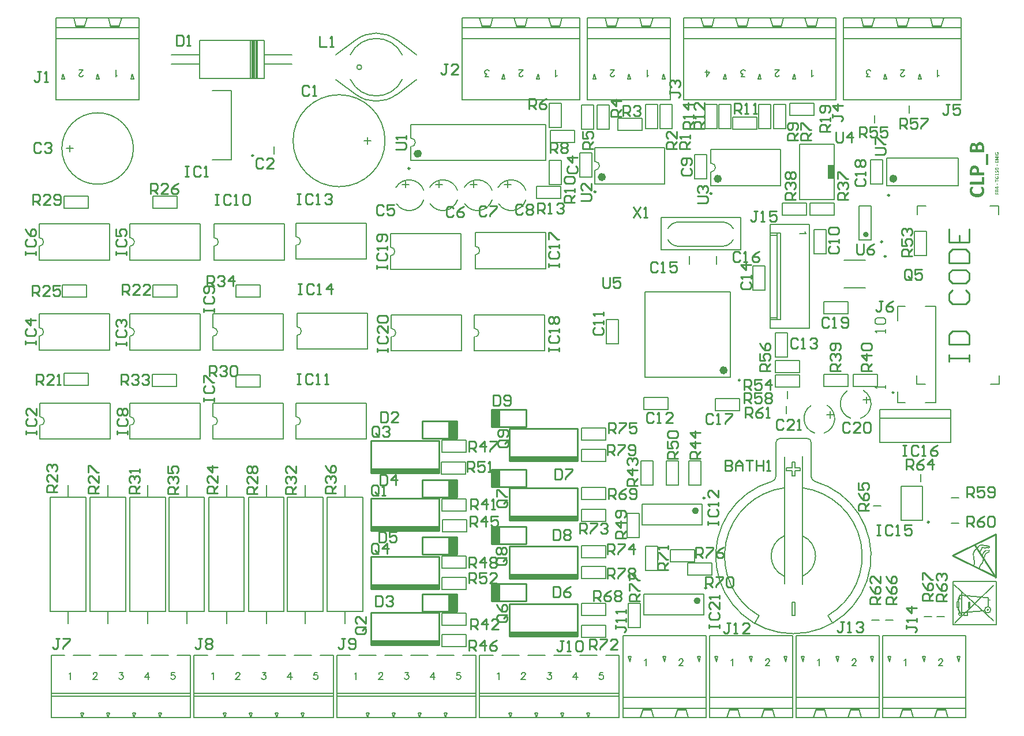
<source format=gto>
%FSLAX43Y43*%
%MOMM*%
G71*
G01*
G75*
%ADD10R,0.600X1.550*%
%ADD11R,1.016X1.270*%
%ADD12O,0.610X2.032*%
%ADD13R,0.610X2.032*%
%ADD14R,4.100X1.520*%
%ADD15R,1.300X0.600*%
%ADD16R,2.200X1.800*%
%ADD17R,1.270X1.016*%
%ADD18O,2.200X0.600*%
%ADD19R,6.096X1.200*%
%ADD20R,1.050X1.400*%
%ADD21O,0.300X1.800*%
%ADD22O,1.800X0.300*%
%ADD23R,0.950X1.400*%
%ADD24R,1.400X0.950*%
%ADD25R,1.550X0.600*%
%ADD26O,0.350X2.100*%
%ADD27R,3.000X2.800*%
%ADD28R,9.000X10.600*%
%ADD29R,2.950X1.050*%
%ADD30C,1.000*%
%ADD31C,0.500*%
%ADD32C,0.300*%
%ADD33C,2.000*%
%ADD34C,0.400*%
%ADD35C,3.000*%
%ADD36C,0.254*%
%ADD37C,0.127*%
%ADD38C,1.900*%
%ADD39C,2.100*%
%ADD40R,1.524X1.524*%
%ADD41C,2.032*%
%ADD42C,1.700*%
%ADD43R,1.500X1.500*%
%ADD44C,1.500*%
%ADD45C,1.500*%
%ADD46R,1.600X1.600*%
%ADD47C,1.600*%
%ADD48R,1.500X1.500*%
%ADD49C,1.524*%
%ADD50C,2.200*%
%ADD51R,1.500X1.500*%
%ADD52C,2.000*%
%ADD53R,2.000X2.000*%
%ADD54C,2.300*%
G04:AMPARAMS|DCode=55|XSize=1.778mm|YSize=2.54mm|CornerRadius=0.445mm|HoleSize=0mm|Usage=FLASHONLY|Rotation=180.000|XOffset=0mm|YOffset=0mm|HoleType=Round|Shape=RoundedRectangle|*
%AMROUNDEDRECTD55*
21,1,1.778,1.651,0,0,180.0*
21,1,0.889,2.540,0,0,180.0*
1,1,0.889,-0.445,0.826*
1,1,0.889,0.445,0.826*
1,1,0.889,0.445,-0.826*
1,1,0.889,-0.445,-0.826*
%
%ADD55ROUNDEDRECTD55*%
%ADD56C,1.000*%
%ADD57C,1.270*%
%ADD58C,0.250*%
%ADD59C,0.200*%
%ADD60C,0.203*%
%ADD61C,0.178*%
%ADD62C,0.600*%
%ADD63C,0.152*%
%ADD64C,0.150*%
%ADD65R,0.965X2.134*%
G36*
X143976Y81672D02*
X143982Y81671D01*
X143983D01*
X143987Y81670D01*
X143991Y81670D01*
X143996Y81669D01*
X143997D01*
X143999Y81668D01*
X144001Y81666D01*
X144002Y81664D01*
X144003Y81663D01*
X144004Y81658D01*
Y81658D01*
X144003Y81654D01*
X144001Y81648D01*
X143998Y81641D01*
Y81640D01*
X143997Y81639D01*
X143995Y81636D01*
X143993Y81633D01*
X143988Y81623D01*
X143982Y81610D01*
Y81609D01*
X143980Y81607D01*
X143979Y81603D01*
X143976Y81597D01*
X143975Y81591D01*
X143972Y81584D01*
X143969Y81574D01*
X143966Y81565D01*
Y81564D01*
X143965Y81560D01*
X143964Y81555D01*
X143963Y81547D01*
X143961Y81538D01*
X143960Y81528D01*
X143959Y81516D01*
Y81503D01*
Y81501D01*
Y81497D01*
X143960Y81490D01*
X143961Y81481D01*
X143963Y81471D01*
X143964Y81459D01*
X143968Y81448D01*
X143973Y81436D01*
X143974Y81435D01*
X143976Y81431D01*
X143978Y81425D01*
X143982Y81418D01*
X143988Y81410D01*
X143994Y81400D01*
X144001Y81392D01*
X144010Y81384D01*
X144011Y81383D01*
X144013Y81380D01*
X144019Y81376D01*
X144025Y81372D01*
X144034Y81366D01*
X144043Y81361D01*
X144054Y81355D01*
X144066Y81351D01*
X144068D01*
X144072Y81349D01*
X144079Y81347D01*
X144087Y81345D01*
X144099Y81343D01*
X144111Y81341D01*
X144125Y81340D01*
X144140Y81339D01*
X144148D01*
X144156Y81340D01*
X144167Y81341D01*
X144179Y81342D01*
X144192Y81344D01*
X144206Y81347D01*
X144219Y81351D01*
X144221Y81351D01*
X144224Y81352D01*
X144231Y81355D01*
X144238Y81359D01*
X144247Y81364D01*
X144257Y81370D01*
X144266Y81376D01*
X144275Y81384D01*
X144276Y81385D01*
X144279Y81388D01*
X144283Y81392D01*
X144288Y81399D01*
X144294Y81406D01*
X144299Y81414D01*
X144305Y81424D01*
X144309Y81435D01*
Y81436D01*
X144311Y81440D01*
X144313Y81446D01*
X144315Y81454D01*
X144317Y81463D01*
X144319Y81474D01*
X144319Y81487D01*
X144320Y81500D01*
Y81501D01*
Y81503D01*
Y81507D01*
X144319Y81511D01*
X144319Y81523D01*
X144317Y81535D01*
Y81536D01*
X144316Y81538D01*
X144315Y81542D01*
X144314Y81547D01*
X144310Y81557D01*
X144305Y81568D01*
X144184D01*
Y81469D01*
Y81468D01*
X144184Y81465D01*
X144181Y81462D01*
X144176Y81458D01*
X144175D01*
X144174Y81457D01*
X144172D01*
X144169Y81456D01*
X144165Y81455D01*
X144160D01*
X144153Y81454D01*
X144133D01*
X144127Y81455D01*
X144125D01*
X144123Y81456D01*
X144118Y81457D01*
X144114Y81458D01*
X144113D01*
X144111Y81459D01*
X144110Y81461D01*
X144108Y81462D01*
X144107Y81463D01*
X144106Y81464D01*
X144105Y81466D01*
Y81469D01*
Y81644D01*
Y81645D01*
Y81647D01*
X144106Y81651D01*
X144108Y81655D01*
Y81656D01*
X144110Y81658D01*
X144111Y81661D01*
X144114Y81664D01*
X144115Y81665D01*
X144117Y81666D01*
X144121Y81668D01*
X144125Y81670D01*
X144126Y81670D01*
X144129Y81671D01*
X144134Y81672D01*
X144347D01*
X144353Y81671D01*
X144359Y81670D01*
X144367Y81668D01*
X144368Y81667D01*
X144371Y81664D01*
X144376Y81658D01*
X144381Y81650D01*
Y81649D01*
X144381Y81648D01*
X144382Y81645D01*
X144383Y81641D01*
X144387Y81631D01*
X144392Y81618D01*
Y81617D01*
X144393Y81615D01*
X144393Y81610D01*
X144394Y81606D01*
X144396Y81600D01*
X144397Y81593D01*
X144400Y81578D01*
Y81577D01*
X144401Y81574D01*
Y81571D01*
X144402Y81565D01*
X144403Y81559D01*
X144404Y81552D01*
X144405Y81536D01*
Y81535D01*
Y81533D01*
X144406Y81529D01*
Y81523D01*
X144407Y81517D01*
Y81511D01*
X144408Y81495D01*
Y81494D01*
Y81492D01*
Y81488D01*
Y81485D01*
X144407Y81479D01*
Y81473D01*
X144406Y81458D01*
X144404Y81440D01*
X144401Y81422D01*
X144396Y81402D01*
X144391Y81384D01*
Y81383D01*
X144390Y81382D01*
X144389Y81379D01*
X144387Y81376D01*
X144383Y81366D01*
X144378Y81355D01*
X144370Y81342D01*
X144362Y81328D01*
X144352Y81314D01*
X144340Y81301D01*
X144338Y81299D01*
X144333Y81295D01*
X144327Y81289D01*
X144317Y81281D01*
X144305Y81273D01*
X144291Y81265D01*
X144275Y81256D01*
X144258Y81249D01*
X144257D01*
X144256Y81248D01*
X144253Y81247D01*
X144249Y81246D01*
X144245Y81245D01*
X144239Y81243D01*
X144225Y81241D01*
X144209Y81237D01*
X144190Y81234D01*
X144169Y81232D01*
X144147Y81231D01*
X144135D01*
X144130Y81232D01*
X144123D01*
X144109Y81234D01*
X144091Y81236D01*
X144072Y81239D01*
X144052Y81243D01*
X144033Y81250D01*
X144032D01*
X144031Y81251D01*
X144028Y81252D01*
X144025Y81253D01*
X144015Y81258D01*
X144003Y81264D01*
X143989Y81272D01*
X143976Y81281D01*
X143961Y81292D01*
X143947Y81304D01*
X143945Y81306D01*
X143941Y81311D01*
X143935Y81318D01*
X143927Y81328D01*
X143917Y81340D01*
X143909Y81355D01*
X143900Y81372D01*
X143892Y81389D01*
Y81390D01*
X143891Y81391D01*
X143890Y81394D01*
X143890Y81399D01*
X143888Y81403D01*
X143886Y81409D01*
X143882Y81422D01*
X143879Y81438D01*
X143876Y81457D01*
X143874Y81478D01*
X143873Y81500D01*
Y81502D01*
Y81506D01*
Y81512D01*
X143874Y81521D01*
Y81530D01*
X143875Y81540D01*
X143878Y81561D01*
Y81562D01*
X143878Y81566D01*
X143879Y81572D01*
X143880Y81578D01*
X143882Y81585D01*
X143885Y81594D01*
X143890Y81609D01*
Y81610D01*
X143890Y81613D01*
X143892Y81617D01*
X143893Y81621D01*
X143898Y81633D01*
X143903Y81644D01*
Y81645D01*
X143904Y81646D01*
X143908Y81651D01*
X143912Y81658D01*
X143916Y81662D01*
X143917Y81663D01*
X143920Y81665D01*
X143926Y81668D01*
X143932Y81670D01*
X143934Y81671D01*
X143937D01*
X143939Y81672D01*
X143944D01*
X143950Y81673D01*
X143969D01*
X143976Y81672D01*
D02*
G37*
G36*
X141999Y76586D02*
X142003D01*
X142014Y76583D01*
X142029D01*
X142047Y76579D01*
X142051D01*
X142059Y76575D01*
X142081Y76564D01*
X142084D01*
X142088Y76557D01*
X142099Y76549D01*
X142110Y76538D01*
X142114Y76535D01*
X142121Y76524D01*
X142140Y76505D01*
X142159Y76472D01*
Y76468D01*
X142162Y76464D01*
X142170Y76453D01*
X142177Y76438D01*
X142196Y76401D01*
X142214Y76349D01*
Y76346D01*
X142218Y76338D01*
X142221Y76320D01*
X142229Y76301D01*
X142236Y76275D01*
X142244Y76249D01*
X142255Y76183D01*
Y76179D01*
X142259Y76168D01*
X142262Y76149D01*
Y76124D01*
X142266Y76094D01*
X142270Y76057D01*
X142273Y75979D01*
Y75975D01*
Y75968D01*
Y75957D01*
Y75942D01*
X142270Y75905D01*
X142266Y75853D01*
X142259Y75794D01*
X142247Y75727D01*
X142233Y75661D01*
X142210Y75594D01*
X142207Y75587D01*
X142199Y75564D01*
X142181Y75535D01*
X142162Y75494D01*
X142133Y75450D01*
X142099Y75398D01*
X142059Y75350D01*
X142014Y75301D01*
X142007Y75298D01*
X141992Y75283D01*
X141962Y75261D01*
X141925Y75235D01*
X141877Y75205D01*
X141822Y75176D01*
X141759Y75146D01*
X141688Y75120D01*
X141684D01*
X141681Y75116D01*
X141670Y75113D01*
X141655Y75109D01*
X141636Y75105D01*
X141614Y75101D01*
X141559Y75090D01*
X141492Y75076D01*
X141414Y75068D01*
X141325Y75061D01*
X141233Y75057D01*
X141188D01*
X141166Y75061D01*
X141140D01*
X141077Y75064D01*
X141003Y75076D01*
X140925Y75087D01*
X140844Y75105D01*
X140766Y75127D01*
X140762D01*
X140759Y75131D01*
X140748Y75135D01*
X140733Y75142D01*
X140696Y75157D01*
X140648Y75179D01*
X140592Y75205D01*
X140536Y75238D01*
X140477Y75279D01*
X140422Y75324D01*
X140414Y75331D01*
X140399Y75346D01*
X140374Y75372D01*
X140344Y75409D01*
X140307Y75453D01*
X140274Y75505D01*
X140240Y75561D01*
X140211Y75624D01*
Y75627D01*
X140207Y75631D01*
X140203Y75642D01*
X140199Y75653D01*
X140188Y75690D01*
X140174Y75738D01*
X140159Y75798D01*
X140148Y75864D01*
X140140Y75938D01*
X140137Y76016D01*
Y76020D01*
Y76031D01*
Y76046D01*
Y76068D01*
X140144Y76120D01*
X140151Y76179D01*
Y76183D01*
X140155Y76194D01*
X140159Y76209D01*
X140162Y76227D01*
X140174Y76275D01*
X140192Y76327D01*
Y76331D01*
X140196Y76338D01*
X140199Y76353D01*
X140207Y76368D01*
X140225Y76409D01*
X140248Y76453D01*
Y76457D01*
X140251Y76461D01*
X140266Y76483D01*
X140281Y76509D01*
X140299Y76527D01*
X140303Y76531D01*
X140311Y76538D01*
X140322Y76549D01*
X140333Y76557D01*
X140336Y76561D01*
X140344Y76564D01*
X140355Y76568D01*
X140370Y76572D01*
X140374D01*
X140385Y76575D01*
X140403D01*
X140425Y76579D01*
X140429D01*
X140444Y76583D01*
X140555D01*
X140581Y76579D01*
X140585D01*
X140599Y76575D01*
X140618Y76572D01*
X140636Y76564D01*
X140640D01*
X140648Y76561D01*
X140666Y76546D01*
X140670Y76538D01*
X140673Y76524D01*
Y76520D01*
X140670Y76505D01*
X140662Y76486D01*
X140648Y76461D01*
X140644Y76453D01*
X140629Y76435D01*
X140607Y76405D01*
X140585Y76364D01*
Y76361D01*
X140577Y76353D01*
X140574Y76342D01*
X140562Y76327D01*
X140555Y76305D01*
X140544Y76283D01*
X140522Y76227D01*
Y76224D01*
X140518Y76212D01*
X140511Y76194D01*
X140507Y76172D01*
X140499Y76146D01*
X140496Y76112D01*
X140492Y76075D01*
Y76035D01*
Y76031D01*
Y76012D01*
X140496Y75990D01*
X140499Y75961D01*
X140503Y75927D01*
X140514Y75890D01*
X140525Y75850D01*
X140544Y75812D01*
X140548Y75809D01*
X140555Y75798D01*
X140566Y75779D01*
X140581Y75757D01*
X140603Y75731D01*
X140625Y75705D01*
X140655Y75675D01*
X140688Y75650D01*
X140692Y75646D01*
X140703Y75638D01*
X140725Y75627D01*
X140751Y75613D01*
X140785Y75594D01*
X140822Y75579D01*
X140866Y75561D01*
X140914Y75546D01*
X140922D01*
X140936Y75542D01*
X140966Y75535D01*
X141003Y75531D01*
X141048Y75524D01*
X141096Y75516D01*
X141155Y75513D01*
X141244D01*
X141277Y75516D01*
X141322D01*
X141370Y75520D01*
X141422Y75527D01*
X141477Y75538D01*
X141529Y75550D01*
X141536D01*
X141551Y75557D01*
X141577Y75564D01*
X141607Y75575D01*
X141640Y75590D01*
X141677Y75609D01*
X141714Y75631D01*
X141751Y75653D01*
X141755Y75657D01*
X141766Y75664D01*
X141781Y75679D01*
X141799Y75701D01*
X141818Y75727D01*
X141840Y75753D01*
X141859Y75787D01*
X141877Y75824D01*
Y75827D01*
X141884Y75842D01*
X141888Y75861D01*
X141896Y75890D01*
X141903Y75924D01*
X141910Y75961D01*
X141914Y76001D01*
X141918Y76046D01*
Y76049D01*
Y76064D01*
Y76087D01*
X141914Y76112D01*
X141910Y76142D01*
X141907Y76175D01*
X141892Y76238D01*
Y76242D01*
X141888Y76253D01*
X141881Y76268D01*
X141873Y76286D01*
X141859Y76331D01*
X141836Y76379D01*
Y76383D01*
X141829Y76390D01*
X141818Y76412D01*
X141796Y76446D01*
X141777Y76475D01*
X141773Y76483D01*
X141762Y76498D01*
X141755Y76516D01*
X141751Y76535D01*
Y76538D01*
Y76542D01*
X141759Y76557D01*
Y76561D01*
X141766Y76564D01*
X141773Y76568D01*
X141784Y76575D01*
X141788D01*
X141799Y76579D01*
X141814Y76583D01*
X141840Y76586D01*
X141847D01*
X141862Y76590D01*
X141977D01*
X141999Y76586D01*
D02*
G37*
G36*
X144374Y80925D02*
X144380Y80923D01*
X144381Y80922D01*
X144383Y80922D01*
X144387Y80919D01*
X144392Y80915D01*
X144393Y80914D01*
X144394Y80911D01*
X144396Y80908D01*
X144398Y80902D01*
Y80901D01*
X144399Y80898D01*
X144400Y80893D01*
Y80887D01*
Y80843D01*
Y80842D01*
Y80840D01*
Y80837D01*
Y80835D01*
X144399Y80826D01*
X144397Y80818D01*
X144396Y80816D01*
X144395Y80812D01*
X144392Y80806D01*
X144388Y80800D01*
X144386Y80798D01*
X144382Y80794D01*
X144376Y80789D01*
X144368Y80783D01*
X144367D01*
X144365Y80782D01*
X144362Y80780D01*
X144358Y80778D01*
X144348Y80773D01*
X144335Y80765D01*
X144093Y80636D01*
X144092Y80635D01*
X144089Y80634D01*
X144085Y80632D01*
X144079Y80628D01*
X144073Y80626D01*
X144064Y80621D01*
X144047Y80613D01*
X144046Y80612D01*
X144042Y80611D01*
X144038Y80609D01*
X144031Y80606D01*
X144024Y80603D01*
X144015Y80600D01*
X143998Y80592D01*
Y80591D01*
X144002D01*
X144009Y80592D01*
X144016D01*
X144025Y80593D01*
X144035D01*
X144056Y80594D01*
X144066D01*
X144074Y80595D01*
X144387D01*
X144390Y80594D01*
X144393Y80592D01*
X144394Y80591D01*
X144395Y80589D01*
X144397Y80585D01*
Y80584D01*
X144398Y80581D01*
X144399Y80577D01*
X144400Y80570D01*
Y80568D01*
X144401Y80564D01*
X144402Y80556D01*
Y80547D01*
Y80546D01*
Y80545D01*
Y80539D01*
X144401Y80531D01*
X144400Y80524D01*
Y80522D01*
X144399Y80518D01*
X144398Y80514D01*
X144397Y80509D01*
Y80508D01*
X144396Y80506D01*
X144394Y80505D01*
X144393Y80503D01*
X144392D01*
X144390Y80502D01*
X144385Y80501D01*
X143917D01*
X143914Y80502D01*
X143910D01*
X143901Y80506D01*
X143896Y80507D01*
X143892Y80511D01*
X143891Y80512D01*
X143890Y80513D01*
X143887Y80518D01*
X143884Y80527D01*
X143882Y80532D01*
Y80538D01*
Y80594D01*
Y80595D01*
Y80597D01*
Y80600D01*
Y80603D01*
X143883Y80611D01*
X143885Y80619D01*
Y80620D01*
X143886Y80621D01*
X143887Y80626D01*
X143890Y80632D01*
X143894Y80638D01*
X143895Y80640D01*
X143898Y80643D01*
X143903Y80648D01*
X143911Y80653D01*
X143913Y80654D01*
X143918Y80658D01*
X143926Y80663D01*
X143937Y80668D01*
X144125Y80770D01*
X144126D01*
X144128Y80772D01*
X144132Y80773D01*
X144136Y80775D01*
X144148Y80780D01*
X144160Y80787D01*
X144160D01*
X144162Y80788D01*
X144166Y80790D01*
X144170Y80792D01*
X144181Y80798D01*
X144193Y80803D01*
X144194D01*
X144196Y80805D01*
X144199Y80806D01*
X144203Y80809D01*
X144213Y80813D01*
X144225Y80819D01*
X144226D01*
X144228Y80821D01*
X144231Y80822D01*
X144235Y80824D01*
X144245Y80829D01*
X144257Y80835D01*
X144246D01*
X144239Y80834D01*
X144221D01*
X144198Y80833D01*
X143896D01*
X143891Y80835D01*
X143890Y80836D01*
X143890Y80837D01*
X143888Y80839D01*
X143886Y80843D01*
X143885Y80844D01*
X143884Y80847D01*
X143883Y80851D01*
X143882Y80858D01*
Y80860D01*
X143881Y80864D01*
X143880Y80872D01*
Y80881D01*
Y80882D01*
Y80884D01*
Y80889D01*
X143881Y80896D01*
X143882Y80903D01*
Y80905D01*
X143883Y80909D01*
X143884Y80913D01*
X143886Y80917D01*
Y80918D01*
X143887Y80920D01*
X143889Y80922D01*
X143891Y80924D01*
Y80925D01*
X143893Y80926D01*
X143895Y80927D01*
X144368D01*
X144374Y80925D01*
D02*
G37*
G36*
X144391Y81144D02*
X144393Y81143D01*
Y81142D01*
X144395Y81141D01*
X144396Y81138D01*
X144398Y81133D01*
Y81132D01*
X144399Y81130D01*
Y81124D01*
X144400Y81118D01*
Y81116D01*
X144401Y81111D01*
X144402Y81103D01*
Y81093D01*
Y81092D01*
Y81090D01*
Y81087D01*
Y81083D01*
X144401Y81075D01*
X144400Y81067D01*
Y81065D01*
X144399Y81061D01*
Y81056D01*
X144398Y81050D01*
Y81049D01*
X144397Y81047D01*
X144395Y81045D01*
X144393Y81042D01*
X144393D01*
X144391Y81041D01*
X144385Y81040D01*
X143894D01*
X143890Y81042D01*
X143889Y81043D01*
X143888Y81044D01*
X143886Y81047D01*
X143884Y81051D01*
Y81052D01*
X143883Y81056D01*
X143882Y81060D01*
X143881Y81067D01*
Y81068D01*
Y81069D01*
X143880Y81074D01*
X143879Y81082D01*
Y81093D01*
Y81094D01*
Y81095D01*
Y81098D01*
Y81101D01*
X143880Y81109D01*
X143881Y81118D01*
Y81118D01*
Y81119D01*
X143882Y81123D01*
X143883Y81129D01*
X143884Y81133D01*
Y81134D01*
X143885Y81137D01*
X143887Y81140D01*
X143890Y81143D01*
X143890Y81143D01*
X143891Y81144D01*
X143894Y81145D01*
X144388D01*
X144391Y81144D01*
D02*
G37*
G36*
X144393Y76195D02*
X144395Y76193D01*
X144396Y76191D01*
X144398Y76187D01*
Y76186D01*
X144399Y76182D01*
X144400Y76177D01*
X144401Y76169D01*
Y76168D01*
Y76167D01*
Y76165D01*
Y76161D01*
X144402Y76152D01*
Y76139D01*
Y76138D01*
Y76136D01*
Y76132D01*
Y76129D01*
Y76119D01*
X144401Y76111D01*
Y76109D01*
X144400Y76106D01*
X144399Y76101D01*
X144398Y76095D01*
Y76094D01*
X144397Y76093D01*
X144395Y76090D01*
X144393Y76087D01*
X144393D01*
X144391Y76086D01*
X144388Y76085D01*
X144384Y76084D01*
X144270Y76037D01*
X144269D01*
X144266Y76035D01*
X144262Y76034D01*
X144258Y76032D01*
X144246Y76027D01*
X144235Y76020D01*
X144234D01*
X144233Y76020D01*
X144230Y76018D01*
X144226Y76016D01*
X144218Y76010D01*
X144209Y76003D01*
X144209D01*
X144208Y76001D01*
X144204Y75996D01*
X144198Y75990D01*
X144194Y75981D01*
Y75980D01*
X144193Y75979D01*
X144192Y75976D01*
X144191Y75972D01*
X144189Y75963D01*
X144188Y75951D01*
Y75919D01*
X144388D01*
X144391Y75918D01*
X144393Y75916D01*
Y75915D01*
X144395Y75914D01*
X144396Y75911D01*
X144398Y75907D01*
Y75906D01*
X144399Y75903D01*
Y75898D01*
X144400Y75891D01*
Y75889D01*
X144401Y75884D01*
X144402Y75876D01*
Y75865D01*
Y75864D01*
Y75862D01*
Y75860D01*
Y75857D01*
X144401Y75849D01*
X144400Y75840D01*
Y75838D01*
X144399Y75835D01*
Y75829D01*
X144398Y75824D01*
Y75823D01*
X144397Y75821D01*
X144395Y75818D01*
X144393Y75815D01*
X144393D01*
X144391Y75814D01*
X144385Y75813D01*
X143913D01*
X143910Y75814D01*
X143905D01*
X143898Y75817D01*
X143893Y75819D01*
X143890Y75822D01*
X143890Y75824D01*
X143886Y75828D01*
X143883Y75835D01*
X143882Y75844D01*
Y75978D01*
Y75979D01*
Y75982D01*
Y75985D01*
Y75990D01*
Y76001D01*
X143883Y76011D01*
Y76012D01*
Y76014D01*
X143884Y76020D01*
X143885Y76027D01*
X143886Y76035D01*
Y76037D01*
X143887Y76041D01*
X143888Y76046D01*
X143889Y76054D01*
X143891Y76063D01*
X143893Y76072D01*
X143901Y76092D01*
X143902Y76093D01*
X143903Y76096D01*
X143905Y76101D01*
X143908Y76106D01*
X143917Y76120D01*
X143929Y76134D01*
X143930Y76135D01*
X143932Y76137D01*
X143936Y76141D01*
X143940Y76144D01*
X143947Y76148D01*
X143953Y76153D01*
X143970Y76161D01*
X143971D01*
X143975Y76163D01*
X143979Y76164D01*
X143986Y76166D01*
X143994Y76167D01*
X144003Y76168D01*
X144013Y76170D01*
X144034D01*
X144040Y76169D01*
X144048Y76168D01*
X144056Y76167D01*
X144073Y76163D01*
X144074D01*
X144076Y76162D01*
X144080Y76160D01*
X144086Y76158D01*
X144098Y76152D01*
X144111Y76143D01*
X144111Y76143D01*
X144113Y76142D01*
X144116Y76139D01*
X144121Y76135D01*
X144130Y76125D01*
X144140Y76112D01*
X144141Y76111D01*
X144142Y76109D01*
X144145Y76105D01*
X144147Y76100D01*
X144150Y76094D01*
X144153Y76086D01*
X144160Y76069D01*
Y76070D01*
X144160Y76071D01*
X144163Y76077D01*
X144168Y76084D01*
X144173Y76092D01*
Y76093D01*
X144174Y76094D01*
X144179Y76098D01*
X144184Y76104D01*
X144193Y76110D01*
X144194D01*
X144195Y76112D01*
X144200Y76116D01*
X144209Y76121D01*
X144219Y76127D01*
X144220D01*
X144221Y76129D01*
X144224Y76130D01*
X144228Y76132D01*
X144238Y76137D01*
X144251Y76143D01*
X144353Y76187D01*
X144354D01*
X144356Y76188D01*
X144361Y76190D01*
X144369Y76192D01*
X144376Y76194D01*
X144377Y76195D01*
X144380Y76196D01*
X144383Y76197D01*
X144389D01*
X144393Y76195D01*
D02*
G37*
G36*
X142721Y81430D02*
X142755Y81427D01*
X142773Y81423D01*
X142788Y81416D01*
X142796Y81412D01*
X142807Y81404D01*
X142818Y81390D01*
X142825Y81367D01*
Y79849D01*
Y79842D01*
X142821Y79831D01*
X142810Y79812D01*
X142788Y79797D01*
X142781Y79794D01*
X142762Y79790D01*
X142747Y79786D01*
X142729D01*
X142703Y79782D01*
X142651D01*
X142633Y79786D01*
X142596Y79790D01*
X142577Y79794D01*
X142562Y79797D01*
X142558Y79801D01*
X142544Y79808D01*
X142533Y79827D01*
X142529Y79849D01*
Y81367D01*
Y81375D01*
X142533Y81386D01*
X142544Y81401D01*
X142562Y81416D01*
X142570Y81419D01*
X142577Y81423D01*
X142588Y81427D01*
X142603D01*
X142625Y81430D01*
X142647Y81434D01*
X142703D01*
X142721Y81430D01*
D02*
G37*
G36*
X142121Y78023D02*
X142147Y78020D01*
X142151D01*
X142166Y78016D01*
X142184Y78012D01*
X142203Y78009D01*
X142207D01*
X142214Y78005D01*
X142233Y77990D01*
Y77986D01*
X142236Y77983D01*
X142240Y77960D01*
Y77012D01*
Y77009D01*
Y77005D01*
X142236Y76983D01*
X142229Y76953D01*
X142210Y76923D01*
X142203Y76920D01*
X142188Y76909D01*
X142155Y76894D01*
X142136Y76890D01*
X140218D01*
X140199Y76898D01*
X140196Y76901D01*
X140192Y76905D01*
X140185Y76916D01*
X140177Y76931D01*
Y76935D01*
X140174Y76949D01*
X140170Y76972D01*
X140166Y76998D01*
Y77001D01*
Y77005D01*
X140162Y77027D01*
X140159Y77057D01*
Y77101D01*
Y77105D01*
Y77112D01*
Y77123D01*
Y77135D01*
X140162Y77168D01*
X140166Y77201D01*
Y77205D01*
Y77209D01*
X140170Y77223D01*
X140174Y77246D01*
X140177Y77264D01*
Y77268D01*
X140181Y77279D01*
X140188Y77290D01*
X140199Y77301D01*
X140203Y77305D01*
X140207Y77309D01*
X140218Y77312D01*
X141892D01*
Y77960D01*
Y77964D01*
Y77972D01*
X141896Y77983D01*
X141903Y77990D01*
Y77994D01*
X141910Y77997D01*
X141918Y78001D01*
X141933Y78009D01*
X141936D01*
X141947Y78012D01*
X141962Y78016D01*
X141984Y78020D01*
X141992D01*
X142007Y78023D01*
X142033Y78027D01*
X142096D01*
X142121Y78023D01*
D02*
G37*
G36*
X140862Y79690D02*
X140903Y79686D01*
X140951Y79679D01*
X141003Y79671D01*
X141059Y79657D01*
X141110Y79638D01*
X141118Y79634D01*
X141133Y79627D01*
X141159Y79616D01*
X141188Y79597D01*
X141225Y79575D01*
X141262Y79549D01*
X141299Y79516D01*
X141336Y79479D01*
X141340Y79475D01*
X141351Y79460D01*
X141370Y79438D01*
X141388Y79408D01*
X141410Y79371D01*
X141436Y79327D01*
X141459Y79279D01*
X141477Y79223D01*
Y79216D01*
X141485Y79197D01*
X141492Y79164D01*
X141499Y79123D01*
X141507Y79071D01*
X141514Y79008D01*
X141518Y78942D01*
X141522Y78868D01*
Y78697D01*
X142196D01*
X142207Y78694D01*
X142218Y78686D01*
Y78683D01*
X142225Y78679D01*
X142229Y78668D01*
X142236Y78649D01*
Y78646D01*
X142240Y78634D01*
Y78612D01*
X142244Y78586D01*
Y78579D01*
X142247Y78557D01*
X142251Y78527D01*
Y78483D01*
Y78479D01*
Y78471D01*
Y78460D01*
Y78449D01*
X142247Y78416D01*
X142244Y78383D01*
Y78375D01*
X142240Y78360D01*
Y78338D01*
X142236Y78316D01*
Y78312D01*
X142233Y78305D01*
X142225Y78294D01*
X142218Y78283D01*
X142214D01*
X142207Y78279D01*
X142184Y78275D01*
X140311D01*
X140296Y78279D01*
X140281D01*
X140244Y78290D01*
X140211Y78312D01*
X140207Y78316D01*
X140203Y78320D01*
X140188Y78342D01*
X140177Y78371D01*
X140170Y78394D01*
Y78416D01*
Y78905D01*
Y78908D01*
Y78916D01*
Y78931D01*
Y78949D01*
X140174Y78997D01*
X140177Y79045D01*
Y79049D01*
Y79057D01*
X140181Y79071D01*
X140185Y79090D01*
X140188Y79112D01*
X140192Y79142D01*
X140203Y79205D01*
Y79208D01*
X140207Y79220D01*
X140211Y79238D01*
X140218Y79264D01*
X140225Y79290D01*
X140236Y79323D01*
X140270Y79390D01*
X140274Y79394D01*
X140277Y79405D01*
X140288Y79423D01*
X140303Y79445D01*
X140344Y79501D01*
X140396Y79553D01*
X140399Y79557D01*
X140411Y79564D01*
X140425Y79575D01*
X140444Y79590D01*
X140470Y79608D01*
X140503Y79623D01*
X140536Y79642D01*
X140574Y79657D01*
X140577D01*
X140592Y79664D01*
X140611Y79668D01*
X140640Y79675D01*
X140673Y79682D01*
X140711Y79686D01*
X140755Y79694D01*
X140829D01*
X140862Y79690D01*
D02*
G37*
G36*
X144371Y80407D02*
X144378Y80406D01*
X144379D01*
X144382Y80405D01*
X144386Y80404D01*
X144391Y80403D01*
X144392D01*
X144393Y80402D01*
X144395Y80400D01*
X144397Y80398D01*
X144398Y80396D01*
X144399Y80392D01*
Y80132D01*
Y80131D01*
Y80130D01*
X144398Y80125D01*
X144396Y80117D01*
X144392Y80110D01*
X144390Y80109D01*
X144386Y80106D01*
X144378Y80102D01*
X144373Y80101D01*
X143913D01*
X143910Y80102D01*
X143905D01*
X143898Y80105D01*
X143893Y80107D01*
X143890Y80110D01*
X143890Y80112D01*
X143886Y80116D01*
X143883Y80123D01*
X143882Y80132D01*
Y80390D01*
Y80391D01*
Y80392D01*
X143883Y80395D01*
X143885Y80396D01*
Y80397D01*
X143887Y80398D01*
X143889Y80399D01*
X143892Y80401D01*
X143893D01*
X143895Y80402D01*
X143900Y80403D01*
X143904Y80404D01*
X143905D01*
X143910Y80405D01*
X143915Y80406D01*
X143930D01*
X143937Y80405D01*
X143943Y80404D01*
X143944D01*
X143948Y80403D01*
X143952Y80402D01*
X143956Y80401D01*
X143957D01*
X143959Y80400D01*
X143961Y80398D01*
X143963Y80396D01*
X143964Y80395D01*
X143964Y80390D01*
Y80206D01*
X144090D01*
Y80362D01*
Y80363D01*
Y80364D01*
X144091Y80367D01*
X144093Y80369D01*
Y80370D01*
X144095Y80371D01*
X144097Y80371D01*
X144099Y80373D01*
X144100D01*
X144103Y80374D01*
X144107Y80375D01*
X144112Y80376D01*
X144113D01*
X144117Y80377D01*
X144123Y80378D01*
X144137D01*
X144144Y80377D01*
X144150Y80376D01*
X144151D01*
X144155Y80375D01*
X144159Y80374D01*
X144162Y80373D01*
X144163D01*
X144165Y80372D01*
X144167Y80371D01*
X144169Y80369D01*
X144170Y80367D01*
X144171Y80362D01*
Y80206D01*
X144317D01*
Y80392D01*
Y80393D01*
Y80394D01*
X144318Y80396D01*
X144319Y80398D01*
Y80399D01*
X144321Y80400D01*
X144323Y80401D01*
X144327Y80403D01*
X144328D01*
X144330Y80404D01*
X144334Y80405D01*
X144339Y80406D01*
X144340D01*
X144344Y80407D01*
X144350Y80408D01*
X144365D01*
X144371Y80407D01*
D02*
G37*
G36*
X143976Y78128D02*
X143982Y78128D01*
X143983D01*
X143987Y78127D01*
X143991Y78126D01*
X143996Y78125D01*
X143997D01*
X143999Y78124D01*
X144001Y78122D01*
X144002Y78120D01*
X144003Y78119D01*
X144004Y78115D01*
Y78114D01*
X144003Y78110D01*
X144001Y78104D01*
X143998Y78097D01*
Y78096D01*
X143997Y78095D01*
X143995Y78092D01*
X143993Y78089D01*
X143988Y78079D01*
X143982Y78067D01*
Y78066D01*
X143980Y78063D01*
X143979Y78059D01*
X143976Y78054D01*
X143975Y78047D01*
X143972Y78040D01*
X143969Y78030D01*
X143966Y78021D01*
Y78020D01*
X143965Y78017D01*
X143964Y78011D01*
X143963Y78004D01*
X143961Y77994D01*
X143960Y77984D01*
X143959Y77972D01*
Y77959D01*
Y77957D01*
Y77953D01*
X143960Y77946D01*
X143961Y77937D01*
X143963Y77927D01*
X143964Y77915D01*
X143968Y77904D01*
X143973Y77892D01*
X143974Y77891D01*
X143976Y77887D01*
X143978Y77881D01*
X143982Y77874D01*
X143988Y77866D01*
X143994Y77857D01*
X144001Y77848D01*
X144010Y77840D01*
X144011Y77839D01*
X144013Y77836D01*
X144019Y77833D01*
X144025Y77828D01*
X144034Y77822D01*
X144043Y77817D01*
X144054Y77811D01*
X144066Y77807D01*
X144068D01*
X144072Y77805D01*
X144079Y77803D01*
X144087Y77801D01*
X144099Y77799D01*
X144111Y77797D01*
X144125Y77797D01*
X144140Y77796D01*
X144148D01*
X144156Y77797D01*
X144167Y77797D01*
X144179Y77798D01*
X144192Y77800D01*
X144206Y77803D01*
X144219Y77807D01*
X144221Y77808D01*
X144224Y77809D01*
X144231Y77811D01*
X144238Y77815D01*
X144247Y77821D01*
X144257Y77826D01*
X144266Y77833D01*
X144275Y77840D01*
X144276Y77841D01*
X144279Y77844D01*
X144283Y77848D01*
X144288Y77855D01*
X144294Y77862D01*
X144299Y77871D01*
X144305Y77880D01*
X144309Y77891D01*
Y77892D01*
X144311Y77896D01*
X144313Y77902D01*
X144315Y77910D01*
X144317Y77920D01*
X144319Y77931D01*
X144319Y77944D01*
X144320Y77956D01*
Y77957D01*
Y77959D01*
Y77963D01*
X144319Y77968D01*
X144319Y77979D01*
X144317Y77992D01*
Y77993D01*
X144316Y77994D01*
X144315Y77998D01*
X144314Y78003D01*
X144310Y78013D01*
X144305Y78024D01*
X144184D01*
Y77925D01*
Y77924D01*
X144184Y77921D01*
X144181Y77918D01*
X144176Y77914D01*
X144175D01*
X144174Y77913D01*
X144172D01*
X144169Y77912D01*
X144165Y77911D01*
X144160D01*
X144153Y77910D01*
X144133D01*
X144127Y77911D01*
X144125D01*
X144123Y77912D01*
X144118Y77913D01*
X144114Y77914D01*
X144113D01*
X144111Y77915D01*
X144110Y77917D01*
X144108Y77919D01*
X144107Y77920D01*
X144106Y77920D01*
X144105Y77922D01*
Y77925D01*
Y78100D01*
Y78101D01*
Y78104D01*
X144106Y78107D01*
X144108Y78111D01*
Y78112D01*
X144110Y78115D01*
X144111Y78117D01*
X144114Y78120D01*
X144115Y78121D01*
X144117Y78122D01*
X144121Y78124D01*
X144125Y78126D01*
X144126Y78127D01*
X144129Y78128D01*
X144134Y78128D01*
X144347D01*
X144353Y78128D01*
X144359Y78127D01*
X144367Y78124D01*
X144368Y78123D01*
X144371Y78120D01*
X144376Y78115D01*
X144381Y78106D01*
Y78105D01*
X144381Y78104D01*
X144382Y78101D01*
X144383Y78097D01*
X144387Y78087D01*
X144392Y78074D01*
Y78073D01*
X144393Y78071D01*
X144393Y78067D01*
X144394Y78062D01*
X144396Y78056D01*
X144397Y78049D01*
X144400Y78034D01*
Y78033D01*
X144401Y78030D01*
Y78027D01*
X144402Y78021D01*
X144403Y78015D01*
X144404Y78008D01*
X144405Y77993D01*
Y77992D01*
Y77989D01*
X144406Y77985D01*
Y77980D01*
X144407Y77973D01*
Y77967D01*
X144408Y77951D01*
Y77950D01*
Y77948D01*
Y77944D01*
Y77941D01*
X144407Y77935D01*
Y77929D01*
X144406Y77914D01*
X144404Y77896D01*
X144401Y77878D01*
X144396Y77858D01*
X144391Y77840D01*
Y77839D01*
X144390Y77838D01*
X144389Y77835D01*
X144387Y77832D01*
X144383Y77822D01*
X144378Y77811D01*
X144370Y77798D01*
X144362Y77785D01*
X144352Y77771D01*
X144340Y77757D01*
X144338Y77755D01*
X144333Y77751D01*
X144327Y77745D01*
X144317Y77737D01*
X144305Y77729D01*
X144291Y77721D01*
X144275Y77712D01*
X144258Y77705D01*
X144257D01*
X144256Y77704D01*
X144253Y77703D01*
X144249Y77702D01*
X144245Y77701D01*
X144239Y77699D01*
X144225Y77697D01*
X144209Y77693D01*
X144190Y77690D01*
X144169Y77688D01*
X144147Y77687D01*
X144135D01*
X144130Y77688D01*
X144123D01*
X144109Y77690D01*
X144091Y77692D01*
X144072Y77695D01*
X144052Y77699D01*
X144033Y77706D01*
X144032D01*
X144031Y77707D01*
X144028Y77708D01*
X144025Y77710D01*
X144015Y77714D01*
X144003Y77720D01*
X143989Y77728D01*
X143976Y77737D01*
X143961Y77748D01*
X143947Y77760D01*
X143945Y77762D01*
X143941Y77767D01*
X143935Y77774D01*
X143927Y77785D01*
X143917Y77797D01*
X143909Y77811D01*
X143900Y77828D01*
X143892Y77846D01*
Y77846D01*
X143891Y77847D01*
X143890Y77850D01*
X143890Y77855D01*
X143888Y77859D01*
X143886Y77865D01*
X143882Y77878D01*
X143879Y77895D01*
X143876Y77913D01*
X143874Y77934D01*
X143873Y77956D01*
Y77958D01*
Y77962D01*
Y77969D01*
X143874Y77977D01*
Y77986D01*
X143875Y77996D01*
X143878Y78018D01*
Y78018D01*
X143878Y78022D01*
X143879Y78028D01*
X143880Y78034D01*
X143882Y78042D01*
X143885Y78050D01*
X143890Y78066D01*
Y78067D01*
X143890Y78069D01*
X143892Y78073D01*
X143893Y78078D01*
X143898Y78089D01*
X143903Y78100D01*
Y78101D01*
X143904Y78102D01*
X143908Y78107D01*
X143912Y78114D01*
X143916Y78118D01*
X143917Y78119D01*
X143920Y78121D01*
X143926Y78124D01*
X143932Y78127D01*
X143934Y78128D01*
X143937D01*
X143939Y78128D01*
X143944D01*
X143950Y78129D01*
X143969D01*
X143976Y78128D01*
D02*
G37*
G36*
X144372Y78555D02*
X144379Y78554D01*
X144380D01*
X144383Y78553D01*
X144387Y78552D01*
X144391Y78550D01*
X144392D01*
X144393Y78549D01*
X144395Y78547D01*
X144397Y78545D01*
X144398Y78544D01*
X144399Y78539D01*
Y78254D01*
Y78252D01*
X144397Y78249D01*
X144395Y78247D01*
X144393Y78245D01*
X144391Y78243D01*
X144390D01*
X144387Y78242D01*
X144383Y78241D01*
X144379Y78240D01*
X144373D01*
X144367Y78239D01*
X144346D01*
X144341Y78240D01*
X144339D01*
X144336Y78241D01*
X144332Y78242D01*
X144328Y78243D01*
X144327D01*
X144325Y78244D01*
X144322Y78246D01*
X144320Y78248D01*
X144319Y78249D01*
X144319Y78250D01*
X144318Y78251D01*
Y78254D01*
Y78351D01*
X143981D01*
X144027Y78268D01*
X144028Y78266D01*
X144030Y78263D01*
X144032Y78258D01*
X144033Y78252D01*
Y78251D01*
Y78250D01*
Y78246D01*
X144031Y78243D01*
X144030D01*
X144028Y78241D01*
X144025Y78240D01*
X144019Y78239D01*
X144013D01*
X144006Y78238D01*
X143976D01*
X143969Y78240D01*
X143968D01*
X143966Y78241D01*
X143962Y78245D01*
X143961Y78246D01*
X143960Y78247D01*
X143956Y78252D01*
X143884Y78363D01*
X143883Y78364D01*
X143881Y78368D01*
Y78369D01*
X143880Y78371D01*
Y78376D01*
Y78377D01*
X143879Y78380D01*
Y78384D01*
Y78388D01*
Y78390D01*
X143878Y78394D01*
Y78400D01*
Y78409D01*
Y78410D01*
Y78411D01*
Y78417D01*
Y78425D01*
X143879Y78433D01*
Y78434D01*
Y78435D01*
X143880Y78438D01*
X143881Y78443D01*
X143882Y78447D01*
Y78448D01*
X143883Y78450D01*
X143884Y78452D01*
X143886Y78454D01*
X143887Y78455D01*
X143891Y78456D01*
X144318D01*
Y78539D01*
Y78540D01*
Y78541D01*
X144319Y78544D01*
X144320Y78545D01*
Y78546D01*
X144322Y78547D01*
X144324Y78549D01*
X144328Y78551D01*
X144329D01*
X144332Y78552D01*
X144335Y78553D01*
X144341Y78554D01*
X144342D01*
X144345Y78555D01*
X144352Y78556D01*
X144366D01*
X144372Y78555D01*
D02*
G37*
G36*
X144212Y77044D02*
X144222Y77043D01*
X144228Y77042D01*
X144232Y77040D01*
X144233Y77039D01*
X144235Y77037D01*
X144239Y77033D01*
X144240Y77026D01*
Y76860D01*
Y76858D01*
X144239Y76854D01*
X144236Y76850D01*
X144231Y76845D01*
X144230D01*
X144229Y76844D01*
X144227D01*
X144223Y76843D01*
X144219Y76842D01*
X144213D01*
X144207Y76841D01*
X144192D01*
X144186Y76842D01*
X144176Y76843D01*
X144171Y76844D01*
X144167Y76845D01*
X144165Y76846D01*
X144162Y76849D01*
X144160Y76854D01*
X144158Y76860D01*
Y77026D01*
Y77027D01*
Y77029D01*
X144159Y77032D01*
X144160Y77034D01*
Y77035D01*
X144162Y77036D01*
X144164Y77037D01*
X144167Y77039D01*
X144168Y77040D01*
X144171Y77041D01*
X144174Y77042D01*
X144180Y77043D01*
X144181D01*
X144185Y77044D01*
X144191Y77045D01*
X144207D01*
X144212Y77044D01*
D02*
G37*
G36*
X143939Y77652D02*
X143946Y77651D01*
X143947D01*
X143951Y77650D01*
X143954Y77650D01*
X143959Y77649D01*
X143960D01*
X143962Y77648D01*
X143966Y77644D01*
X143967Y77642D01*
X143968Y77638D01*
Y77508D01*
X144388D01*
X144391Y77507D01*
X144393Y77505D01*
Y77504D01*
X144395Y77503D01*
X144396Y77501D01*
X144398Y77496D01*
Y77495D01*
X144399Y77492D01*
Y77487D01*
X144400Y77480D01*
Y77479D01*
X144401Y77474D01*
X144402Y77466D01*
Y77455D01*
Y77454D01*
Y77453D01*
Y77450D01*
Y77446D01*
X144401Y77438D01*
X144400Y77429D01*
Y77428D01*
X144399Y77424D01*
Y77418D01*
X144398Y77413D01*
Y77412D01*
X144397Y77410D01*
X144395Y77407D01*
X144393Y77405D01*
X144393D01*
X144391Y77404D01*
X144385Y77403D01*
X143968D01*
Y77272D01*
Y77271D01*
Y77270D01*
X143966Y77266D01*
X143965D01*
X143964Y77264D01*
X143959Y77261D01*
X143958D01*
X143955Y77260D01*
X143952Y77259D01*
X143946Y77258D01*
X143940D01*
X143934Y77258D01*
X143912D01*
X143905Y77258D01*
X143903D01*
X143901Y77259D01*
X143896Y77260D01*
X143892Y77261D01*
X143891D01*
X143890Y77262D01*
X143887Y77264D01*
X143885Y77266D01*
X143884Y77267D01*
X143883Y77268D01*
X143882Y77270D01*
Y77272D01*
Y77638D01*
Y77638D01*
Y77639D01*
X143883Y77642D01*
X143885Y77644D01*
Y77645D01*
X143887Y77646D01*
X143889Y77647D01*
X143892Y77649D01*
X143893D01*
X143896Y77650D01*
X143900Y77650D01*
X143905Y77651D01*
X143907D01*
X143911Y77652D01*
X143917Y77653D01*
X143933D01*
X143939Y77652D01*
D02*
G37*
G36*
X144262Y76615D02*
X144272Y76614D01*
X144277Y76613D01*
X144282Y76611D01*
X144283Y76610D01*
X144286Y76608D01*
X144290Y76605D01*
X144291Y76603D01*
X144292Y76600D01*
Y76554D01*
X144388D01*
X144391Y76553D01*
X144393Y76551D01*
Y76550D01*
X144395Y76549D01*
X144396Y76547D01*
X144398Y76542D01*
Y76541D01*
X144399Y76538D01*
Y76534D01*
X144400Y76527D01*
Y76525D01*
X144401Y76521D01*
X144402Y76512D01*
Y76502D01*
Y76501D01*
Y76500D01*
Y76494D01*
X144401Y76486D01*
X144400Y76478D01*
Y76476D01*
X144399Y76473D01*
Y76468D01*
X144398Y76462D01*
Y76461D01*
X144397Y76460D01*
X144395Y76457D01*
X144393Y76455D01*
X144393D01*
X144391Y76454D01*
X144386Y76453D01*
X144292D01*
Y76255D01*
Y76254D01*
Y76252D01*
X144291Y76245D01*
Y76244D01*
X144289Y76242D01*
X144287Y76241D01*
X144284Y76238D01*
X144283D01*
X144281Y76236D01*
X144277Y76235D01*
X144270Y76233D01*
X144263D01*
X144256Y76232D01*
X144221D01*
X144217Y76233D01*
X144211D01*
X144206Y76234D01*
X144205D01*
X144201Y76235D01*
X144197Y76237D01*
X144192Y76238D01*
X144191Y76239D01*
X144187Y76240D01*
X144183Y76242D01*
X144177Y76245D01*
X143894Y76406D01*
X143893D01*
X143892Y76408D01*
X143890Y76410D01*
X143888Y76412D01*
X143887Y76413D01*
X143886Y76416D01*
X143885Y76420D01*
X143883Y76425D01*
Y76427D01*
X143882Y76432D01*
X143881Y76438D01*
X143880Y76448D01*
Y76449D01*
Y76450D01*
Y76453D01*
X143879Y76457D01*
Y76466D01*
Y76479D01*
Y76480D01*
Y76483D01*
Y76486D01*
Y76491D01*
X143880Y76502D01*
X143881Y76513D01*
Y76514D01*
Y76516D01*
X143882Y76522D01*
X143883Y76529D01*
X143884Y76536D01*
Y76538D01*
X143885Y76542D01*
X143887Y76546D01*
X143890Y76549D01*
X143890Y76550D01*
X143891Y76552D01*
X143894Y76553D01*
X143897Y76554D01*
X144208D01*
Y76600D01*
Y76601D01*
X144209Y76604D01*
X144212Y76608D01*
X144214Y76609D01*
X144218Y76611D01*
X144220Y76612D01*
X144222Y76613D01*
X144225Y76614D01*
X144230D01*
X144235Y76615D01*
X144243Y76616D01*
X144258D01*
X144262Y76615D01*
D02*
G37*
G36*
X144212Y79836D02*
X144222Y79835D01*
X144228Y79834D01*
X144232Y79832D01*
X144233Y79832D01*
X144235Y79829D01*
X144239Y79825D01*
X144240Y79819D01*
Y79652D01*
Y79650D01*
X144239Y79647D01*
X144236Y79642D01*
X144231Y79637D01*
X144230D01*
X144229Y79636D01*
X144227D01*
X144223Y79635D01*
X144219Y79635D01*
X144213D01*
X144207Y79634D01*
X144192D01*
X144186Y79635D01*
X144176Y79635D01*
X144171Y79636D01*
X144167Y79637D01*
X144165Y79638D01*
X144162Y79641D01*
X144160Y79646D01*
X144158Y79652D01*
Y79819D01*
Y79819D01*
Y79821D01*
X144159Y79824D01*
X144160Y79826D01*
Y79827D01*
X144162Y79828D01*
X144164Y79830D01*
X144167Y79832D01*
X144168Y79832D01*
X144171Y79833D01*
X144174Y79834D01*
X144180Y79835D01*
X144181D01*
X144185Y79836D01*
X144191Y79837D01*
X144207D01*
X144212Y79836D01*
D02*
G37*
G36*
X144246Y78970D02*
X144257Y78969D01*
X144269Y78967D01*
X144281Y78964D01*
X144294Y78961D01*
X144307Y78956D01*
X144308Y78955D01*
X144312Y78953D01*
X144319Y78949D01*
X144326Y78945D01*
X144335Y78939D01*
X144344Y78932D01*
X144354Y78924D01*
X144363Y78914D01*
X144364Y78913D01*
X144367Y78910D01*
X144370Y78904D01*
X144376Y78897D01*
X144381Y78888D01*
X144387Y78876D01*
X144393Y78864D01*
X144397Y78851D01*
Y78849D01*
X144399Y78844D01*
X144401Y78837D01*
X144403Y78827D01*
X144405Y78814D01*
X144406Y78801D01*
X144407Y78785D01*
X144408Y78768D01*
Y78767D01*
Y78765D01*
Y78760D01*
X144407Y78753D01*
Y78746D01*
X144406Y78739D01*
X144405Y78722D01*
Y78721D01*
X144404Y78718D01*
Y78715D01*
X144403Y78709D01*
X144401Y78697D01*
X144398Y78683D01*
Y78682D01*
X144397Y78680D01*
X144396Y78678D01*
X144395Y78674D01*
X144393Y78665D01*
X144389Y78655D01*
X144388Y78654D01*
X144386Y78650D01*
X144383Y78644D01*
X144381Y78641D01*
X144380D01*
X144379Y78639D01*
X144374Y78636D01*
X144373D01*
X144371Y78635D01*
X144366Y78633D01*
X144362D01*
X144358Y78632D01*
X144315D01*
X144312Y78633D01*
X144307Y78634D01*
X144304Y78635D01*
X144303D01*
X144301Y78636D01*
X144299Y78638D01*
X144297Y78639D01*
X144296Y78640D01*
X144295Y78641D01*
X144295Y78643D01*
Y78645D01*
Y78646D01*
X144295Y78648D01*
X144296Y78652D01*
X144299Y78657D01*
X144300Y78659D01*
X144302Y78663D01*
X144306Y78670D01*
X144310Y78679D01*
Y78680D01*
X144311Y78681D01*
X144312Y78684D01*
X144314Y78688D01*
X144317Y78698D01*
X144320Y78711D01*
Y78712D01*
X144321Y78715D01*
Y78718D01*
X144322Y78724D01*
X144323Y78730D01*
Y78739D01*
X144324Y78748D01*
Y78757D01*
Y78758D01*
Y78761D01*
Y78765D01*
X144323Y78771D01*
X144322Y78785D01*
X144319Y78799D01*
Y78800D01*
X144319Y78802D01*
X144318Y78805D01*
X144316Y78810D01*
X144311Y78821D01*
X144305Y78831D01*
X144304Y78832D01*
X144303Y78833D01*
X144297Y78839D01*
X144289Y78845D01*
X144278Y78851D01*
X144277D01*
X144275Y78852D01*
X144271Y78854D01*
X144267Y78855D01*
X144261Y78857D01*
X144255Y78858D01*
X144239Y78859D01*
X144233D01*
X144228Y78858D01*
X144217Y78856D01*
X144206Y78852D01*
X144205D01*
X144203Y78851D01*
X144200Y78850D01*
X144197Y78848D01*
X144188Y78842D01*
X144180Y78834D01*
X144179Y78833D01*
X144178Y78832D01*
X144176Y78828D01*
X144174Y78825D01*
X144172Y78820D01*
X144169Y78814D01*
X144164Y78801D01*
Y78800D01*
X144163Y78797D01*
X144162Y78792D01*
X144161Y78787D01*
X144160Y78779D01*
X144160Y78771D01*
X144159Y78762D01*
Y78752D01*
Y78751D01*
Y78748D01*
Y78743D01*
Y78738D01*
X144160Y78724D01*
X144161Y78709D01*
Y78708D01*
Y78706D01*
X144162Y78703D01*
Y78698D01*
X144163Y78687D01*
X144164Y78674D01*
Y78673D01*
Y78672D01*
X144163Y78667D01*
X144161Y78662D01*
X144159Y78657D01*
X144158Y78656D01*
X144153Y78655D01*
X144147Y78654D01*
X144136Y78653D01*
X143910D01*
X143903Y78654D01*
X143896Y78655D01*
X143890Y78658D01*
X143889Y78659D01*
X143886Y78663D01*
X143883Y78669D01*
X143882Y78679D01*
Y78923D01*
Y78924D01*
Y78925D01*
X143883Y78927D01*
X143885Y78929D01*
X143886Y78930D01*
X143887Y78931D01*
X143890Y78933D01*
X143893Y78935D01*
X143894D01*
X143897Y78936D01*
X143901Y78937D01*
X143906Y78937D01*
X143908D01*
X143912Y78938D01*
X143918Y78939D01*
X143935D01*
X143939Y78938D01*
X143952Y78937D01*
X143957Y78937D01*
X143962Y78935D01*
X143964Y78934D01*
X143966Y78932D01*
X143970Y78927D01*
X143971Y78925D01*
X143972Y78923D01*
Y78740D01*
X144083D01*
Y78741D01*
Y78742D01*
X144082Y78745D01*
Y78748D01*
X144081Y78757D01*
Y78766D01*
Y78767D01*
Y78769D01*
Y78772D01*
X144080Y78776D01*
Y78785D01*
Y78796D01*
Y78797D01*
Y78798D01*
Y78803D01*
X144081Y78811D01*
Y78821D01*
X144083Y78832D01*
X144085Y78845D01*
X144087Y78858D01*
X144090Y78870D01*
Y78872D01*
X144092Y78876D01*
X144095Y78882D01*
X144098Y78889D01*
X144102Y78898D01*
X144107Y78907D01*
X144113Y78916D01*
X144120Y78925D01*
X144121Y78925D01*
X144123Y78928D01*
X144127Y78932D01*
X144133Y78937D01*
X144139Y78943D01*
X144148Y78949D01*
X144157Y78954D01*
X144167Y78959D01*
X144168Y78960D01*
X144172Y78961D01*
X144178Y78962D01*
X144185Y78965D01*
X144195Y78967D01*
X144206Y78969D01*
X144218Y78970D01*
X144232Y78971D01*
X144239D01*
X144246Y78970D01*
D02*
G37*
G36*
X144161Y79402D02*
X144176D01*
X144194Y79400D01*
X144212Y79398D01*
X144232Y79396D01*
X144251Y79392D01*
X144253D01*
X144256Y79391D01*
X144259Y79390D01*
X144269Y79388D01*
X144281Y79384D01*
X144294Y79379D01*
X144308Y79374D01*
X144322Y79367D01*
X144336Y79359D01*
X144338Y79358D01*
X144342Y79355D01*
X144348Y79350D01*
X144356Y79343D01*
X144365Y79335D01*
X144373Y79325D01*
X144382Y79314D01*
X144390Y79301D01*
X144391Y79299D01*
X144393Y79294D01*
X144395Y79287D01*
X144399Y79276D01*
X144403Y79263D01*
X144405Y79248D01*
X144407Y79231D01*
X144408Y79212D01*
Y79211D01*
Y79210D01*
Y79207D01*
Y79204D01*
X144407Y79194D01*
X144406Y79182D01*
X144404Y79168D01*
X144401Y79153D01*
X144396Y79138D01*
X144391Y79124D01*
X144390Y79122D01*
X144387Y79119D01*
X144383Y79112D01*
X144377Y79104D01*
X144369Y79096D01*
X144360Y79086D01*
X144350Y79077D01*
X144338Y79069D01*
X144336Y79068D01*
X144332Y79065D01*
X144324Y79062D01*
X144315Y79058D01*
X144303Y79053D01*
X144288Y79048D01*
X144272Y79044D01*
X144255Y79040D01*
X144253D01*
X144250Y79039D01*
X144246D01*
X144242Y79038D01*
X144236D01*
X144222Y79036D01*
X144206Y79035D01*
X144187Y79034D01*
X144166Y79033D01*
X144127D01*
X144121Y79034D01*
X144106D01*
X144089Y79035D01*
X144070Y79037D01*
X144051Y79039D01*
X144032Y79043D01*
X144031D01*
X144030Y79044D01*
X144027D01*
X144024Y79045D01*
X144014Y79047D01*
X144002Y79051D01*
X143988Y79055D01*
X143975Y79060D01*
X143960Y79068D01*
X143946Y79075D01*
X143944Y79076D01*
X143940Y79079D01*
X143934Y79084D01*
X143926Y79091D01*
X143917Y79099D01*
X143908Y79109D01*
X143900Y79121D01*
X143892Y79133D01*
X143891Y79135D01*
X143890Y79140D01*
X143886Y79148D01*
X143882Y79158D01*
X143879Y79171D01*
X143876Y79186D01*
X143874Y79204D01*
X143873Y79222D01*
Y79223D01*
Y79225D01*
Y79228D01*
Y79231D01*
X143874Y79241D01*
X143875Y79253D01*
X143878Y79267D01*
X143880Y79281D01*
X143885Y79296D01*
X143891Y79310D01*
X143892Y79312D01*
X143895Y79316D01*
X143899Y79322D01*
X143905Y79330D01*
X143913Y79339D01*
X143921Y79348D01*
X143932Y79357D01*
X143944Y79366D01*
X143946Y79366D01*
X143951Y79369D01*
X143957Y79372D01*
X143967Y79377D01*
X143979Y79381D01*
X143994Y79386D01*
X144010Y79390D01*
X144027Y79394D01*
X144029D01*
X144032Y79395D01*
X144036D01*
X144040Y79396D01*
X144046Y79397D01*
X144060Y79399D01*
X144076Y79400D01*
X144095Y79402D01*
X144116Y79403D01*
X144155D01*
X144161Y79402D01*
D02*
G37*
G36*
X143939Y75727D02*
X143946Y75726D01*
X143947D01*
X143951Y75726D01*
X143955Y75725D01*
X143959Y75724D01*
X143960D01*
X143962Y75723D01*
X143966Y75719D01*
X143967Y75717D01*
X143968Y75713D01*
Y75543D01*
X144108D01*
Y75701D01*
Y75702D01*
Y75703D01*
X144109Y75706D01*
X144111Y75708D01*
Y75709D01*
X144112Y75710D01*
X144114Y75711D01*
X144117Y75713D01*
X144118Y75714D01*
X144121Y75714D01*
X144124Y75715D01*
X144130Y75716D01*
X144131D01*
X144135Y75717D01*
X144163D01*
X144170Y75716D01*
X144171D01*
X144174Y75715D01*
X144179Y75714D01*
X144184Y75713D01*
X144184D01*
X144186Y75712D01*
X144188Y75710D01*
X144190Y75708D01*
X144191Y75706D01*
X144192Y75701D01*
Y75543D01*
X144387D01*
X144390Y75542D01*
X144393Y75541D01*
Y75540D01*
X144394Y75539D01*
X144395Y75536D01*
X144397Y75531D01*
Y75530D01*
X144398Y75528D01*
X144399Y75522D01*
X144400Y75516D01*
Y75514D01*
X144401Y75509D01*
X144402Y75501D01*
Y75491D01*
Y75490D01*
Y75488D01*
Y75485D01*
Y75481D01*
X144401Y75473D01*
X144400Y75465D01*
Y75463D01*
X144399Y75459D01*
X144398Y75454D01*
X144397Y75448D01*
Y75447D01*
X144396Y75445D01*
X144394Y75443D01*
X144393Y75440D01*
X144392D01*
X144390Y75439D01*
X144384Y75438D01*
X143913D01*
X143910Y75439D01*
X143905D01*
X143898Y75442D01*
X143893Y75444D01*
X143890Y75446D01*
X143890Y75448D01*
X143886Y75453D01*
X143883Y75459D01*
X143882Y75469D01*
Y75713D01*
Y75714D01*
Y75714D01*
X143883Y75717D01*
X143885Y75719D01*
Y75720D01*
X143887Y75721D01*
X143889Y75722D01*
X143892Y75724D01*
X143893D01*
X143896Y75725D01*
X143900Y75726D01*
X143905Y75726D01*
X143907D01*
X143911Y75727D01*
X143917Y75728D01*
X143933D01*
X143939Y75727D01*
D02*
G37*
G36*
X82633Y27631D02*
X72473D01*
Y28266D01*
X82633D01*
Y27631D01*
D02*
G37*
G36*
X64850Y33561D02*
X64850Y31021D01*
X63580D01*
Y33561D01*
X64850Y33561D01*
D02*
G37*
G36*
X71200Y24163D02*
X69930Y24163D01*
X69930Y26703D01*
X71200D01*
Y24163D01*
D02*
G37*
G36*
X62313Y26107D02*
X52153D01*
Y26742D01*
X62313D01*
Y26107D01*
D02*
G37*
G36*
X71200Y32545D02*
X69930Y32545D01*
X69930Y35085D01*
X71200D01*
Y32545D01*
D02*
G37*
G36*
X64850Y42197D02*
X64850Y39657D01*
X63580D01*
Y42197D01*
X64850Y42197D01*
D02*
G37*
G36*
X71200Y41308D02*
X69930Y41308D01*
X69930Y43848D01*
X71200D01*
Y41308D01*
D02*
G37*
G36*
X62313Y34616D02*
X52153D01*
Y35251D01*
X62313D01*
Y34616D01*
D02*
G37*
G36*
X82633Y36394D02*
X72473D01*
Y37029D01*
X82633D01*
Y36394D01*
D02*
G37*
G36*
Y10613D02*
X72473D01*
Y11248D01*
X82633D01*
Y10613D01*
D02*
G37*
G36*
X64850Y16797D02*
X64850Y14257D01*
X63580D01*
Y16797D01*
X64850Y16797D01*
D02*
G37*
G36*
X141688Y83149D02*
X141718Y83145D01*
X141751Y83138D01*
X141822Y83119D01*
X141825D01*
X141836Y83115D01*
X141855Y83108D01*
X141873Y83097D01*
X141925Y83071D01*
X141981Y83034D01*
X141984Y83030D01*
X141992Y83027D01*
X142003Y83015D01*
X142021Y83001D01*
X142059Y82960D01*
X142099Y82908D01*
X142103Y82904D01*
X142107Y82897D01*
X142118Y82878D01*
X142129Y82860D01*
X142140Y82838D01*
X142155Y82808D01*
X142181Y82745D01*
Y82741D01*
X142184Y82730D01*
X142192Y82712D01*
X142196Y82690D01*
X142203Y82660D01*
X142210Y82627D01*
X142225Y82553D01*
Y82549D01*
X142229Y82534D01*
Y82515D01*
X142233Y82486D01*
X142236Y82453D01*
Y82415D01*
X142240Y82371D01*
Y82327D01*
Y81775D01*
Y81771D01*
Y81767D01*
X142236Y81745D01*
X142229Y81716D01*
X142210Y81686D01*
X142203Y81682D01*
X142188Y81671D01*
X142155Y81656D01*
X142136Y81653D01*
X140292D01*
X140281Y81656D01*
X140262D01*
X140233Y81667D01*
X140214Y81675D01*
X140203Y81686D01*
X140199Y81693D01*
X140185Y81712D01*
X140174Y81738D01*
X140170Y81775D01*
Y82297D01*
Y82301D01*
Y82304D01*
Y82316D01*
Y82330D01*
Y82364D01*
X140174Y82408D01*
X140177Y82460D01*
X140185Y82512D01*
X140192Y82567D01*
X140203Y82619D01*
Y82627D01*
X140211Y82641D01*
X140218Y82667D01*
X140229Y82697D01*
X140244Y82734D01*
X140259Y82771D01*
X140281Y82808D01*
X140303Y82841D01*
X140307Y82845D01*
X140314Y82856D01*
X140329Y82875D01*
X140348Y82893D01*
X140370Y82915D01*
X140399Y82941D01*
X140429Y82964D01*
X140466Y82982D01*
X140470Y82986D01*
X140485Y82990D01*
X140503Y82997D01*
X140529Y83008D01*
X140566Y83015D01*
X140603Y83023D01*
X140648Y83027D01*
X140696Y83030D01*
X140725D01*
X140744Y83027D01*
X140788Y83023D01*
X140840Y83008D01*
X140844D01*
X140851Y83004D01*
X140862Y83001D01*
X140881Y82993D01*
X140918Y82978D01*
X140962Y82952D01*
X140966D01*
X140970Y82945D01*
X140992Y82927D01*
X141022Y82897D01*
X141055Y82860D01*
Y82856D01*
X141062Y82852D01*
X141070Y82841D01*
X141077Y82827D01*
X141099Y82790D01*
X141122Y82741D01*
Y82745D01*
X141125Y82756D01*
X141129Y82771D01*
X141136Y82793D01*
X141155Y82845D01*
X141181Y82901D01*
Y82904D01*
X141188Y82912D01*
X141196Y82927D01*
X141207Y82945D01*
X141240Y82986D01*
X141281Y83030D01*
X141285Y83034D01*
X141292Y83041D01*
X141307Y83049D01*
X141322Y83064D01*
X141344Y83075D01*
X141370Y83090D01*
X141429Y83119D01*
X141433D01*
X141444Y83123D01*
X141462Y83130D01*
X141485Y83138D01*
X141514Y83141D01*
X141547Y83149D01*
X141622Y83152D01*
X141662D01*
X141688Y83149D01*
D02*
G37*
G36*
X62313Y9343D02*
X52153D01*
Y9978D01*
X62313D01*
Y9343D01*
D02*
G37*
G36*
X82633Y19122D02*
X72473D01*
Y19757D01*
X82633D01*
Y19122D01*
D02*
G37*
G36*
X64850Y25179D02*
X64850Y22639D01*
X63580D01*
Y25179D01*
X64850Y25179D01*
D02*
G37*
G36*
X71200Y15781D02*
X69930Y15781D01*
X69930Y18321D01*
X71200D01*
Y15781D01*
D02*
G37*
G36*
X62313Y17598D02*
X52153D01*
Y18233D01*
X62313D01*
Y17598D01*
D02*
G37*
%LPC*%
G36*
X144036Y76061D02*
X144031D01*
X144026Y76060D01*
X144021Y76059D01*
X144006Y76057D01*
X143999Y76053D01*
X143992Y76049D01*
X143991Y76048D01*
X143989Y76047D01*
X143987Y76045D01*
X143982Y76040D01*
X143978Y76035D01*
X143975Y76029D01*
X143970Y76020D01*
X143967Y76011D01*
Y76010D01*
X143966Y76007D01*
X143965Y76001D01*
X143964Y75994D01*
Y75992D01*
X143964Y75986D01*
X143963Y75977D01*
Y75965D01*
Y75919D01*
X144110D01*
Y75971D01*
Y75972D01*
Y75975D01*
Y75980D01*
X144109Y75984D01*
X144108Y75997D01*
X144105Y76010D01*
Y76011D01*
X144104Y76013D01*
X144103Y76016D01*
X144101Y76020D01*
X144097Y76029D01*
X144090Y76038D01*
X144089Y76039D01*
X144088Y76040D01*
X144084Y76045D01*
X144075Y76050D01*
X144066Y76055D01*
X144065D01*
X144063Y76056D01*
X144061Y76057D01*
X144057Y76058D01*
X144048Y76060D01*
X144036Y76061D01*
D02*
G37*
G36*
X144208Y76453D02*
X143970D01*
Y76452D01*
X144208Y76316D01*
Y76453D01*
D02*
G37*
G36*
X140748Y82608D02*
X140725D01*
X140711Y82604D01*
X140673Y82601D01*
X140636Y82586D01*
X140633D01*
X140629Y82582D01*
X140607Y82571D01*
X140581Y82553D01*
X140555Y82527D01*
X140548Y82519D01*
X140536Y82501D01*
X140518Y82471D01*
X140503Y82430D01*
Y82427D01*
X140499Y82419D01*
X140496Y82408D01*
X140492Y82390D01*
Y82367D01*
X140488Y82341D01*
X140485Y82312D01*
Y82275D01*
Y82064D01*
X141022D01*
Y82297D01*
Y82301D01*
Y82312D01*
Y82330D01*
X141018Y82349D01*
X141014Y82397D01*
X141010Y82419D01*
X141003Y82441D01*
Y82445D01*
X140999Y82453D01*
X140988Y82475D01*
X140970Y82504D01*
X140944Y82534D01*
X140936Y82541D01*
X140918Y82556D01*
X140892Y82575D01*
X140855Y82590D01*
X140851D01*
X140848Y82593D01*
X140836Y82597D01*
X140822Y82601D01*
X140788Y82604D01*
X140748Y82608D01*
D02*
G37*
G36*
X141636Y82715D02*
X141610D01*
X141592Y82712D01*
X141551Y82704D01*
X141507Y82690D01*
X141503D01*
X141496Y82686D01*
X141473Y82671D01*
X141440Y82649D01*
X141410Y82619D01*
Y82615D01*
X141403Y82612D01*
X141396Y82601D01*
X141388Y82586D01*
X141370Y82549D01*
X141351Y82497D01*
Y82493D01*
X141348Y82486D01*
X141344Y82467D01*
X141340Y82449D01*
X141336Y82419D01*
X141333Y82390D01*
X141329Y82353D01*
Y82312D01*
Y82064D01*
X141918D01*
Y82367D01*
Y82371D01*
Y82382D01*
Y82397D01*
X141914Y82419D01*
X141910Y82467D01*
X141903Y82515D01*
Y82519D01*
X141899Y82527D01*
X141896Y82538D01*
X141888Y82553D01*
X141873Y82586D01*
X141847Y82619D01*
Y82623D01*
X141840Y82627D01*
X141822Y82645D01*
X141796Y82667D01*
X141759Y82690D01*
X141755D01*
X141747Y82693D01*
X141736Y82697D01*
X141722Y82704D01*
X141684Y82712D01*
X141636Y82715D01*
D02*
G37*
G36*
X144166Y79296D02*
X144123D01*
X144112Y79295D01*
X144102D01*
X144080Y79293D01*
X144075D01*
X144070Y79292D01*
X144063Y79292D01*
X144055Y79291D01*
X144048Y79290D01*
X144031Y79287D01*
X144030D01*
X144027Y79286D01*
X144024Y79285D01*
X144019Y79284D01*
X144007Y79281D01*
X143996Y79277D01*
X143995D01*
X143993Y79276D01*
X143988Y79273D01*
X143980Y79268D01*
X143973Y79262D01*
X143971Y79260D01*
X143967Y79256D01*
X143964Y79250D01*
X143960Y79243D01*
Y79242D01*
X143959Y79241D01*
X143958Y79235D01*
X143957Y79228D01*
X143956Y79218D01*
Y79217D01*
Y79214D01*
X143957Y79209D01*
X143958Y79204D01*
X143961Y79192D01*
X143964Y79185D01*
X143968Y79179D01*
X143969Y79178D01*
X143970Y79176D01*
X143973Y79173D01*
X143976Y79170D01*
X143981Y79167D01*
X143988Y79162D01*
X143994Y79158D01*
X144002Y79155D01*
X144003D01*
X144006Y79153D01*
X144012Y79152D01*
X144018Y79150D01*
X144025Y79147D01*
X144036Y79145D01*
X144047Y79144D01*
X144059Y79142D01*
X144065D01*
X144072Y79141D01*
X144082D01*
X144093Y79140D01*
X144107D01*
X144122Y79139D01*
X144158D01*
X144170Y79140D01*
X144184D01*
X144200Y79141D01*
X144215Y79142D01*
X144230Y79143D01*
X144232D01*
X144235Y79144D01*
X144243Y79145D01*
X144250Y79146D01*
X144259Y79148D01*
X144270Y79150D01*
X144279Y79154D01*
X144287Y79157D01*
X144288D01*
X144291Y79158D01*
X144295Y79160D01*
X144299Y79163D01*
X144308Y79170D01*
X144313Y79175D01*
X144317Y79181D01*
Y79182D01*
X144318Y79183D01*
X144319Y79186D01*
X144320Y79191D01*
X144322Y79195D01*
X144324Y79202D01*
X144325Y79216D01*
Y79217D01*
Y79219D01*
Y79221D01*
X144324Y79225D01*
X144323Y79234D01*
X144320Y79243D01*
Y79244D01*
X144319Y79245D01*
X144317Y79251D01*
X144312Y79257D01*
X144306Y79264D01*
X144305D01*
X144304Y79266D01*
X144298Y79269D01*
X144291Y79274D01*
X144281Y79279D01*
X144280D01*
X144278Y79280D01*
X144274Y79280D01*
X144270Y79282D01*
X144259Y79286D01*
X144246Y79289D01*
X144245D01*
X144242Y79290D01*
X144238D01*
X144233Y79291D01*
X144225Y79292D01*
X144218Y79292D01*
X144200Y79294D01*
X144196D01*
X144191Y79295D01*
X144175D01*
X144166Y79296D01*
D02*
G37*
G36*
X140829Y79253D02*
X140811D01*
X140792Y79249D01*
X140766D01*
X140707Y79234D01*
X140677Y79227D01*
X140651Y79212D01*
X140648D01*
X140640Y79205D01*
X140625Y79197D01*
X140611Y79186D01*
X140577Y79157D01*
X140548Y79120D01*
Y79116D01*
X140544Y79108D01*
X140536Y79097D01*
X140529Y79083D01*
X140518Y79045D01*
X140507Y79001D01*
Y78997D01*
X140503Y78990D01*
Y78979D01*
X140499Y78960D01*
X140496Y78923D01*
Y78875D01*
Y78697D01*
X141196D01*
Y78883D01*
Y78886D01*
Y78901D01*
Y78920D01*
X141192Y78942D01*
X141185Y78997D01*
X141170Y79053D01*
Y79057D01*
X141166Y79064D01*
X141159Y79075D01*
X141151Y79090D01*
X141129Y79127D01*
X141096Y79160D01*
X141092Y79164D01*
X141088Y79168D01*
X141077Y79175D01*
X141062Y79186D01*
X141025Y79208D01*
X140981Y79227D01*
X140977D01*
X140970Y79231D01*
X140955Y79234D01*
X140936Y79242D01*
X140914Y79245D01*
X140888Y79249D01*
X140829Y79253D01*
D02*
G37*
%LPD*%
D31*
X100123Y29031D02*
G03*
X100123Y29031I-250J0D01*
G01*
X100377Y15823D02*
G03*
X100377Y15823I-250J0D01*
G01*
D34*
X125094Y69580D02*
G03*
X125094Y69580I-200J0D01*
G01*
D36*
X59770Y33561D02*
X64850Y33561D01*
X59770Y31021D02*
X64850Y31021D01*
X64850Y33561D01*
X59770Y33561D02*
X59770Y31021D01*
X59770Y16797D02*
X64850Y16797D01*
X59770Y14257D02*
X64850Y14257D01*
X64850Y16797D01*
X59770Y16797D02*
X59770Y14257D01*
X137600Y22433D02*
X143925Y25634D01*
X137600Y22433D02*
X143925Y25634D01*
X137600Y22433D02*
X143925Y19309D01*
X137600Y22433D02*
X143925Y19309D01*
X140826Y24059D02*
X143925Y19233D01*
X140826Y24059D02*
X143925Y19233D01*
Y19309D02*
Y25608D01*
Y19309D02*
Y25608D01*
X69930Y41308D02*
X75010Y41308D01*
X69930Y43848D02*
X75010Y43848D01*
X69930Y41308D02*
X69930Y43848D01*
X75010Y43848D02*
X75010Y41308D01*
X69930Y32545D02*
X75010Y32545D01*
X69930Y35085D02*
X75010Y35085D01*
X69930Y32545D02*
X69930Y35085D01*
X75010Y35085D02*
X75010Y32545D01*
X69930Y24163D02*
X75010Y24163D01*
X69930Y26703D02*
X75010Y26703D01*
X69930Y24163D02*
X69930Y26703D01*
X75010Y26703D02*
X75010Y24163D01*
X69930Y15781D02*
X75010Y15781D01*
X69930Y18321D02*
X75010Y18321D01*
X69930Y15781D02*
X69930Y18321D01*
X75010Y18321D02*
X75010Y15781D01*
X59770Y42197D02*
X64850Y42197D01*
X59770Y39657D02*
X64850Y39657D01*
X64850Y42197D01*
X59770Y42197D02*
X59770Y39657D01*
X59770Y25179D02*
X64850Y25179D01*
X59770Y22639D02*
X64850Y22639D01*
X64850Y25179D01*
X59770Y25179D02*
X59770Y22639D01*
X82550Y36353D02*
Y41131D01*
X72550Y36353D02*
Y41131D01*
X82550D01*
X72550Y36353D02*
X82550D01*
Y27590D02*
Y32368D01*
X72550Y27590D02*
Y32368D01*
X82550D01*
X72550Y27590D02*
X82550D01*
Y19081D02*
Y23859D01*
X72550Y19081D02*
Y23859D01*
X82550D01*
X72550Y19081D02*
X82550D01*
Y10572D02*
Y15350D01*
X72550Y10572D02*
Y15350D01*
X82550D01*
X72550Y10572D02*
X82550D01*
X62230Y34575D02*
Y39353D01*
X52230Y34575D02*
Y39353D01*
X62230D01*
X52230Y34575D02*
X62230D01*
Y26066D02*
Y30844D01*
X52230Y26066D02*
Y30844D01*
X62230D01*
X52230Y26066D02*
X62230D01*
Y17557D02*
Y22335D01*
X52230Y17557D02*
Y22335D01*
X62230D01*
X52230Y17557D02*
X62230D01*
Y9302D02*
Y14080D01*
X52230Y9302D02*
Y14080D01*
X62230D01*
X52230Y9302D02*
X62230D01*
X101727Y26924D02*
Y27432D01*
Y27178D01*
X103251D01*
Y26924D01*
Y27432D01*
X101981Y29209D02*
X101727Y28955D01*
Y28448D01*
X101981Y28194D01*
X102997D01*
X103251Y28448D01*
Y28955D01*
X102997Y29209D01*
X103251Y29717D02*
Y30225D01*
Y29971D01*
X101727D01*
X101981Y29717D01*
X103251Y32002D02*
Y30987D01*
X102235Y32002D01*
X101981D01*
X101727Y31748D01*
Y31241D01*
X101981Y30987D01*
X119634Y84709D02*
X118110D01*
Y85471D01*
X118364Y85725D01*
X118872D01*
X119126Y85471D01*
Y84709D01*
Y85217D02*
X119634Y85725D01*
Y86233D02*
Y86740D01*
Y86486D01*
X118110D01*
X118364Y86233D01*
X119380Y87502D02*
X119634Y87756D01*
Y88264D01*
X119380Y88518D01*
X118364D01*
X118110Y88264D01*
Y87756D01*
X118364Y87502D01*
X118618D01*
X118872Y87756D01*
Y88518D01*
X120523Y84582D02*
Y83312D01*
X120777Y83058D01*
X121285D01*
X121539Y83312D01*
Y84582D01*
X122808Y83058D02*
Y84582D01*
X122047Y83820D01*
X123062D01*
X114554Y74676D02*
X113030D01*
Y75438D01*
X113284Y75692D01*
X113792D01*
X114046Y75438D01*
Y74676D01*
Y75184D02*
X114554Y75692D01*
X113284Y76200D02*
X113030Y76453D01*
Y76961D01*
X113284Y77215D01*
X113538D01*
X113792Y76961D01*
Y76707D01*
Y76961D01*
X114046Y77215D01*
X114300D01*
X114554Y76961D01*
Y76453D01*
X114300Y76200D01*
X113284Y77723D02*
X113030Y77977D01*
Y78485D01*
X113284Y78739D01*
X113538D01*
X113792Y78485D01*
X114046Y78739D01*
X114300D01*
X114554Y78485D01*
Y77977D01*
X114300Y77723D01*
X114046D01*
X113792Y77977D01*
X113538Y77723D01*
X113284D01*
X113792Y77977D02*
Y78485D01*
X122301Y74676D02*
X120777D01*
Y75438D01*
X121031Y75692D01*
X121539D01*
X121793Y75438D01*
Y74676D01*
Y75184D02*
X122301Y75692D01*
X121031Y76200D02*
X120777Y76453D01*
Y76961D01*
X121031Y77215D01*
X121285D01*
X121539Y76961D01*
Y76707D01*
Y76961D01*
X121793Y77215D01*
X122047D01*
X122301Y76961D01*
Y76453D01*
X122047Y76200D01*
X120777Y77723D02*
Y78739D01*
X121031D01*
X122047Y77723D01*
X122301D01*
X108966Y73025D02*
X108458D01*
X108712D01*
Y71755D01*
X108458Y71501D01*
X108204D01*
X107950Y71755D01*
X109474Y71501D02*
X109981D01*
X109727D01*
Y73025D01*
X109474Y72771D01*
X111759Y73025D02*
X110743D01*
Y72263D01*
X111251Y72517D01*
X111505D01*
X111759Y72263D01*
Y71755D01*
X111505Y71501D01*
X110997D01*
X110743Y71755D01*
X131572Y63199D02*
Y64215D01*
X131318Y64469D01*
X130810D01*
X130556Y64215D01*
Y63199D01*
X130810Y62945D01*
X131318D01*
X131064Y63453D02*
X131572Y62945D01*
X131318D02*
X131572Y63199D01*
X133095Y64469D02*
X132080D01*
Y63707D01*
X132587Y63961D01*
X132841D01*
X133095Y63707D01*
Y63199D01*
X132841Y62945D01*
X132333D01*
X132080Y63199D01*
X127381Y59817D02*
X126873D01*
X127127D01*
Y58547D01*
X126873Y58293D01*
X126619D01*
X126365Y58547D01*
X128904Y59817D02*
X128396Y59563D01*
X127889Y59055D01*
Y58547D01*
X128142Y58293D01*
X128650D01*
X128904Y58547D01*
Y58801D01*
X128650Y59055D01*
X127889D01*
X130810Y12192D02*
Y11684D01*
Y11938D01*
X132080D01*
X132334Y11684D01*
Y11430D01*
X132080Y11176D01*
X132334Y12700D02*
Y13207D01*
Y12953D01*
X130810D01*
X131064Y12700D01*
X132334Y14731D02*
X130810D01*
X131572Y13969D01*
Y14985D01*
X121666Y12700D02*
X121158D01*
X121412D01*
Y11430D01*
X121158Y11176D01*
X120904D01*
X120650Y11430D01*
X122174Y11176D02*
X122681D01*
X122427D01*
Y12700D01*
X122174Y12446D01*
X123443D02*
X123697Y12700D01*
X124205D01*
X124459Y12446D01*
Y12192D01*
X124205Y11938D01*
X123951D01*
X124205D01*
X124459Y11684D01*
Y11430D01*
X124205Y11176D01*
X123697D01*
X123443Y11430D01*
X101854Y11811D02*
Y12319D01*
Y12065D01*
X103378D01*
Y11811D01*
Y12319D01*
X102108Y14096D02*
X101854Y13842D01*
Y13335D01*
X102108Y13081D01*
X103124D01*
X103378Y13335D01*
Y13842D01*
X103124Y14096D01*
X103378Y15620D02*
Y14604D01*
X102362Y15620D01*
X102108D01*
X101854Y15366D01*
Y14858D01*
X102108Y14604D01*
X103378Y16128D02*
Y16635D01*
Y16382D01*
X101854D01*
X102108Y16128D01*
X53721Y43561D02*
Y42037D01*
X54483D01*
X54737Y42291D01*
Y43307D01*
X54483Y43561D01*
X53721D01*
X56260Y42037D02*
X55245D01*
X56260Y43053D01*
Y43307D01*
X56006Y43561D01*
X55498D01*
X55245Y43307D01*
X52959Y16510D02*
Y14986D01*
X53721D01*
X53975Y15240D01*
Y16256D01*
X53721Y16510D01*
X52959D01*
X54483Y16256D02*
X54736Y16510D01*
X55244D01*
X55498Y16256D01*
Y16002D01*
X55244Y15748D01*
X54990D01*
X55244D01*
X55498Y15494D01*
Y15240D01*
X55244Y14986D01*
X54736D01*
X54483Y15240D01*
X47117Y31623D02*
X45593D01*
Y32385D01*
X45847Y32639D01*
X46355D01*
X46609Y32385D01*
Y31623D01*
Y32131D02*
X47117Y32639D01*
X45847Y33147D02*
X45593Y33400D01*
Y33908D01*
X45847Y34162D01*
X46101D01*
X46355Y33908D01*
Y33654D01*
Y33908D01*
X46609Y34162D01*
X46863D01*
X47117Y33908D01*
Y33400D01*
X46863Y33147D01*
X45593Y35686D02*
X45847Y35178D01*
X46355Y34670D01*
X46863D01*
X47117Y34924D01*
Y35432D01*
X46863Y35686D01*
X46609D01*
X46355Y35432D01*
Y34670D01*
X41275Y31496D02*
X39751D01*
Y32258D01*
X40005Y32512D01*
X40513D01*
X40767Y32258D01*
Y31496D01*
Y32004D02*
X41275Y32512D01*
X40005Y33020D02*
X39751Y33273D01*
Y33781D01*
X40005Y34035D01*
X40259D01*
X40513Y33781D01*
Y33527D01*
Y33781D01*
X40767Y34035D01*
X41021D01*
X41275Y33781D01*
Y33273D01*
X41021Y33020D01*
X41275Y35559D02*
Y34543D01*
X40259Y35559D01*
X40005D01*
X39751Y35305D01*
Y34797D01*
X40005Y34543D01*
X35560Y31496D02*
X34036D01*
Y32258D01*
X34290Y32512D01*
X34798D01*
X35052Y32258D01*
Y31496D01*
Y32004D02*
X35560Y32512D01*
Y34035D02*
Y33020D01*
X34544Y34035D01*
X34290D01*
X34036Y33781D01*
Y33273D01*
X34290Y33020D01*
Y34543D02*
X34036Y34797D01*
Y35305D01*
X34290Y35559D01*
X34544D01*
X34798Y35305D01*
X35052Y35559D01*
X35306D01*
X35560Y35305D01*
Y34797D01*
X35306Y34543D01*
X35052D01*
X34798Y34797D01*
X34544Y34543D01*
X34290D01*
X34798Y34797D02*
Y35305D01*
X29718Y31623D02*
X28194D01*
Y32385D01*
X28448Y32639D01*
X28956D01*
X29210Y32385D01*
Y31623D01*
Y32131D02*
X29718Y32639D01*
Y34162D02*
Y33147D01*
X28702Y34162D01*
X28448D01*
X28194Y33908D01*
Y33400D01*
X28448Y33147D01*
X29718Y35432D02*
X28194D01*
X28956Y34670D01*
Y35686D01*
X24003Y31496D02*
X22479D01*
Y32258D01*
X22733Y32512D01*
X23241D01*
X23495Y32258D01*
Y31496D01*
Y32004D02*
X24003Y32512D01*
X22733Y33020D02*
X22479Y33273D01*
Y33781D01*
X22733Y34035D01*
X22987D01*
X23241Y33781D01*
Y33527D01*
Y33781D01*
X23495Y34035D01*
X23749D01*
X24003Y33781D01*
Y33273D01*
X23749Y33020D01*
X22479Y35559D02*
Y34543D01*
X23241D01*
X22987Y35051D01*
Y35305D01*
X23241Y35559D01*
X23749D01*
X24003Y35305D01*
Y34797D01*
X23749Y34543D01*
X18288Y31623D02*
X16764D01*
Y32385D01*
X17018Y32639D01*
X17526D01*
X17780Y32385D01*
Y31623D01*
Y32131D02*
X18288Y32639D01*
X17018Y33147D02*
X16764Y33400D01*
Y33908D01*
X17018Y34162D01*
X17272D01*
X17526Y33908D01*
Y33654D01*
Y33908D01*
X17780Y34162D01*
X18034D01*
X18288Y33908D01*
Y33400D01*
X18034Y33147D01*
X18288Y34670D02*
Y35178D01*
Y34924D01*
X16764D01*
X17018Y34670D01*
X12319Y31623D02*
X10795D01*
Y32385D01*
X11049Y32639D01*
X11557D01*
X11811Y32385D01*
Y31623D01*
Y32131D02*
X12319Y32639D01*
Y34162D02*
Y33147D01*
X11303Y34162D01*
X11049D01*
X10795Y33908D01*
Y33400D01*
X11049Y33147D01*
X10795Y34670D02*
Y35686D01*
X11049D01*
X12065Y34670D01*
X12319D01*
X6223Y31750D02*
X4699D01*
Y32512D01*
X4953Y32766D01*
X5461D01*
X5715Y32512D01*
Y31750D01*
Y32258D02*
X6223Y32766D01*
Y34289D02*
Y33274D01*
X5207Y34289D01*
X4953D01*
X4699Y34035D01*
Y33527D01*
X4953Y33274D01*
Y34797D02*
X4699Y35051D01*
Y35559D01*
X4953Y35813D01*
X5207D01*
X5461Y35559D01*
Y35305D01*
Y35559D01*
X5715Y35813D01*
X5969D01*
X6223Y35559D01*
Y35051D01*
X5969Y34797D01*
X14986Y40259D02*
Y40767D01*
Y40513D01*
X16510D01*
Y40259D01*
Y40767D01*
X15240Y42544D02*
X14986Y42290D01*
Y41783D01*
X15240Y41529D01*
X16256D01*
X16510Y41783D01*
Y42290D01*
X16256Y42544D01*
X15240Y43052D02*
X14986Y43306D01*
Y43814D01*
X15240Y44068D01*
X15494D01*
X15748Y43814D01*
X16002Y44068D01*
X16256D01*
X16510Y43814D01*
Y43306D01*
X16256Y43052D01*
X16002D01*
X15748Y43306D01*
X15494Y43052D01*
X15240D01*
X15748Y43306D02*
Y43814D01*
X1651Y40259D02*
Y40767D01*
Y40513D01*
X3175D01*
Y40259D01*
Y40767D01*
X1905Y42544D02*
X1651Y42290D01*
Y41783D01*
X1905Y41529D01*
X2921D01*
X3175Y41783D01*
Y42290D01*
X2921Y42544D01*
X3175Y44068D02*
Y43052D01*
X2159Y44068D01*
X1905D01*
X1651Y43814D01*
Y43306D01*
X1905Y43052D01*
X27686Y45085D02*
Y45593D01*
Y45339D01*
X29210D01*
Y45085D01*
Y45593D01*
X27940Y47370D02*
X27686Y47116D01*
Y46609D01*
X27940Y46355D01*
X28956D01*
X29210Y46609D01*
Y47116D01*
X28956Y47370D01*
X27686Y47878D02*
Y48894D01*
X27940D01*
X28956Y47878D01*
X29210D01*
X27686Y58166D02*
Y58674D01*
Y58420D01*
X29210D01*
Y58166D01*
Y58674D01*
X27940Y60451D02*
X27686Y60197D01*
Y59690D01*
X27940Y59436D01*
X28956D01*
X29210Y59690D01*
Y60197D01*
X28956Y60451D01*
Y60959D02*
X29210Y61213D01*
Y61721D01*
X28956Y61975D01*
X27940D01*
X27686Y61721D01*
Y61213D01*
X27940Y60959D01*
X28194D01*
X28448Y61213D01*
Y61975D01*
X14852Y53285D02*
Y53792D01*
Y53539D01*
X16375D01*
Y53285D01*
Y53792D01*
X15106Y55570D02*
X14852Y55316D01*
Y54808D01*
X15106Y54554D01*
X16121D01*
X16375Y54808D01*
Y55316D01*
X16121Y55570D01*
X15106Y56078D02*
X14852Y56332D01*
Y56839D01*
X15106Y57093D01*
X15360D01*
X15613Y56839D01*
Y56586D01*
Y56839D01*
X15867Y57093D01*
X16121D01*
X16375Y56839D01*
Y56332D01*
X16121Y56078D01*
X1524Y53467D02*
Y53975D01*
Y53721D01*
X3048D01*
Y53467D01*
Y53975D01*
X1778Y55752D02*
X1524Y55498D01*
Y54991D01*
X1778Y54737D01*
X2794D01*
X3048Y54991D01*
Y55498D01*
X2794Y55752D01*
X3048Y57022D02*
X1524D01*
X2286Y56260D01*
Y57276D01*
X14859Y66548D02*
Y67056D01*
Y66802D01*
X16383D01*
Y66548D01*
Y67056D01*
X15113Y68833D02*
X14859Y68579D01*
Y68072D01*
X15113Y67818D01*
X16129D01*
X16383Y68072D01*
Y68579D01*
X16129Y68833D01*
X14859Y70357D02*
Y69341D01*
X15621D01*
X15367Y69849D01*
Y70103D01*
X15621Y70357D01*
X16129D01*
X16383Y70103D01*
Y69595D01*
X16129Y69341D01*
X1524Y66548D02*
Y67056D01*
Y66802D01*
X3048D01*
Y66548D01*
Y67056D01*
X1778Y68833D02*
X1524Y68579D01*
Y68072D01*
X1778Y67818D01*
X2794D01*
X3048Y68072D01*
Y68579D01*
X2794Y68833D01*
X1524Y70357D02*
X1778Y69849D01*
X2286Y69341D01*
X2794D01*
X3048Y69595D01*
Y70103D01*
X2794Y70357D01*
X2540D01*
X2286Y70103D01*
Y69341D01*
X53213Y52324D02*
Y52832D01*
Y52578D01*
X54737D01*
Y52324D01*
Y52832D01*
X53467Y54609D02*
X53213Y54355D01*
Y53848D01*
X53467Y53594D01*
X54483D01*
X54737Y53848D01*
Y54355D01*
X54483Y54609D01*
X54737Y56133D02*
Y55117D01*
X53721Y56133D01*
X53467D01*
X53213Y55879D01*
Y55371D01*
X53467Y55117D01*
Y56641D02*
X53213Y56895D01*
Y57402D01*
X53467Y57656D01*
X54483D01*
X54737Y57402D01*
Y56895D01*
X54483Y56641D01*
X53467D01*
X78359Y52451D02*
Y52959D01*
Y52705D01*
X79883D01*
Y52451D01*
Y52959D01*
X78613Y54736D02*
X78359Y54482D01*
Y53975D01*
X78613Y53721D01*
X79629D01*
X79883Y53975D01*
Y54482D01*
X79629Y54736D01*
X79883Y55244D02*
Y55752D01*
Y55498D01*
X78359D01*
X78613Y55244D01*
Y56514D02*
X78359Y56768D01*
Y57275D01*
X78613Y57529D01*
X78867D01*
X79121Y57275D01*
X79375Y57529D01*
X79629D01*
X79883Y57275D01*
Y56768D01*
X79629Y56514D01*
X79375D01*
X79121Y56768D01*
X78867Y56514D01*
X78613D01*
X79121Y56768D02*
Y57275D01*
X78359Y64770D02*
Y65278D01*
Y65024D01*
X79883D01*
Y64770D01*
Y65278D01*
X78613Y67055D02*
X78359Y66801D01*
Y66294D01*
X78613Y66040D01*
X79629D01*
X79883Y66294D01*
Y66801D01*
X79629Y67055D01*
X79883Y67563D02*
Y68071D01*
Y67817D01*
X78359D01*
X78613Y67563D01*
X78359Y68833D02*
Y69848D01*
X78613D01*
X79629Y68833D01*
X79883D01*
X53086Y64516D02*
Y65024D01*
Y64770D01*
X54610D01*
Y64516D01*
Y65024D01*
X53340Y66801D02*
X53086Y66547D01*
Y66040D01*
X53340Y65786D01*
X54356D01*
X54610Y66040D01*
Y66547D01*
X54356Y66801D01*
X54610Y67309D02*
Y67817D01*
Y67563D01*
X53086D01*
X53340Y67309D01*
X54356Y68579D02*
X54610Y68833D01*
Y69340D01*
X54356Y69594D01*
X53340D01*
X53086Y69340D01*
Y68833D01*
X53340Y68579D01*
X53594D01*
X53848Y68833D01*
Y69594D01*
X137160Y88646D02*
X136652D01*
X136906D01*
Y87376D01*
X136652Y87122D01*
X136398D01*
X136144Y87376D01*
X138683Y88646D02*
X137668D01*
Y87884D01*
X138175Y88138D01*
X138429D01*
X138683Y87884D01*
Y87376D01*
X138429Y87122D01*
X137921D01*
X137668Y87376D01*
X120015Y87249D02*
Y86741D01*
Y86995D01*
X121285D01*
X121539Y86741D01*
Y86487D01*
X121285Y86233D01*
X121539Y88518D02*
X120015D01*
X120777Y87757D01*
Y88772D01*
X96139Y90678D02*
Y90170D01*
Y90424D01*
X97409D01*
X97663Y90170D01*
Y89916D01*
X97409Y89662D01*
X96393Y91186D02*
X96139Y91439D01*
Y91947D01*
X96393Y92201D01*
X96647D01*
X96901Y91947D01*
Y91693D01*
Y91947D01*
X97155Y92201D01*
X97409D01*
X97663Y91947D01*
Y91439D01*
X97409Y91186D01*
X63500Y94615D02*
X62992D01*
X63246D01*
Y93345D01*
X62992Y93091D01*
X62738D01*
X62484Y93345D01*
X65023Y93091D02*
X64008D01*
X65023Y94107D01*
Y94361D01*
X64769Y94615D01*
X64261D01*
X64008Y94361D01*
X43180Y91186D02*
X42926Y91440D01*
X42418D01*
X42164Y91186D01*
Y90170D01*
X42418Y89916D01*
X42926D01*
X43180Y90170D01*
X43688Y89916D02*
X44195D01*
X43941D01*
Y91440D01*
X43688Y91186D01*
X3810Y82804D02*
X3556Y83058D01*
X3048D01*
X2794Y82804D01*
Y81788D01*
X3048Y81534D01*
X3556D01*
X3810Y81788D01*
X4318Y82804D02*
X4571Y83058D01*
X5079D01*
X5333Y82804D01*
Y82550D01*
X5079Y82296D01*
X4825D01*
X5079D01*
X5333Y82042D01*
Y81788D01*
X5079Y81534D01*
X4571D01*
X4318Y81788D01*
X3810Y93472D02*
X3302D01*
X3556D01*
Y92202D01*
X3302Y91948D01*
X3048D01*
X2794Y92202D01*
X4318Y91948D02*
X4825D01*
X4571D01*
Y93472D01*
X4318Y93218D01*
X140083Y50918D02*
Y51917D01*
Y51417D01*
X137084D01*
Y50918D01*
Y51917D01*
X140083Y53417D02*
X137084D01*
Y54916D01*
X137584Y55416D01*
X139584D01*
X140083Y54916D01*
Y53417D01*
X139584Y61414D02*
X140083Y60914D01*
Y59915D01*
X139584Y59415D01*
X137584D01*
X137084Y59915D01*
Y60914D01*
X137584Y61414D01*
X140083Y63913D02*
Y62914D01*
X139584Y62414D01*
X137584D01*
X137084Y62914D01*
Y63913D01*
X137584Y64413D01*
X139584D01*
X140083Y63913D01*
Y65413D02*
X137084D01*
Y66912D01*
X137584Y67412D01*
X139584D01*
X140083Y66912D01*
Y65413D01*
Y70411D02*
Y68412D01*
X137084D01*
Y70411D01*
X138584Y68412D02*
Y69412D01*
X85090Y55880D02*
X84836Y55626D01*
Y55118D01*
X85090Y54864D01*
X86106D01*
X86360Y55118D01*
Y55626D01*
X86106Y55880D01*
X86360Y56388D02*
Y56895D01*
Y56641D01*
X84836D01*
X85090Y56388D01*
X86360Y57657D02*
Y58165D01*
Y57911D01*
X84836D01*
X85090Y57657D01*
X93726Y43180D02*
X93472Y43434D01*
X92964D01*
X92710Y43180D01*
Y42164D01*
X92964Y41910D01*
X93472D01*
X93726Y42164D01*
X94234Y41910D02*
X94741D01*
X94487D01*
Y43434D01*
X94234Y43180D01*
X96519Y41910D02*
X95503D01*
X96519Y42926D01*
Y43180D01*
X96265Y43434D01*
X95757D01*
X95503Y43180D01*
X114935Y54102D02*
X114681Y54356D01*
X114173D01*
X113919Y54102D01*
Y53086D01*
X114173Y52832D01*
X114681D01*
X114935Y53086D01*
X115443Y52832D02*
X115950D01*
X115696D01*
Y54356D01*
X115443Y54102D01*
X116712D02*
X116966Y54356D01*
X117474D01*
X117728Y54102D01*
Y53848D01*
X117474Y53594D01*
X117220D01*
X117474D01*
X117728Y53340D01*
Y53086D01*
X117474Y52832D01*
X116966D01*
X116712Y53086D01*
X106807Y62611D02*
X106553Y62357D01*
Y61849D01*
X106807Y61595D01*
X107823D01*
X108077Y61849D01*
Y62357D01*
X107823Y62611D01*
X108077Y63119D02*
Y63626D01*
Y63372D01*
X106553D01*
X106807Y63119D01*
X108077Y65150D02*
X106553D01*
X107315Y64388D01*
Y65404D01*
X121158Y49530D02*
X119634D01*
Y50292D01*
X119888Y50546D01*
X120396D01*
X120650Y50292D01*
Y49530D01*
Y50038D02*
X121158Y50546D01*
X119888Y51054D02*
X119634Y51307D01*
Y51815D01*
X119888Y52069D01*
X120142D01*
X120396Y51815D01*
Y51561D01*
Y51815D01*
X120650Y52069D01*
X120904D01*
X121158Y51815D01*
Y51307D01*
X120904Y51054D01*
Y52577D02*
X121158Y52831D01*
Y53339D01*
X120904Y53593D01*
X119888D01*
X119634Y53339D01*
Y52831D01*
X119888Y52577D01*
X120142D01*
X120396Y52831D01*
Y53593D01*
X125730Y49530D02*
X124206D01*
Y50292D01*
X124460Y50546D01*
X124968D01*
X125222Y50292D01*
Y49530D01*
Y50038D02*
X125730Y50546D01*
Y51815D02*
X124206D01*
X124968Y51054D01*
Y52069D01*
X124460Y52577D02*
X124206Y52831D01*
Y53339D01*
X124460Y53593D01*
X125476D01*
X125730Y53339D01*
Y52831D01*
X125476Y52577D01*
X124460D01*
X119634Y67818D02*
X119380Y67564D01*
Y67056D01*
X119634Y66802D01*
X120650D01*
X120904Y67056D01*
Y67564D01*
X120650Y67818D01*
X120904Y68326D02*
Y68833D01*
Y68579D01*
X119380D01*
X119634Y68326D01*
Y69595D02*
X119380Y69849D01*
Y70357D01*
X119634Y70611D01*
X120650D01*
X120904Y70357D01*
Y69849D01*
X120650Y69595D01*
X119634D01*
X102489Y43053D02*
X102235Y43307D01*
X101727D01*
X101473Y43053D01*
Y42037D01*
X101727Y41783D01*
X102235D01*
X102489Y42037D01*
X102997Y41783D02*
X103504D01*
X103250D01*
Y43307D01*
X102997Y43053D01*
X104266Y43307D02*
X105282D01*
Y43053D01*
X104266Y42037D01*
Y41783D01*
X131699Y66421D02*
X130175D01*
Y67183D01*
X130429Y67437D01*
X130937D01*
X131191Y67183D01*
Y66421D01*
Y66929D02*
X131699Y67437D01*
X130175Y68960D02*
Y67945D01*
X130937D01*
X130683Y68452D01*
Y68706D01*
X130937Y68960D01*
X131445D01*
X131699Y68706D01*
Y68198D01*
X131445Y67945D01*
X130429Y69468D02*
X130175Y69722D01*
Y70230D01*
X130429Y70484D01*
X130683D01*
X130937Y70230D01*
Y69976D01*
Y70230D01*
X131191Y70484D01*
X131445D01*
X131699Y70230D01*
Y69722D01*
X131445Y69468D01*
X123571Y68199D02*
Y66929D01*
X123825Y66675D01*
X124333D01*
X124587Y66929D01*
Y68199D01*
X126110D02*
X125602Y67945D01*
X125095Y67437D01*
Y66929D01*
X125348Y66675D01*
X125856D01*
X126110Y66929D01*
Y67183D01*
X125856Y67437D01*
X125095D01*
X84963Y15748D02*
Y17272D01*
X85725D01*
X85979Y17018D01*
Y16510D01*
X85725Y16256D01*
X84963D01*
X85471D02*
X85979Y15748D01*
X87502Y17272D02*
X86994Y17018D01*
X86487Y16510D01*
Y16002D01*
X86740Y15748D01*
X87248D01*
X87502Y16002D01*
Y16256D01*
X87248Y16510D01*
X86487D01*
X88010Y17018D02*
X88264Y17272D01*
X88772D01*
X89026Y17018D01*
Y16764D01*
X88772Y16510D01*
X89026Y16256D01*
Y16002D01*
X88772Y15748D01*
X88264D01*
X88010Y16002D01*
Y16256D01*
X88264Y16510D01*
X88010Y16764D01*
Y17018D01*
X88264Y16510D02*
X88772D01*
X87122Y30734D02*
Y32258D01*
X87884D01*
X88138Y32004D01*
Y31496D01*
X87884Y31242D01*
X87122D01*
X87630D02*
X88138Y30734D01*
X89661Y32258D02*
X89153Y32004D01*
X88646Y31496D01*
Y30988D01*
X88899Y30734D01*
X89407D01*
X89661Y30988D01*
Y31242D01*
X89407Y31496D01*
X88646D01*
X90169Y30988D02*
X90423Y30734D01*
X90931D01*
X91185Y30988D01*
Y32004D01*
X90931Y32258D01*
X90423D01*
X90169Y32004D01*
Y31750D01*
X90423Y31496D01*
X91185D01*
X101346Y17780D02*
Y19304D01*
X102108D01*
X102362Y19050D01*
Y18542D01*
X102108Y18288D01*
X101346D01*
X101854D02*
X102362Y17780D01*
X102870Y19304D02*
X103885D01*
Y19050D01*
X102870Y18034D01*
Y17780D01*
X104393Y19050D02*
X104647Y19304D01*
X105155D01*
X105409Y19050D01*
Y18034D01*
X105155Y17780D01*
X104647D01*
X104393Y18034D01*
Y19050D01*
X95885Y20320D02*
X94361D01*
Y21082D01*
X94615Y21336D01*
X95123D01*
X95377Y21082D01*
Y20320D01*
Y20828D02*
X95885Y21336D01*
X94361Y21844D02*
Y22859D01*
X94615D01*
X95631Y21844D01*
X95885D01*
Y23367D02*
Y23875D01*
Y23621D01*
X94361D01*
X94615Y23367D01*
X84328Y8636D02*
Y10160D01*
X85090D01*
X85344Y9906D01*
Y9398D01*
X85090Y9144D01*
X84328D01*
X84836D02*
X85344Y8636D01*
X85852Y10160D02*
X86867D01*
Y9906D01*
X85852Y8890D01*
Y8636D01*
X88391D02*
X87375D01*
X88391Y9652D01*
Y9906D01*
X88137Y10160D01*
X87629D01*
X87375Y9906D01*
X82931Y25654D02*
Y27178D01*
X83693D01*
X83947Y26924D01*
Y26416D01*
X83693Y26162D01*
X82931D01*
X83439D02*
X83947Y25654D01*
X84455Y27178D02*
X85470D01*
Y26924D01*
X84455Y25908D01*
Y25654D01*
X85978Y26924D02*
X86232Y27178D01*
X86740D01*
X86994Y26924D01*
Y26670D01*
X86740Y26416D01*
X86486D01*
X86740D01*
X86994Y26162D01*
Y25908D01*
X86740Y25654D01*
X86232D01*
X85978Y25908D01*
X86995Y22606D02*
Y24130D01*
X87757D01*
X88011Y23876D01*
Y23368D01*
X87757Y23114D01*
X86995D01*
X87503D02*
X88011Y22606D01*
X88519Y24130D02*
X89534D01*
Y23876D01*
X88519Y22860D01*
Y22606D01*
X90804D02*
Y24130D01*
X90042Y23368D01*
X91058D01*
X87122Y40386D02*
Y41910D01*
X87884D01*
X88138Y41656D01*
Y41148D01*
X87884Y40894D01*
X87122D01*
X87630D02*
X88138Y40386D01*
X88646Y41910D02*
X89661D01*
Y41656D01*
X88646Y40640D01*
Y40386D01*
X91185Y41910D02*
X90169D01*
Y41148D01*
X90677Y41402D01*
X90931D01*
X91185Y41148D01*
Y40640D01*
X90931Y40386D01*
X90423D01*
X90169Y40640D01*
X99949Y22098D02*
Y23622D01*
X100711D01*
X100965Y23368D01*
Y22860D01*
X100711Y22606D01*
X99949D01*
X100457D02*
X100965Y22098D01*
X101473Y23622D02*
X102488D01*
Y23368D01*
X101473Y22352D01*
Y22098D01*
X104012Y23622D02*
X103504Y23368D01*
X102996Y22860D01*
Y22352D01*
X103250Y22098D01*
X103758D01*
X104012Y22352D01*
Y22606D01*
X103758Y22860D01*
X102996D01*
X91694Y15748D02*
X90170D01*
Y16510D01*
X90424Y16764D01*
X90932D01*
X91186Y16510D01*
Y15748D01*
Y16256D02*
X91694Y16764D01*
X90170Y17272D02*
Y18287D01*
X90424D01*
X91440Y17272D01*
X91694D01*
X90170Y18795D02*
Y19811D01*
X90424D01*
X91440Y18795D01*
X91694D01*
X86995Y19050D02*
Y20574D01*
X87757D01*
X88011Y20320D01*
Y19812D01*
X87757Y19558D01*
X86995D01*
X87503D02*
X88011Y19050D01*
X88519Y20574D02*
X89534D01*
Y20320D01*
X88519Y19304D01*
Y19050D01*
X90042Y20320D02*
X90296Y20574D01*
X90804D01*
X91058Y20320D01*
Y20066D01*
X90804Y19812D01*
X91058Y19558D01*
Y19304D01*
X90804Y19050D01*
X90296D01*
X90042Y19304D01*
Y19558D01*
X90296Y19812D01*
X90042Y20066D01*
Y20320D01*
X90296Y19812D02*
X90804D01*
X86995Y37211D02*
Y38735D01*
X87757D01*
X88011Y38481D01*
Y37973D01*
X87757Y37719D01*
X86995D01*
X87503D02*
X88011Y37211D01*
X88519Y38735D02*
X89534D01*
Y38481D01*
X88519Y37465D01*
Y37211D01*
X90042Y37465D02*
X90296Y37211D01*
X90804D01*
X91058Y37465D01*
Y38481D01*
X90804Y38735D01*
X90296D01*
X90042Y38481D01*
Y38227D01*
X90296Y37973D01*
X91058D01*
X89662Y25019D02*
X88138D01*
Y25781D01*
X88392Y26035D01*
X88900D01*
X89154Y25781D01*
Y25019D01*
Y25527D02*
X89662Y26035D01*
Y27304D02*
X88138D01*
X88900Y26543D01*
Y27558D01*
X89408Y28066D02*
X89662Y28320D01*
Y28828D01*
X89408Y29082D01*
X88392D01*
X88138Y28828D01*
Y28320D01*
X88392Y28066D01*
X88646D01*
X88900Y28320D01*
Y29082D01*
X66929Y29210D02*
Y30734D01*
X67691D01*
X67945Y30480D01*
Y29972D01*
X67691Y29718D01*
X66929D01*
X67437D02*
X67945Y29210D01*
X69214D02*
Y30734D01*
X68453Y29972D01*
X69468D01*
X69976Y29210D02*
X70484D01*
X70230D01*
Y30734D01*
X69976Y30480D01*
X66802Y26670D02*
Y28194D01*
X67564D01*
X67818Y27940D01*
Y27432D01*
X67564Y27178D01*
X66802D01*
X67310D02*
X67818Y26670D01*
X69087D02*
Y28194D01*
X68326Y27432D01*
X69341D01*
X70865Y28194D02*
X69849D01*
Y27432D01*
X70357Y27686D01*
X70611D01*
X70865Y27432D01*
Y26924D01*
X70611Y26670D01*
X70103D01*
X69849Y26924D01*
X91393Y32672D02*
X89869D01*
Y33434D01*
X90123Y33688D01*
X90631D01*
X90885Y33434D01*
Y32672D01*
Y33180D02*
X91393Y33688D01*
Y34957D02*
X89869D01*
X90631Y34196D01*
Y35211D01*
X90123Y35719D02*
X89869Y35973D01*
Y36481D01*
X90123Y36735D01*
X90377D01*
X90631Y36481D01*
Y36227D01*
Y36481D01*
X90885Y36735D01*
X91139D01*
X91393Y36481D01*
Y35973D01*
X91139Y35719D01*
X66618Y37689D02*
Y39213D01*
X67379D01*
X67633Y38959D01*
Y38451D01*
X67379Y38197D01*
X66618D01*
X67126D02*
X67633Y37689D01*
X68903D02*
Y39213D01*
X68141Y38451D01*
X69157D01*
X69665Y39213D02*
X70680D01*
Y38959D01*
X69665Y37943D01*
Y37689D01*
X66438Y34767D02*
Y36291D01*
X67200D01*
X67454Y36037D01*
Y35529D01*
X67200Y35275D01*
X66438D01*
X66946D02*
X67454Y34767D01*
X68977Y36291D02*
X67962D01*
Y35529D01*
X68469Y35783D01*
X68723D01*
X68977Y35529D01*
Y35021D01*
X68723Y34767D01*
X68215D01*
X67962Y35021D01*
X69485Y34767D02*
X69993D01*
X69739D01*
Y36291D01*
X69485Y36037D01*
X104267Y36449D02*
Y34925D01*
X105029D01*
X105283Y35179D01*
Y35433D01*
X105029Y35687D01*
X104267D01*
X105029D01*
X105283Y35941D01*
Y36195D01*
X105029Y36449D01*
X104267D01*
X105791Y34925D02*
Y35941D01*
X106298Y36449D01*
X106806Y35941D01*
Y34925D01*
Y35687D01*
X105791D01*
X107314Y36449D02*
X108330D01*
X107822D01*
Y34925D01*
X108838Y36449D02*
Y34925D01*
Y35687D01*
X109853D01*
Y36449D01*
Y34925D01*
X110361D02*
X110869D01*
X110615D01*
Y36449D01*
X110361Y36195D01*
X66872Y11590D02*
Y13114D01*
X67633D01*
X67887Y12860D01*
Y12352D01*
X67633Y12098D01*
X66872D01*
X67380D02*
X67887Y11590D01*
X69157D02*
Y13114D01*
X68395Y12352D01*
X69411D01*
X70934Y11590D02*
X69919D01*
X70934Y12606D01*
Y12860D01*
X70680Y13114D01*
X70173D01*
X69919Y12860D01*
X100584Y36703D02*
X99060D01*
Y37465D01*
X99314Y37719D01*
X99822D01*
X100076Y37465D01*
Y36703D01*
Y37211D02*
X100584Y37719D01*
Y38988D02*
X99060D01*
X99822Y38227D01*
Y39242D01*
X100584Y40512D02*
X99060D01*
X99822Y39750D01*
Y40766D01*
X66675Y8509D02*
Y10033D01*
X67437D01*
X67691Y9779D01*
Y9271D01*
X67437Y9017D01*
X66675D01*
X67183D02*
X67691Y8509D01*
X68960D02*
Y10033D01*
X68199Y9271D01*
X69214D01*
X70738Y10033D02*
X70230Y9779D01*
X69722Y9271D01*
Y8763D01*
X69976Y8509D01*
X70484D01*
X70738Y8763D01*
Y9017D01*
X70484Y9271D01*
X69722D01*
X66618Y20671D02*
Y22195D01*
X67379D01*
X67633Y21941D01*
Y21433D01*
X67379Y21179D01*
X66618D01*
X67126D02*
X67633Y20671D01*
X68903D02*
Y22195D01*
X68141Y21433D01*
X69157D01*
X69665Y21941D02*
X69919Y22195D01*
X70426D01*
X70680Y21941D01*
Y21687D01*
X70426Y21433D01*
X70680Y21179D01*
Y20925D01*
X70426Y20671D01*
X69919D01*
X69665Y20925D01*
Y21179D01*
X69919Y21433D01*
X69665Y21687D01*
Y21941D01*
X69919Y21433D02*
X70426D01*
X97282Y36703D02*
X95758D01*
Y37465D01*
X96012Y37719D01*
X96520D01*
X96774Y37465D01*
Y36703D01*
Y37211D02*
X97282Y37719D01*
X95758Y39242D02*
Y38227D01*
X96520D01*
X96266Y38734D01*
Y38988D01*
X96520Y39242D01*
X97028D01*
X97282Y38988D01*
Y38480D01*
X97028Y38227D01*
X96012Y39750D02*
X95758Y40004D01*
Y40512D01*
X96012Y40766D01*
X97028D01*
X97282Y40512D01*
Y40004D01*
X97028Y39750D01*
X96012D01*
X66675Y18415D02*
Y19939D01*
X67437D01*
X67691Y19685D01*
Y19177D01*
X67437Y18923D01*
X66675D01*
X67183D02*
X67691Y18415D01*
X69214Y19939D02*
X68199D01*
Y19177D01*
X68706Y19431D01*
X68960D01*
X69214Y19177D01*
Y18669D01*
X68960Y18415D01*
X68452D01*
X68199Y18669D01*
X70738Y18415D02*
X69722D01*
X70738Y19431D01*
Y19685D01*
X70484Y19939D01*
X69976D01*
X69722Y19685D01*
X28575Y48768D02*
Y50292D01*
X29337D01*
X29591Y50038D01*
Y49530D01*
X29337Y49276D01*
X28575D01*
X29083D02*
X29591Y48768D01*
X30099Y50038D02*
X30352Y50292D01*
X30860D01*
X31114Y50038D01*
Y49784D01*
X30860Y49530D01*
X30606D01*
X30860D01*
X31114Y49276D01*
Y49022D01*
X30860Y48768D01*
X30352D01*
X30099Y49022D01*
X31622Y50038D02*
X31876Y50292D01*
X32384D01*
X32638Y50038D01*
Y49022D01*
X32384Y48768D01*
X31876D01*
X31622Y49022D01*
Y50038D01*
X28194Y61976D02*
Y63500D01*
X28956D01*
X29210Y63246D01*
Y62738D01*
X28956Y62484D01*
X28194D01*
X28702D02*
X29210Y61976D01*
X29718Y63246D02*
X29971Y63500D01*
X30479D01*
X30733Y63246D01*
Y62992D01*
X30479Y62738D01*
X30225D01*
X30479D01*
X30733Y62484D01*
Y62230D01*
X30479Y61976D01*
X29971D01*
X29718Y62230D01*
X32003Y61976D02*
Y63500D01*
X31241Y62738D01*
X32257D01*
X19939Y75565D02*
Y77089D01*
X20701D01*
X20955Y76835D01*
Y76327D01*
X20701Y76073D01*
X19939D01*
X20447D02*
X20955Y75565D01*
X22478D02*
X21463D01*
X22478Y76581D01*
Y76835D01*
X22224Y77089D01*
X21716D01*
X21463Y76835D01*
X24002Y77089D02*
X23494Y76835D01*
X22986Y76327D01*
Y75819D01*
X23240Y75565D01*
X23748D01*
X24002Y75819D01*
Y76073D01*
X23748Y76327D01*
X22986D01*
X15748Y60706D02*
Y62230D01*
X16510D01*
X16764Y61976D01*
Y61468D01*
X16510Y61214D01*
X15748D01*
X16256D02*
X16764Y60706D01*
X18287D02*
X17272D01*
X18287Y61722D01*
Y61976D01*
X18033Y62230D01*
X17525D01*
X17272Y61976D01*
X19811Y60706D02*
X18795D01*
X19811Y61722D01*
Y61976D01*
X19557Y62230D01*
X19049D01*
X18795Y61976D01*
X15621Y47498D02*
Y49022D01*
X16383D01*
X16637Y48768D01*
Y48260D01*
X16383Y48006D01*
X15621D01*
X16129D02*
X16637Y47498D01*
X17145Y48768D02*
X17398Y49022D01*
X17906D01*
X18160Y48768D01*
Y48514D01*
X17906Y48260D01*
X17652D01*
X17906D01*
X18160Y48006D01*
Y47752D01*
X17906Y47498D01*
X17398D01*
X17145Y47752D01*
X18668Y48768D02*
X18922Y49022D01*
X19430D01*
X19684Y48768D01*
Y48514D01*
X19430Y48260D01*
X19176D01*
X19430D01*
X19684Y48006D01*
Y47752D01*
X19430Y47498D01*
X18922D01*
X18668Y47752D01*
X2667Y73914D02*
Y75438D01*
X3429D01*
X3683Y75184D01*
Y74676D01*
X3429Y74422D01*
X2667D01*
X3175D02*
X3683Y73914D01*
X5206D02*
X4191D01*
X5206Y74930D01*
Y75184D01*
X4952Y75438D01*
X4444D01*
X4191Y75184D01*
X5714Y74168D02*
X5968Y73914D01*
X6476D01*
X6730Y74168D01*
Y75184D01*
X6476Y75438D01*
X5968D01*
X5714Y75184D01*
Y74930D01*
X5968Y74676D01*
X6730D01*
X3175Y47498D02*
Y49022D01*
X3937D01*
X4191Y48768D01*
Y48260D01*
X3937Y48006D01*
X3175D01*
X3683D02*
X4191Y47498D01*
X5714D02*
X4699D01*
X5714Y48514D01*
Y48768D01*
X5460Y49022D01*
X4952D01*
X4699Y48768D01*
X6222Y47498D02*
X6730D01*
X6476D01*
Y49022D01*
X6222Y48768D01*
X2540Y60579D02*
Y62103D01*
X3302D01*
X3556Y61849D01*
Y61341D01*
X3302Y61087D01*
X2540D01*
X3048D02*
X3556Y60579D01*
X5079D02*
X4064D01*
X5079Y61595D01*
Y61849D01*
X4825Y62103D01*
X4317D01*
X4064Y61849D01*
X6603Y62103D02*
X5587D01*
Y61341D01*
X6095Y61595D01*
X6349D01*
X6603Y61341D01*
Y60833D01*
X6349Y60579D01*
X5841D01*
X5587Y60833D01*
X90758Y73566D02*
X91774Y72042D01*
Y73566D02*
X90758Y72042D01*
X92282D02*
X92789D01*
X92535D01*
Y73566D01*
X92282Y73312D01*
X126238Y81280D02*
X127508D01*
X127762Y81534D01*
Y82042D01*
X127508Y82296D01*
X126238D01*
Y82804D02*
Y83819D01*
X126492D01*
X127508Y82804D01*
X127762D01*
X86313Y63279D02*
Y62009D01*
X86567Y61755D01*
X87075D01*
X87329Y62009D01*
Y63279D01*
X88852D02*
X87837D01*
Y62517D01*
X88344Y62771D01*
X88598D01*
X88852Y62517D01*
Y62009D01*
X88598Y61755D01*
X88090D01*
X87837Y62009D01*
X100203Y74168D02*
X101473D01*
X101727Y74422D01*
Y74930D01*
X101473Y75184D01*
X100203D01*
X100457Y75692D02*
X100203Y75945D01*
Y76453D01*
X100457Y76707D01*
X100711D01*
X100965Y76453D01*
Y76199D01*
Y76453D01*
X101219Y76707D01*
X101473D01*
X101727Y76453D01*
Y75945D01*
X101473Y75692D01*
X83058Y74549D02*
X84328D01*
X84582Y74803D01*
Y75311D01*
X84328Y75565D01*
X83058D01*
X84582Y77088D02*
Y76073D01*
X83566Y77088D01*
X83312D01*
X83058Y76834D01*
Y76326D01*
X83312Y76073D01*
X55880Y82042D02*
X57150D01*
X57404Y82296D01*
Y82804D01*
X57150Y83058D01*
X55880D01*
X57404Y83566D02*
Y84073D01*
Y83819D01*
X55880D01*
X56134Y83566D01*
X134747Y15875D02*
X133223D01*
Y16637D01*
X133477Y16891D01*
X133985D01*
X134239Y16637D01*
Y15875D01*
Y16383D02*
X134747Y16891D01*
X133223Y18414D02*
X133477Y17906D01*
X133985Y17399D01*
X134493D01*
X134747Y17652D01*
Y18160D01*
X134493Y18414D01*
X134239D01*
X133985Y18160D01*
Y17399D01*
X133223Y18922D02*
Y19938D01*
X133477D01*
X134493Y18922D01*
X134747D01*
X129413Y15367D02*
X127889D01*
Y16129D01*
X128143Y16383D01*
X128651D01*
X128905Y16129D01*
Y15367D01*
Y15875D02*
X129413Y16383D01*
X127889Y17906D02*
X128143Y17398D01*
X128651Y16891D01*
X129159D01*
X129413Y17144D01*
Y17652D01*
X129159Y17906D01*
X128905D01*
X128651Y17652D01*
Y16891D01*
X127889Y19430D02*
X128143Y18922D01*
X128651Y18414D01*
X129159D01*
X129413Y18668D01*
Y19176D01*
X129159Y19430D01*
X128905D01*
X128651Y19176D01*
Y18414D01*
X125349Y29083D02*
X123825D01*
Y29845D01*
X124079Y30099D01*
X124587D01*
X124841Y29845D01*
Y29083D01*
Y29591D02*
X125349Y30099D01*
X123825Y31622D02*
X124079Y31114D01*
X124587Y30607D01*
X125095D01*
X125349Y30860D01*
Y31368D01*
X125095Y31622D01*
X124841D01*
X124587Y31368D01*
Y30607D01*
X123825Y33146D02*
Y32130D01*
X124587D01*
X124333Y32638D01*
Y32892D01*
X124587Y33146D01*
X125095D01*
X125349Y32892D01*
Y32384D01*
X125095Y32130D01*
X130810Y35052D02*
Y36576D01*
X131572D01*
X131826Y36322D01*
Y35814D01*
X131572Y35560D01*
X130810D01*
X131318D02*
X131826Y35052D01*
X133349Y36576D02*
X132841Y36322D01*
X132334Y35814D01*
Y35306D01*
X132587Y35052D01*
X133095D01*
X133349Y35306D01*
Y35560D01*
X133095Y35814D01*
X132334D01*
X134619Y35052D02*
Y36576D01*
X133857Y35814D01*
X134873D01*
X136779Y15748D02*
X135255D01*
Y16510D01*
X135509Y16764D01*
X136017D01*
X136271Y16510D01*
Y15748D01*
Y16256D02*
X136779Y16764D01*
X135255Y18287D02*
X135509Y17779D01*
X136017Y17272D01*
X136525D01*
X136779Y17525D01*
Y18033D01*
X136525Y18287D01*
X136271D01*
X136017Y18033D01*
Y17272D01*
X135509Y18795D02*
X135255Y19049D01*
Y19557D01*
X135509Y19811D01*
X135763D01*
X136017Y19557D01*
Y19303D01*
Y19557D01*
X136271Y19811D01*
X136525D01*
X136779Y19557D01*
Y19049D01*
X136525Y18795D01*
X127000Y15367D02*
X125476D01*
Y16129D01*
X125730Y16383D01*
X126238D01*
X126492Y16129D01*
Y15367D01*
Y15875D02*
X127000Y16383D01*
X125476Y17906D02*
X125730Y17398D01*
X126238Y16891D01*
X126746D01*
X127000Y17144D01*
Y17652D01*
X126746Y17906D01*
X126492D01*
X126238Y17652D01*
Y16891D01*
X127000Y19430D02*
Y18414D01*
X125984Y19430D01*
X125730D01*
X125476Y19176D01*
Y18668D01*
X125730Y18414D01*
X107188Y42672D02*
Y44196D01*
X107950D01*
X108204Y43942D01*
Y43434D01*
X107950Y43180D01*
X107188D01*
X107696D02*
X108204Y42672D01*
X109727Y44196D02*
X109219Y43942D01*
X108712Y43434D01*
Y42926D01*
X108965Y42672D01*
X109473D01*
X109727Y42926D01*
Y43180D01*
X109473Y43434D01*
X108712D01*
X110235Y42672D02*
X110743D01*
X110489D01*
Y44196D01*
X110235Y43942D01*
X139700Y26670D02*
Y28194D01*
X140462D01*
X140716Y27940D01*
Y27432D01*
X140462Y27178D01*
X139700D01*
X140208D02*
X140716Y26670D01*
X142239Y28194D02*
X141731Y27940D01*
X141224Y27432D01*
Y26924D01*
X141477Y26670D01*
X141985D01*
X142239Y26924D01*
Y27178D01*
X141985Y27432D01*
X141224D01*
X142747Y27940D02*
X143001Y28194D01*
X143509D01*
X143763Y27940D01*
Y26924D01*
X143509Y26670D01*
X143001D01*
X142747Y26924D01*
Y27940D01*
X139700Y30988D02*
Y32512D01*
X140462D01*
X140716Y32258D01*
Y31750D01*
X140462Y31496D01*
X139700D01*
X140208D02*
X140716Y30988D01*
X142239Y32512D02*
X141224D01*
Y31750D01*
X141731Y32004D01*
X141985D01*
X142239Y31750D01*
Y31242D01*
X141985Y30988D01*
X141477D01*
X141224Y31242D01*
X142747D02*
X143001Y30988D01*
X143509D01*
X143763Y31242D01*
Y32258D01*
X143509Y32512D01*
X143001D01*
X142747Y32258D01*
Y32004D01*
X143001Y31750D01*
X143763D01*
X107061Y44831D02*
Y46355D01*
X107823D01*
X108077Y46101D01*
Y45593D01*
X107823Y45339D01*
X107061D01*
X107569D02*
X108077Y44831D01*
X109600Y46355D02*
X108585D01*
Y45593D01*
X109092Y45847D01*
X109346D01*
X109600Y45593D01*
Y45085D01*
X109346Y44831D01*
X108838D01*
X108585Y45085D01*
X110108Y46101D02*
X110362Y46355D01*
X110870D01*
X111124Y46101D01*
Y45847D01*
X110870Y45593D01*
X111124Y45339D01*
Y45085D01*
X110870Y44831D01*
X110362D01*
X110108Y45085D01*
Y45339D01*
X110362Y45593D01*
X110108Y45847D01*
Y46101D01*
X110362Y45593D02*
X110870D01*
X129921Y85090D02*
Y86614D01*
X130683D01*
X130937Y86360D01*
Y85852D01*
X130683Y85598D01*
X129921D01*
X130429D02*
X130937Y85090D01*
X132460Y86614D02*
X131445D01*
Y85852D01*
X131952Y86106D01*
X132206D01*
X132460Y85852D01*
Y85344D01*
X132206Y85090D01*
X131698D01*
X131445Y85344D01*
X132968Y86614D02*
X133984D01*
Y86360D01*
X132968Y85344D01*
Y85090D01*
X110871Y49530D02*
X109347D01*
Y50292D01*
X109601Y50546D01*
X110109D01*
X110363Y50292D01*
Y49530D01*
Y50038D02*
X110871Y50546D01*
X109347Y52069D02*
Y51054D01*
X110109D01*
X109855Y51561D01*
Y51815D01*
X110109Y52069D01*
X110617D01*
X110871Y51815D01*
Y51307D01*
X110617Y51054D01*
X109347Y53593D02*
X109601Y53085D01*
X110109Y52577D01*
X110617D01*
X110871Y52831D01*
Y53339D01*
X110617Y53593D01*
X110363D01*
X110109Y53339D01*
Y52577D01*
X123952Y83820D02*
Y85344D01*
X124714D01*
X124968Y85090D01*
Y84582D01*
X124714Y84328D01*
X123952D01*
X124460D02*
X124968Y83820D01*
X126491Y85344D02*
X125476D01*
Y84582D01*
X125983Y84836D01*
X126237D01*
X126491Y84582D01*
Y84074D01*
X126237Y83820D01*
X125729D01*
X125476Y84074D01*
X128015Y85344D02*
X126999D01*
Y84582D01*
X127507Y84836D01*
X127761D01*
X128015Y84582D01*
Y84074D01*
X127761Y83820D01*
X127253D01*
X126999Y84074D01*
X107061Y46736D02*
Y48260D01*
X107823D01*
X108077Y48006D01*
Y47498D01*
X107823Y47244D01*
X107061D01*
X107569D02*
X108077Y46736D01*
X109600Y48260D02*
X108585D01*
Y47498D01*
X109092Y47752D01*
X109346D01*
X109600Y47498D01*
Y46990D01*
X109346Y46736D01*
X108838D01*
X108585Y46990D01*
X110870Y46736D02*
Y48260D01*
X110108Y47498D01*
X111124D01*
X99568Y85090D02*
X98044D01*
Y85852D01*
X98298Y86106D01*
X98806D01*
X99060Y85852D01*
Y85090D01*
Y85598D02*
X99568Y86106D01*
Y86614D02*
Y87121D01*
Y86867D01*
X98044D01*
X98298Y86614D01*
X99568Y88645D02*
X98044D01*
X98806Y87883D01*
Y88899D01*
X76708Y72644D02*
Y74168D01*
X77470D01*
X77724Y73914D01*
Y73406D01*
X77470Y73152D01*
X76708D01*
X77216D02*
X77724Y72644D01*
X78232D02*
X78739D01*
X78485D01*
Y74168D01*
X78232Y73914D01*
X79501D02*
X79755Y74168D01*
X80263D01*
X80517Y73914D01*
Y73660D01*
X80263Y73406D01*
X80009D01*
X80263D01*
X80517Y73152D01*
Y72898D01*
X80263Y72644D01*
X79755D01*
X79501Y72898D01*
X101219Y85090D02*
X99695D01*
Y85852D01*
X99949Y86106D01*
X100457D01*
X100711Y85852D01*
Y85090D01*
Y85598D02*
X101219Y86106D01*
Y86614D02*
Y87121D01*
Y86867D01*
X99695D01*
X99949Y86614D01*
X101219Y88899D02*
Y87883D01*
X100203Y88899D01*
X99949D01*
X99695Y88645D01*
Y88137D01*
X99949Y87883D01*
X105617Y87282D02*
Y88806D01*
X106379D01*
X106633Y88552D01*
Y88044D01*
X106379Y87790D01*
X105617D01*
X106125D02*
X106633Y87282D01*
X107141D02*
X107648D01*
X107394D01*
Y88806D01*
X107141Y88552D01*
X108410Y87282D02*
X108918D01*
X108664D01*
Y88806D01*
X108410Y88552D01*
X82169Y74295D02*
X80645D01*
Y75057D01*
X80899Y75311D01*
X81407D01*
X81661Y75057D01*
Y74295D01*
Y74803D02*
X82169Y75311D01*
Y75819D02*
Y76326D01*
Y76072D01*
X80645D01*
X80899Y75819D01*
Y77088D02*
X80645Y77342D01*
Y77850D01*
X80899Y78104D01*
X81915D01*
X82169Y77850D01*
Y77342D01*
X81915Y77088D01*
X80899D01*
X114935Y83439D02*
X113411D01*
Y84201D01*
X113665Y84455D01*
X114173D01*
X114427Y84201D01*
Y83439D01*
Y83947D02*
X114935Y84455D01*
X114681Y84963D02*
X114935Y85216D01*
Y85724D01*
X114681Y85978D01*
X113665D01*
X113411Y85724D01*
Y85216D01*
X113665Y84963D01*
X113919D01*
X114173Y85216D01*
Y85978D01*
X78599Y81534D02*
Y83058D01*
X79361D01*
X79615Y82804D01*
Y82296D01*
X79361Y82042D01*
X78599D01*
X79107D02*
X79615Y81534D01*
X80123Y82804D02*
X80376Y83058D01*
X80884D01*
X81138Y82804D01*
Y82550D01*
X80884Y82296D01*
X81138Y82042D01*
Y81788D01*
X80884Y81534D01*
X80376D01*
X80123Y81788D01*
Y82042D01*
X80376Y82296D01*
X80123Y82550D01*
Y82804D01*
X80376Y82296D02*
X80884D01*
X116840Y83439D02*
X115316D01*
Y84201D01*
X115570Y84455D01*
X116078D01*
X116332Y84201D01*
Y83439D01*
Y83947D02*
X116840Y84455D01*
X115316Y84963D02*
Y85978D01*
X115570D01*
X116586Y84963D01*
X116840D01*
X75438Y88011D02*
Y89535D01*
X76200D01*
X76454Y89281D01*
Y88773D01*
X76200Y88519D01*
X75438D01*
X75946D02*
X76454Y88011D01*
X77977Y89535D02*
X77469Y89281D01*
X76962Y88773D01*
Y88265D01*
X77215Y88011D01*
X77723D01*
X77977Y88265D01*
Y88519D01*
X77723Y88773D01*
X76962D01*
X84836Y82169D02*
X83312D01*
Y82931D01*
X83566Y83185D01*
X84074D01*
X84328Y82931D01*
Y82169D01*
Y82677D02*
X84836Y83185D01*
X83312Y84708D02*
Y83693D01*
X84074D01*
X83820Y84200D01*
Y84454D01*
X84074Y84708D01*
X84582D01*
X84836Y84454D01*
Y83946D01*
X84582Y83693D01*
X89027Y86868D02*
X87503D01*
Y87630D01*
X87757Y87884D01*
X88265D01*
X88519Y87630D01*
Y86868D01*
Y87376D02*
X89027Y87884D01*
Y89153D02*
X87503D01*
X88265Y88392D01*
Y89407D01*
X89281Y86995D02*
Y88519D01*
X90043D01*
X90297Y88265D01*
Y87757D01*
X90043Y87503D01*
X89281D01*
X89789D02*
X90297Y86995D01*
X90805Y88265D02*
X91058Y88519D01*
X91566D01*
X91820Y88265D01*
Y88011D01*
X91566Y87757D01*
X91312D01*
X91566D01*
X91820Y87503D01*
Y87249D01*
X91566Y86995D01*
X91058D01*
X90805Y87249D01*
X97155Y82169D02*
X95631D01*
Y82931D01*
X95885Y83185D01*
X96393D01*
X96647Y82931D01*
Y82169D01*
Y82677D02*
X97155Y83185D01*
Y84708D02*
Y83693D01*
X96139Y84708D01*
X95885D01*
X95631Y84454D01*
Y83946D01*
X95885Y83693D01*
X99060Y82169D02*
X97536D01*
Y82931D01*
X97790Y83185D01*
X98298D01*
X98552Y82931D01*
Y82169D01*
Y82677D02*
X99060Y83185D01*
Y83693D02*
Y84200D01*
Y83946D01*
X97536D01*
X97790Y83693D01*
X72136Y39370D02*
X71120D01*
X70866Y39116D01*
Y38608D01*
X71120Y38354D01*
X72136D01*
X72390Y38608D01*
Y39116D01*
X71882Y38862D02*
X72390Y39370D01*
Y39116D02*
X72136Y39370D01*
Y39878D02*
X72390Y40131D01*
Y40639D01*
X72136Y40893D01*
X71120D01*
X70866Y40639D01*
Y40131D01*
X71120Y39878D01*
X71374D01*
X71628Y40131D01*
Y40893D01*
X71882Y22098D02*
X70866D01*
X70612Y21844D01*
Y21336D01*
X70866Y21082D01*
X71882D01*
X72136Y21336D01*
Y21844D01*
X71628Y21590D02*
X72136Y22098D01*
Y21844D02*
X71882Y22098D01*
X70866Y22606D02*
X70612Y22859D01*
Y23367D01*
X70866Y23621D01*
X71120D01*
X71374Y23367D01*
X71628Y23621D01*
X71882D01*
X72136Y23367D01*
Y22859D01*
X71882Y22606D01*
X71628D01*
X71374Y22859D01*
X71120Y22606D01*
X70866D01*
X71374Y22859D02*
Y23367D01*
X72009Y30607D02*
X70993D01*
X70739Y30353D01*
Y29845D01*
X70993Y29591D01*
X72009D01*
X72263Y29845D01*
Y30353D01*
X71755Y30099D02*
X72263Y30607D01*
Y30353D02*
X72009Y30607D01*
X70739Y31115D02*
Y32130D01*
X70993D01*
X72009Y31115D01*
X72263D01*
X72009Y13716D02*
X70993D01*
X70739Y13462D01*
Y12954D01*
X70993Y12700D01*
X72009D01*
X72263Y12954D01*
Y13462D01*
X71755Y13208D02*
X72263Y13716D01*
Y13462D02*
X72009Y13716D01*
X70739Y15239D02*
X70993Y14731D01*
X71501Y14224D01*
X72009D01*
X72263Y14477D01*
Y14985D01*
X72009Y15239D01*
X71755D01*
X71501Y14985D01*
Y14224D01*
X53340Y22987D02*
Y24003D01*
X53086Y24257D01*
X52578D01*
X52324Y24003D01*
Y22987D01*
X52578Y22733D01*
X53086D01*
X52832Y23241D02*
X53340Y22733D01*
X53086D02*
X53340Y22987D01*
X54609Y22733D02*
Y24257D01*
X53848Y23495D01*
X54863D01*
X53467Y40132D02*
Y41148D01*
X53213Y41402D01*
X52705D01*
X52451Y41148D01*
Y40132D01*
X52705Y39878D01*
X53213D01*
X52959Y40386D02*
X53467Y39878D01*
X53213D02*
X53467Y40132D01*
X53975Y41148D02*
X54228Y41402D01*
X54736D01*
X54990Y41148D01*
Y40894D01*
X54736Y40640D01*
X54482D01*
X54736D01*
X54990Y40386D01*
Y40132D01*
X54736Y39878D01*
X54228D01*
X53975Y40132D01*
X51261Y11971D02*
X50245D01*
X49991Y11717D01*
Y11209D01*
X50245Y10955D01*
X51261D01*
X51515Y11209D01*
Y11717D01*
X51007Y11463D02*
X51515Y11971D01*
Y11717D02*
X51261Y11971D01*
X51515Y13494D02*
Y12479D01*
X50499Y13494D01*
X50245D01*
X49991Y13240D01*
Y12732D01*
X50245Y12479D01*
X53340Y31496D02*
Y32512D01*
X53086Y32766D01*
X52578D01*
X52324Y32512D01*
Y31496D01*
X52578Y31242D01*
X53086D01*
X52832Y31750D02*
X53340Y31242D01*
X53086D02*
X53340Y31496D01*
X53848Y31242D02*
X54355D01*
X54101D01*
Y32766D01*
X53848Y32512D01*
X44704Y98679D02*
Y97155D01*
X45720D01*
X46228D02*
X46735D01*
X46481D01*
Y98679D01*
X46228Y98425D01*
X105029Y12573D02*
X104521D01*
X104775D01*
Y11303D01*
X104521Y11049D01*
X104267D01*
X104013Y11303D01*
X105537Y11049D02*
X106044D01*
X105790D01*
Y12573D01*
X105537Y12319D01*
X107822Y11049D02*
X106806D01*
X107822Y12065D01*
Y12319D01*
X107568Y12573D01*
X107060D01*
X106806Y12319D01*
X88138Y12192D02*
Y11684D01*
Y11938D01*
X89408D01*
X89662Y11684D01*
Y11430D01*
X89408Y11176D01*
X89662Y12700D02*
Y13207D01*
Y12953D01*
X88138D01*
X88392Y12700D01*
X89662Y13969D02*
Y14477D01*
Y14223D01*
X88138D01*
X88392Y13969D01*
X80518Y9906D02*
X80010D01*
X80264D01*
Y8636D01*
X80010Y8382D01*
X79756D01*
X79502Y8636D01*
X81026Y8382D02*
X81533D01*
X81279D01*
Y9906D01*
X81026Y9652D01*
X82295D02*
X82549Y9906D01*
X83057D01*
X83311Y9652D01*
Y8636D01*
X83057Y8382D01*
X82549D01*
X82295Y8636D01*
Y9652D01*
X48441Y10269D02*
X47933D01*
X48187D01*
Y8999D01*
X47933Y8745D01*
X47680D01*
X47426Y8999D01*
X48949D02*
X49203Y8745D01*
X49711D01*
X49965Y8999D01*
Y10015D01*
X49711Y10269D01*
X49203D01*
X48949Y10015D01*
Y9761D01*
X49203Y9507D01*
X49965D01*
X27486Y10269D02*
X26978D01*
X27232D01*
Y8999D01*
X26978Y8745D01*
X26725D01*
X26471Y8999D01*
X27994Y10015D02*
X28248Y10269D01*
X28756D01*
X29010Y10015D01*
Y9761D01*
X28756Y9507D01*
X29010Y9253D01*
Y8999D01*
X28756Y8745D01*
X28248D01*
X27994Y8999D01*
Y9253D01*
X28248Y9507D01*
X27994Y9761D01*
Y10015D01*
X28248Y9507D02*
X28756D01*
X6531Y10269D02*
X6023D01*
X6277D01*
Y8999D01*
X6023Y8745D01*
X5770D01*
X5516Y8999D01*
X7039Y10269D02*
X8055D01*
Y10015D01*
X7039Y8999D01*
Y8745D01*
X130302Y38608D02*
X130810D01*
X130556D01*
Y37084D01*
X130302D01*
X130810D01*
X132587Y38354D02*
X132333Y38608D01*
X131826D01*
X131572Y38354D01*
Y37338D01*
X131826Y37084D01*
X132333D01*
X132587Y37338D01*
X133095Y37084D02*
X133603D01*
X133349D01*
Y38608D01*
X133095Y38354D01*
X135380Y38608D02*
X134873Y38354D01*
X134365Y37846D01*
Y37338D01*
X134619Y37084D01*
X135126D01*
X135380Y37338D01*
Y37592D01*
X135126Y37846D01*
X134365D01*
X126492Y26924D02*
X127000D01*
X126746D01*
Y25400D01*
X126492D01*
X127000D01*
X128777Y26670D02*
X128523Y26924D01*
X128016D01*
X127762Y26670D01*
Y25654D01*
X128016Y25400D01*
X128523D01*
X128777Y25654D01*
X129285Y25400D02*
X129793D01*
X129539D01*
Y26924D01*
X129285Y26670D01*
X131570Y26924D02*
X130555D01*
Y26162D01*
X131063Y26416D01*
X131316D01*
X131570Y26162D01*
Y25654D01*
X131316Y25400D01*
X130809D01*
X130555Y25654D01*
X41558Y62364D02*
X42066D01*
X41812D01*
Y60841D01*
X41558D01*
X42066D01*
X43843Y62110D02*
X43590Y62364D01*
X43082D01*
X42828Y62110D01*
Y61095D01*
X43082Y60841D01*
X43590D01*
X43843Y61095D01*
X44351Y60841D02*
X44859D01*
X44605D01*
Y62364D01*
X44351Y62110D01*
X46383Y60841D02*
Y62364D01*
X45621Y61602D01*
X46637D01*
X41431Y75572D02*
X41939D01*
X41685D01*
Y74049D01*
X41431D01*
X41939D01*
X43716Y75318D02*
X43463Y75572D01*
X42955D01*
X42701Y75318D01*
Y74303D01*
X42955Y74049D01*
X43463D01*
X43716Y74303D01*
X44224Y74049D02*
X44732D01*
X44478D01*
Y75572D01*
X44224Y75318D01*
X45494D02*
X45748Y75572D01*
X46256D01*
X46510Y75318D01*
Y75064D01*
X46256Y74810D01*
X46002D01*
X46256D01*
X46510Y74556D01*
Y74303D01*
X46256Y74049D01*
X45748D01*
X45494Y74303D01*
X41431Y49156D02*
X41939D01*
X41685D01*
Y47633D01*
X41431D01*
X41939D01*
X43716Y48902D02*
X43463Y49156D01*
X42955D01*
X42701Y48902D01*
Y47887D01*
X42955Y47633D01*
X43463D01*
X43716Y47887D01*
X44224Y47633D02*
X44732D01*
X44478D01*
Y49156D01*
X44224Y48902D01*
X45494Y47633D02*
X46002D01*
X45748D01*
Y49156D01*
X45494Y48902D01*
X29366Y75445D02*
X29874D01*
X29620D01*
Y73922D01*
X29366D01*
X29874D01*
X31651Y75191D02*
X31398Y75445D01*
X30890D01*
X30636Y75191D01*
Y74176D01*
X30890Y73922D01*
X31398D01*
X31651Y74176D01*
X32159Y73922D02*
X32667D01*
X32413D01*
Y75445D01*
X32159Y75191D01*
X33429D02*
X33683Y75445D01*
X34191D01*
X34445Y75191D01*
Y74176D01*
X34191Y73922D01*
X33683D01*
X33429Y74176D01*
Y75191D01*
X25019Y79629D02*
X25527D01*
X25273D01*
Y78105D01*
X25019D01*
X25527D01*
X27304Y79375D02*
X27050Y79629D01*
X26543D01*
X26289Y79375D01*
Y78359D01*
X26543Y78105D01*
X27050D01*
X27304Y78359D01*
X27812Y78105D02*
X28320D01*
X28066D01*
Y79629D01*
X27812Y79375D01*
X70231Y45974D02*
Y44450D01*
X70993D01*
X71247Y44704D01*
Y45720D01*
X70993Y45974D01*
X70231D01*
X71755Y44704D02*
X72008Y44450D01*
X72516D01*
X72770Y44704D01*
Y45720D01*
X72516Y45974D01*
X72008D01*
X71755Y45720D01*
Y45466D01*
X72008Y45212D01*
X72770D01*
X78994Y26289D02*
Y24765D01*
X79756D01*
X80010Y25019D01*
Y26035D01*
X79756Y26289D01*
X78994D01*
X80518Y26035D02*
X80771Y26289D01*
X81279D01*
X81533Y26035D01*
Y25781D01*
X81279Y25527D01*
X81533Y25273D01*
Y25019D01*
X81279Y24765D01*
X80771D01*
X80518Y25019D01*
Y25273D01*
X80771Y25527D01*
X80518Y25781D01*
Y26035D01*
X80771Y25527D02*
X81279D01*
X79248Y35179D02*
Y33655D01*
X80010D01*
X80264Y33909D01*
Y34925D01*
X80010Y35179D01*
X79248D01*
X80772D02*
X81787D01*
Y34925D01*
X80772Y33909D01*
Y33655D01*
X78994Y17907D02*
Y16383D01*
X79756D01*
X80010Y16637D01*
Y17653D01*
X79756Y17907D01*
X78994D01*
X81533D02*
X81025Y17653D01*
X80518Y17145D01*
Y16637D01*
X80771Y16383D01*
X81279D01*
X81533Y16637D01*
Y16891D01*
X81279Y17145D01*
X80518D01*
X53436Y25925D02*
Y24401D01*
X54198D01*
X54452Y24655D01*
Y25671D01*
X54198Y25925D01*
X53436D01*
X55975D02*
X54959D01*
Y25163D01*
X55467Y25417D01*
X55721D01*
X55975Y25163D01*
Y24655D01*
X55721Y24401D01*
X55213D01*
X54959Y24655D01*
X53594Y34290D02*
Y32766D01*
X54356D01*
X54610Y33020D01*
Y34036D01*
X54356Y34290D01*
X53594D01*
X55879Y32766D02*
Y34290D01*
X55118Y33528D01*
X56133D01*
X23749Y98806D02*
Y97282D01*
X24511D01*
X24765Y97536D01*
Y98552D01*
X24511Y98806D01*
X23749D01*
X25273Y97282D02*
X25780D01*
X25526D01*
Y98806D01*
X25273Y98552D01*
X112776Y42164D02*
X112522Y42418D01*
X112014D01*
X111760Y42164D01*
Y41148D01*
X112014Y40894D01*
X112522D01*
X112776Y41148D01*
X114299Y40894D02*
X113284D01*
X114299Y41910D01*
Y42164D01*
X114045Y42418D01*
X113537D01*
X113284Y42164D01*
X114807Y40894D02*
X115315D01*
X115061D01*
Y42418D01*
X114807Y42164D01*
X122555Y41783D02*
X122301Y42037D01*
X121793D01*
X121539Y41783D01*
Y40767D01*
X121793Y40513D01*
X122301D01*
X122555Y40767D01*
X124078Y40513D02*
X123063D01*
X124078Y41529D01*
Y41783D01*
X123824Y42037D01*
X123316D01*
X123063Y41783D01*
X124586D02*
X124840Y42037D01*
X125348D01*
X125602Y41783D01*
Y40767D01*
X125348Y40513D01*
X124840D01*
X124586Y40767D01*
Y41783D01*
X119507Y57150D02*
X119253Y57404D01*
X118745D01*
X118491Y57150D01*
Y56134D01*
X118745Y55880D01*
X119253D01*
X119507Y56134D01*
X120015Y55880D02*
X120522D01*
X120268D01*
Y57404D01*
X120015Y57150D01*
X121284Y56134D02*
X121538Y55880D01*
X122046D01*
X122300Y56134D01*
Y57150D01*
X122046Y57404D01*
X121538D01*
X121284Y57150D01*
Y56896D01*
X121538Y56642D01*
X122300D01*
X123571Y77724D02*
X123317Y77470D01*
Y76962D01*
X123571Y76708D01*
X124587D01*
X124841Y76962D01*
Y77470D01*
X124587Y77724D01*
X124841Y78232D02*
Y78739D01*
Y78485D01*
X123317D01*
X123571Y78232D01*
Y79501D02*
X123317Y79755D01*
Y80263D01*
X123571Y80517D01*
X123825D01*
X124079Y80263D01*
X124333Y80517D01*
X124587D01*
X124841Y80263D01*
Y79755D01*
X124587Y79501D01*
X124333D01*
X124079Y79755D01*
X123825Y79501D01*
X123571D01*
X124079Y79755D02*
Y80263D01*
X106426Y66802D02*
X106172Y67056D01*
X105664D01*
X105410Y66802D01*
Y65786D01*
X105664Y65532D01*
X106172D01*
X106426Y65786D01*
X106934Y65532D02*
X107441D01*
X107187D01*
Y67056D01*
X106934Y66802D01*
X109219Y67056D02*
X108711Y66802D01*
X108203Y66294D01*
Y65786D01*
X108457Y65532D01*
X108965D01*
X109219Y65786D01*
Y66040D01*
X108965Y66294D01*
X108203D01*
X94361Y65278D02*
X94107Y65532D01*
X93599D01*
X93345Y65278D01*
Y64262D01*
X93599Y64008D01*
X94107D01*
X94361Y64262D01*
X94869Y64008D02*
X95376D01*
X95122D01*
Y65532D01*
X94869Y65278D01*
X97154Y65532D02*
X96138D01*
Y64770D01*
X96646Y65024D01*
X96900D01*
X97154Y64770D01*
Y64262D01*
X96900Y64008D01*
X96392D01*
X96138Y64262D01*
X98044Y79248D02*
X97790Y78994D01*
Y78486D01*
X98044Y78232D01*
X99060D01*
X99314Y78486D01*
Y78994D01*
X99060Y79248D01*
Y79756D02*
X99314Y80009D01*
Y80517D01*
X99060Y80771D01*
X98044D01*
X97790Y80517D01*
Y80009D01*
X98044Y79756D01*
X98298D01*
X98552Y80009D01*
Y80771D01*
X74549Y73787D02*
X74295Y74041D01*
X73787D01*
X73533Y73787D01*
Y72771D01*
X73787Y72517D01*
X74295D01*
X74549Y72771D01*
X75057Y73787D02*
X75310Y74041D01*
X75818D01*
X76072Y73787D01*
Y73533D01*
X75818Y73279D01*
X76072Y73025D01*
Y72771D01*
X75818Y72517D01*
X75310D01*
X75057Y72771D01*
Y73025D01*
X75310Y73279D01*
X75057Y73533D01*
Y73787D01*
X75310Y73279D02*
X75818D01*
X69215Y73533D02*
X68961Y73787D01*
X68453D01*
X68199Y73533D01*
Y72517D01*
X68453Y72263D01*
X68961D01*
X69215Y72517D01*
X69723Y73787D02*
X70738D01*
Y73533D01*
X69723Y72517D01*
Y72263D01*
X64389Y73406D02*
X64135Y73660D01*
X63627D01*
X63373Y73406D01*
Y72390D01*
X63627Y72136D01*
X64135D01*
X64389Y72390D01*
X65912Y73660D02*
X65404Y73406D01*
X64897Y72898D01*
Y72390D01*
X65150Y72136D01*
X65658D01*
X65912Y72390D01*
Y72644D01*
X65658Y72898D01*
X64897D01*
X54102Y73660D02*
X53848Y73914D01*
X53340D01*
X53086Y73660D01*
Y72644D01*
X53340Y72390D01*
X53848D01*
X54102Y72644D01*
X55625Y73914D02*
X54610D01*
Y73152D01*
X55117Y73406D01*
X55371D01*
X55625Y73152D01*
Y72644D01*
X55371Y72390D01*
X54863D01*
X54610Y72644D01*
X81280Y79629D02*
X81026Y79375D01*
Y78867D01*
X81280Y78613D01*
X82296D01*
X82550Y78867D01*
Y79375D01*
X82296Y79629D01*
X82550Y80898D02*
X81026D01*
X81788Y80137D01*
Y81152D01*
X36449Y80518D02*
X36195Y80772D01*
X35687D01*
X35433Y80518D01*
Y79502D01*
X35687Y79248D01*
X36195D01*
X36449Y79502D01*
X37972Y79248D02*
X36957D01*
X37972Y80264D01*
Y80518D01*
X37718Y80772D01*
X37210D01*
X36957Y80518D01*
D37*
X95838Y68804D02*
G03*
X97413Y67851I1575J825D01*
G01*
Y71407D02*
G03*
X95838Y70454I0J-1778D01*
G01*
X103839Y67851D02*
G03*
X105414Y68804I0J1778D01*
G01*
Y70454D02*
G03*
X103839Y71407I-1575J-825D01*
G01*
X113745Y88806D02*
X117301D01*
X113745Y87028D02*
X117301Y87028D01*
Y88806D01*
X113745Y87028D02*
X113745Y88806D01*
X115142Y82837D02*
X120222D01*
X115142Y74709D02*
Y82837D01*
Y74709D02*
X120222D01*
Y82837D01*
X116158Y72423D02*
X116158Y74201D01*
X112602Y72423D02*
Y74201D01*
X116158Y74201D01*
X112602Y72423D02*
X116158D01*
X116666Y72423D02*
X116666Y74201D01*
X120222Y72423D02*
Y74201D01*
X116666Y72423D02*
X120222Y72423D01*
X116666Y74201D02*
X120222D01*
X86821Y53500D02*
X88599Y53500D01*
X86821Y57056D02*
X88599D01*
X88599Y53500D01*
X86821Y53500D02*
Y57056D01*
X95838Y43848D02*
X95838Y45626D01*
X92282Y43848D02*
Y45626D01*
X95838Y45626D01*
X92282Y43848D02*
X95838D01*
X111586Y55151D02*
X113364Y55151D01*
X111586Y51595D02*
X113364D01*
X111586Y55151D02*
X111586Y51595D01*
X113364D02*
Y55151D01*
X108284Y64930D02*
X110062Y64930D01*
X108284Y61374D02*
X110062D01*
X108284Y64930D02*
X108284Y61374D01*
X110062D02*
Y64930D01*
X122254Y47277D02*
X122254Y49055D01*
X118698Y47277D02*
Y49055D01*
X122254Y49055D01*
X118698Y47277D02*
X122254D01*
X123016Y47277D02*
X123016Y49055D01*
X126572Y47277D02*
Y49055D01*
X123016Y47277D02*
X126572Y47277D01*
X123016Y49055D02*
X126572D01*
X117301Y70264D02*
X119079Y70264D01*
X117301Y66708D02*
X119079D01*
X117301Y70264D02*
X117301Y66708D01*
X119079D02*
Y70264D01*
X102823Y43721D02*
X102823Y45499D01*
X106379Y43721D02*
Y45499D01*
X102823Y43721D02*
X106379Y43721D01*
X102823Y45499D02*
X106379D01*
X133811Y66454D02*
Y70010D01*
X132033Y70010D02*
X132033Y66454D01*
X133811D01*
X132033Y70010D02*
X133811Y70010D01*
X83138Y13622D02*
X86694D01*
X83138Y15400D02*
X86694Y15400D01*
X83138Y13622D02*
Y15400D01*
X86694Y13622D02*
X86694Y15400D01*
X83138Y30640D02*
X86694D01*
X83138Y32418D02*
X86694Y32418D01*
X83138Y30640D02*
Y32418D01*
X86694Y30640D02*
X86694Y32418D01*
X102315Y19591D02*
X102315Y21369D01*
X98759Y19591D02*
Y21369D01*
X102315Y21369D01*
X98759Y19591D02*
X102315D01*
X92536Y23782D02*
X94314Y23782D01*
X92536Y20226D02*
X94314D01*
X92536Y23782D02*
X92536Y20226D01*
X94314D02*
Y23782D01*
X83138Y10447D02*
X83138Y12225D01*
X86694Y10447D02*
Y12225D01*
X83138Y10447D02*
X86694Y10447D01*
X83138Y12225D02*
X86694D01*
X83138Y27465D02*
X83138Y29243D01*
X86694Y27465D02*
Y29243D01*
X83138Y27465D02*
X86694Y27465D01*
X83138Y29243D02*
X86694D01*
X83138Y22131D02*
X86694D01*
X83138Y23909D02*
X86694Y23909D01*
X83138Y22131D02*
Y23909D01*
X86694Y22131D02*
X86694Y23909D01*
X83138Y39403D02*
X86694D01*
X83138Y41181D02*
X86694Y41181D01*
X83138Y39403D02*
Y41181D01*
X86694Y39403D02*
X86694Y41181D01*
X99775Y21496D02*
X99775Y23274D01*
X96219Y21496D02*
Y23274D01*
X99775Y23274D01*
X96219Y21496D02*
X99775D01*
X89996Y15400D02*
X91774Y15400D01*
X89996Y11844D02*
X91774D01*
X89996Y15400D02*
X89996Y11844D01*
X91774D02*
Y15400D01*
X83138Y19083D02*
X83138Y20861D01*
X86694Y19083D02*
Y20861D01*
X83138Y19083D02*
X86694Y19083D01*
X83138Y20861D02*
X86694D01*
X83138Y36228D02*
X83138Y38006D01*
X86694Y36228D02*
Y38006D01*
X83138Y36228D02*
X86694Y36228D01*
X83138Y38006D02*
X86694D01*
X89869Y28608D02*
X91647Y28608D01*
X89869Y25052D02*
X91647D01*
X89869Y28608D02*
X89869Y25052D01*
X91647D02*
Y28608D01*
X62691Y28989D02*
X66247D01*
X62691Y30767D02*
X66247Y30767D01*
X62691Y28989D02*
Y30767D01*
X66247Y28989D02*
X66247Y30767D01*
X62738Y25908D02*
X62738Y27686D01*
X66294Y25908D02*
Y27686D01*
X62738Y25908D02*
X66294Y25908D01*
X62738Y27686D02*
X66294D01*
X91901Y36355D02*
X93679Y36355D01*
X91901Y32799D02*
X93679D01*
X91901Y36355D02*
X91901Y32799D01*
X93679D02*
Y36355D01*
X62691Y37625D02*
X66247D01*
X62691Y39403D02*
X66247Y39403D01*
X62691Y37625D02*
Y39403D01*
X66247Y37625D02*
X66247Y39403D01*
X62611Y34417D02*
X62611Y36195D01*
X66167Y34417D02*
Y36195D01*
X62611Y34417D02*
X66167Y34417D01*
X62611Y36195D02*
X66167D01*
X62691Y12225D02*
X66247D01*
X62691Y14003D02*
X66247Y14003D01*
X62691Y12225D02*
Y14003D01*
X66247Y12225D02*
X66247Y14003D01*
X98886Y36355D02*
X100664Y36355D01*
X98886Y32799D02*
X100664D01*
X98886Y36355D02*
X98886Y32799D01*
X100664D02*
Y36355D01*
X62691Y9050D02*
X62691Y10828D01*
X66247Y9050D02*
Y10828D01*
X62691Y9050D02*
X66247Y9050D01*
X62691Y10828D02*
X66247D01*
X62691Y20607D02*
X66247D01*
X62691Y22385D02*
X66247Y22385D01*
X62691Y20607D02*
Y22385D01*
X66247Y20607D02*
X66247Y22385D01*
X95584Y36355D02*
X97362Y36355D01*
X95584Y32799D02*
X97362D01*
X95584Y36355D02*
X95584Y32799D01*
X97362D02*
Y36355D01*
X62691Y17432D02*
X62691Y19210D01*
X66247Y17432D02*
Y19210D01*
X62691Y17432D02*
X66247Y17432D01*
X62691Y19210D02*
X66247D01*
X32465Y47150D02*
X36021D01*
X32465Y48928D02*
X36021Y48928D01*
X32465Y47150D02*
Y48928D01*
X36021Y47150D02*
X36021Y48928D01*
X32465Y60358D02*
X36021D01*
X32465Y62136D02*
X36021Y62136D01*
X32465Y60358D02*
Y62136D01*
X36021Y60358D02*
X36021Y62136D01*
X20273Y73439D02*
X23829D01*
X20273Y75217D02*
X23829Y75217D01*
X20273Y73439D02*
Y75217D01*
X23829Y73439D02*
X23829Y75217D01*
X20273Y60358D02*
X23829D01*
X20273Y62136D02*
X23829Y62136D01*
X20273Y60358D02*
Y62136D01*
X23829Y60358D02*
X23829Y62136D01*
X20146Y47277D02*
X23702D01*
X20146Y49055D02*
X23702Y49055D01*
X20146Y47277D02*
Y49055D01*
X23702Y47277D02*
X23702Y49055D01*
X7192Y73439D02*
X10748D01*
X7192Y75217D02*
X10748Y75217D01*
X7192Y73439D02*
Y75217D01*
X10748Y73439D02*
X10748Y75217D01*
X7192Y47404D02*
X10748D01*
X7192Y49182D02*
X10748Y49182D01*
X7192Y47404D02*
Y49182D01*
X10748Y47404D02*
X10748Y49182D01*
X6938Y60358D02*
X10494D01*
X6938Y62136D02*
X10494Y62136D01*
X6938Y60358D02*
Y62136D01*
X10494Y60358D02*
X10494Y62136D01*
X76534Y76614D02*
X80090D01*
X76534Y74836D02*
X80090Y74836D01*
Y76614D01*
X76534Y74836D02*
X76534Y76614D01*
X80217Y76868D02*
Y80424D01*
X78439Y80424D02*
X78439Y76868D01*
X80217D01*
X78439Y80424D02*
X80217Y80424D01*
X78566Y83091D02*
X82122D01*
X78566Y84869D02*
X82122Y84869D01*
X78566Y83091D02*
Y84869D01*
X82122Y83091D02*
X82122Y84869D01*
X80217Y85250D02*
Y88806D01*
X78439Y88806D02*
X78439Y85250D01*
X80217D01*
X78439Y88806D02*
X80217Y88806D01*
X99775Y77757D02*
X101553Y77757D01*
X99775Y81313D02*
X101553D01*
X101553Y77757D01*
X99775Y77757D02*
Y81313D01*
X94822Y72042D02*
X106506D01*
X106506Y67343D02*
X106506Y72042D01*
X94822Y67343D02*
X106506D01*
X94822Y72042D02*
X94822Y67343D01*
X97362Y71407D02*
X103839D01*
X97362Y67842D02*
X103848D01*
X105109Y85123D02*
Y88679D01*
X103331Y88679D02*
X103331Y85123D01*
X105109D01*
X103331Y88679D02*
X105109Y88679D01*
X105363Y86774D02*
X108919D01*
X105363Y84996D02*
X108919Y84996D01*
Y86774D01*
X105363Y84996D02*
X105363Y86774D01*
X110951Y85123D02*
Y88679D01*
X109173Y88679D02*
X109173Y85123D01*
X110951D01*
X109173Y88679D02*
X110951Y88679D01*
X111332Y85123D02*
Y88679D01*
X113110D02*
X113110Y85123D01*
X111332Y88679D02*
X113110D01*
X111332Y85123D02*
X113110Y85123D01*
X103077D02*
Y88679D01*
X101299Y88679D02*
X101299Y85123D01*
X103077D01*
X101299Y88679D02*
X103077Y88679D01*
X82884Y78011D02*
X84662Y78011D01*
X82884Y81567D02*
X84662D01*
X84662Y78011D01*
X82884Y78011D02*
Y81567D01*
X94695Y85123D02*
Y88679D01*
X96473D02*
X96473Y85123D01*
X94695Y88679D02*
X96473D01*
X94695Y85123D02*
X96473Y85123D01*
X88472Y86647D02*
X92028D01*
X88472Y84869D02*
X92028Y84869D01*
Y86647D01*
X88472Y84869D02*
X88472Y86647D01*
X94314Y85123D02*
Y88679D01*
X92536Y88679D02*
X92536Y85123D01*
X94314D01*
X92536Y88679D02*
X94314Y88679D01*
X87202Y84996D02*
Y88552D01*
X85424Y88552D02*
X85424Y84996D01*
X87202D01*
X85424Y88552D02*
X87202Y88552D01*
X84916Y84996D02*
Y88552D01*
X83138Y88552D02*
X83138Y84996D01*
X84916D01*
X83138Y88552D02*
X84916Y88552D01*
X118698Y57945D02*
X118698Y59723D01*
X122254Y57945D02*
Y59723D01*
X118698Y57945D02*
X122254Y57945D01*
X118698Y59723D02*
X122254D01*
X125556Y80551D02*
X127334Y80551D01*
X125556Y76995D02*
X127334D01*
X125556Y80551D02*
X125556Y76995D01*
X127334D02*
Y80551D01*
X111586Y49309D02*
X111586Y51087D01*
X115142Y49309D02*
Y51087D01*
X111586Y49309D02*
X115142Y49309D01*
X111586Y51087D02*
X115142D01*
X111586Y47150D02*
X111586Y48928D01*
X115142Y47150D02*
Y48928D01*
X111586Y47150D02*
X115142Y47150D01*
X111586Y48928D02*
X115142D01*
D58*
X101258Y30881D02*
G03*
X101258Y30881I-125J0D01*
G01*
X127845Y66362D02*
G03*
X127845Y66362I-125J0D01*
G01*
X129009Y46376D02*
G03*
X129009Y46376I-125J0D01*
G01*
X101512Y17673D02*
G03*
X101512Y17673I-125J0D01*
G01*
X127319Y68525D02*
G03*
X127319Y68525I-125J0D01*
G01*
X102283Y75598D02*
G03*
X102283Y75598I-125J0D01*
G01*
X57960Y79281D02*
G03*
X57960Y79281I-125J0D01*
G01*
X85265Y75852D02*
G03*
X85265Y75852I-125J0D01*
G01*
X106434Y48197D02*
G03*
X106434Y48197I-125J0D01*
G01*
X134177Y27377D02*
G03*
X134177Y27377I-125J0D01*
G01*
X128351Y75323D02*
G03*
X128351Y75323I-125J0D01*
G01*
X35010Y81181D02*
G03*
X35010Y81181I-125J0D01*
G01*
D59*
X16901Y41562D02*
G03*
X16901Y42832I0J635D01*
G01*
X16901Y41562D02*
G03*
X16901Y42832I0J635D01*
G01*
X3693Y41562D02*
G03*
X3693Y42832I0J635D01*
G01*
X3693Y41562D02*
G03*
X3693Y42832I0J635D01*
G01*
X29093Y41562D02*
G03*
X29093Y42832I0J635D01*
G01*
X29093Y41562D02*
G03*
X29093Y42832I0J635D01*
G01*
X29093Y54643D02*
G03*
X29093Y55913I0J635D01*
G01*
X29093Y54643D02*
G03*
X29093Y55913I0J635D01*
G01*
X16901Y54643D02*
G03*
X16901Y55913I0J635D01*
G01*
X16901Y54643D02*
G03*
X16901Y55913I0J635D01*
G01*
X3566Y54643D02*
G03*
X3566Y55913I0J635D01*
G01*
X3566Y54643D02*
G03*
X3566Y55913I0J635D01*
G01*
X16901Y67851D02*
G03*
X16901Y69121I0J635D01*
G01*
X16901Y67851D02*
G03*
X16901Y69121I0J635D01*
G01*
X3566Y67851D02*
G03*
X3566Y69121I0J635D01*
G01*
X3566Y67851D02*
G03*
X3566Y69121I0J635D01*
G01*
X55255Y54516D02*
G03*
X55255Y55786I0J635D01*
G01*
X55255Y54516D02*
G03*
X55255Y55786I0J635D01*
G01*
X67447Y54516D02*
G03*
X67447Y55786I0J635D01*
G01*
X67447Y54516D02*
G03*
X67447Y55786I0J635D01*
G01*
X67574Y66581D02*
G03*
X67574Y67851I0J635D01*
G01*
X67574Y66581D02*
G03*
X67574Y67851I0J635D01*
G01*
X55128Y66454D02*
G03*
X55128Y67724I0J635D01*
G01*
X55128Y66454D02*
G03*
X55128Y67724I0J635D01*
G01*
X54328Y83345D02*
G03*
X54328Y83345I-6750J0D01*
G01*
X17395Y82202D02*
G03*
X17395Y82202I-5250J0D01*
G01*
X112951Y25370D02*
G03*
X112951Y19400I1302J-2985D01*
G01*
X115555D02*
G03*
X115555Y25370I-1302J2985D01*
G01*
X116889Y38985D02*
G03*
X116189Y39685I-700J0D01*
G01*
X112381D02*
G03*
X111681Y38985I0J-700D01*
G01*
X119318Y13647D02*
G03*
X115555Y32401I-5065J8738D01*
G01*
X112951D02*
G03*
X109210Y13634I1302J-10016D01*
G01*
X111170Y33360D02*
G03*
X111681Y34034I-189J674D01*
G01*
X116889Y34016D02*
G03*
X117396Y33343I700J0D01*
G01*
X111170Y33360D02*
G03*
X117396Y33343I3083J-10975D01*
G01*
X102168Y78773D02*
G03*
X102168Y80043I0J635D01*
G01*
X58125Y82456D02*
G03*
X58125Y83726I0J635D01*
G01*
X85150Y79027D02*
G03*
X85150Y80297I0J635D01*
G01*
X60000Y76056D02*
G03*
X55934Y76498I-2135J-712D01*
G01*
X55993Y74096D02*
G03*
X60000Y74632I1872J1248D01*
G01*
X74986Y76056D02*
G03*
X70920Y76498I-2135J-712D01*
G01*
X70979Y74096D02*
G03*
X74986Y74632I1872J1248D01*
G01*
X64953Y76056D02*
G03*
X60887Y76498I-2135J-712D01*
G01*
X60946Y74096D02*
G03*
X64953Y74632I1872J1248D01*
G01*
X70033Y76056D02*
G03*
X65967Y76498I-2135J-712D01*
G01*
X66026Y74096D02*
G03*
X70033Y74632I1872J1248D01*
G01*
X124109Y42602D02*
G03*
X124551Y46668I-712J2135D01*
G01*
X122149Y46609D02*
G03*
X122685Y42602I1248J-1872D01*
G01*
X118775Y40443D02*
G03*
X119217Y44509I-712J2135D01*
G01*
X116815Y44450D02*
G03*
X117351Y40443I1248J-1872D01*
G01*
X49228Y92340D02*
G03*
X56850Y92340I3811J1800D01*
G01*
X50889Y94140D02*
G03*
X50889Y94140I-350J0D01*
G01*
X56850Y95940D02*
G03*
X49228Y95940I-3811J-1800D01*
G01*
X50049Y90133D02*
G03*
X56029Y90133I2990J4007D01*
G01*
Y98147D02*
G03*
X50049Y98147I-2990J-4007D01*
G01*
X29220Y67851D02*
G03*
X29220Y69121I0J635D01*
G01*
X29220Y67851D02*
G03*
X29220Y69121I0J635D01*
G01*
X41285Y41562D02*
G03*
X41285Y42832I0J635D01*
G01*
X41285Y41562D02*
G03*
X41285Y42832I0J635D01*
G01*
X41285Y67978D02*
G03*
X41285Y69248I0J635D01*
G01*
X41285Y67978D02*
G03*
X41285Y69248I0J635D01*
G01*
X41412Y54770D02*
G03*
X41412Y56040I0J635D01*
G01*
X41412Y54770D02*
G03*
X41412Y56040I0J635D01*
G01*
X92073Y30031D02*
X100873D01*
X92073Y26931D02*
X100873D01*
Y30031D01*
X92073Y26931D02*
Y30031D01*
X110845Y55786D02*
X116645D01*
Y71026D01*
X110845D02*
X116645D01*
X110845Y55786D02*
Y71026D01*
Y57329D02*
X111845D01*
X110845Y69483D02*
X111845D01*
Y57056D02*
Y69756D01*
X110845D02*
X112375D01*
Y57056D02*
Y69756D01*
X110845Y57056D02*
X112375D01*
X121720Y65817D02*
X124820D01*
X121720Y61757D02*
X124820D01*
X129534Y44926D02*
X130634D01*
X129534Y59026D02*
X130634D01*
X133634D02*
X135134D01*
X133634Y44926D02*
X135134D01*
X129534Y44926D02*
Y46526D01*
X135134Y44926D02*
Y59026D01*
X129534Y56926D02*
Y59026D01*
X127350Y43D02*
X139510D01*
X127350Y-1331D02*
X139510D01*
X127350Y1669D02*
X139510D01*
X133229Y7619D02*
X133430Y6869D01*
X136575Y-31D02*
X136945Y-1331D01*
X135365Y-31D02*
X136575D01*
X136202Y-81D02*
X136215Y-31D01*
X135725D02*
X135738Y-81D01*
X136202D01*
X135314Y-211D02*
X136626D01*
X133430Y6869D02*
X133631Y7619D01*
X138510Y6869D02*
X138711Y7619D01*
X138309D02*
X138510Y6869D01*
X133229Y7619D02*
X133631D01*
X138309D02*
X138711D01*
X128350Y6869D02*
X128551Y7619D01*
X128149D02*
X128350Y6869D01*
X128149Y7619D02*
X128551D01*
X130234Y-211D02*
X131546D01*
X131495Y-31D02*
X131865Y-1331D01*
X130285Y-31D02*
X131495D01*
X130658Y-81D02*
X131122D01*
X130645Y-31D02*
X130658Y-81D01*
X131122D02*
X131135Y-31D01*
X129915Y-1331D02*
X130285Y-31D01*
X134995Y-1331D02*
X135365Y-31D01*
X139510Y-1331D02*
Y10669D01*
X127350Y-1331D02*
Y10669D01*
X139510D01*
X114650Y43D02*
X126810D01*
X114650Y-1331D02*
X126810D01*
X114650Y1669D02*
X126810D01*
X120529Y7619D02*
X120730Y6869D01*
X123875Y-31D02*
X124245Y-1331D01*
X122665Y-31D02*
X123875D01*
X123502Y-81D02*
X123515Y-31D01*
X123025D02*
X123038Y-81D01*
X123502D01*
X122614Y-211D02*
X123926D01*
X120730Y6869D02*
X120931Y7619D01*
X125810Y6869D02*
X126011Y7619D01*
X125609D02*
X125810Y6869D01*
X120529Y7619D02*
X120931D01*
X125609D02*
X126011D01*
X115650Y6869D02*
X115851Y7619D01*
X115449D02*
X115650Y6869D01*
X115449Y7619D02*
X115851D01*
X117534Y-211D02*
X118846D01*
X118795Y-31D02*
X119165Y-1331D01*
X117585Y-31D02*
X118795D01*
X117958Y-81D02*
X118422D01*
X117945Y-31D02*
X117958Y-81D01*
X118422D02*
X118435Y-31D01*
X117215Y-1331D02*
X117585Y-31D01*
X122295Y-1331D02*
X122665Y-31D01*
X126810Y-1331D02*
Y10669D01*
X114650Y-1331D02*
Y10669D01*
X126810D01*
X92327Y16823D02*
X101127D01*
X92327Y13723D02*
X101127D01*
Y16823D01*
X92327Y13723D02*
Y16823D01*
X45867Y30989D02*
X51067D01*
X45867Y14289D02*
Y30989D01*
Y14289D02*
X51067D01*
Y30989D01*
X48467D02*
Y32799D01*
Y12479D02*
Y14289D01*
X40025Y30989D02*
X45225D01*
X40025Y14289D02*
Y30989D01*
Y14289D02*
X45225D01*
Y30989D01*
X42625D02*
Y32799D01*
Y12479D02*
Y14289D01*
X34310Y30989D02*
X39510D01*
X34310Y14289D02*
Y30989D01*
Y14289D02*
X39510D01*
Y30989D01*
X36910D02*
Y32799D01*
Y12479D02*
Y14289D01*
X28468Y30989D02*
X33668D01*
X28468Y14289D02*
Y30989D01*
Y14289D02*
X33668D01*
Y30989D01*
X31068D02*
Y32799D01*
Y12479D02*
Y14289D01*
X22626Y30989D02*
X27826D01*
X22626Y14289D02*
Y30989D01*
Y14289D02*
X27826D01*
Y30989D01*
X25226D02*
Y32799D01*
Y12479D02*
Y14289D01*
X16911Y30989D02*
X22111D01*
X16911Y14289D02*
Y30989D01*
Y14289D02*
X22111D01*
Y30989D01*
X19511D02*
Y32799D01*
Y12479D02*
Y14289D01*
X11069Y30989D02*
X16269D01*
X11069Y14289D02*
Y30989D01*
Y14289D02*
X16269D01*
Y30989D01*
X13669D02*
Y32799D01*
Y12479D02*
Y14289D01*
X5227Y30989D02*
X10427D01*
X5227Y14289D02*
Y30989D01*
Y14289D02*
X10427D01*
Y30989D01*
X7827D02*
Y32799D01*
Y12479D02*
Y14289D01*
X16901Y39547D02*
Y41562D01*
Y42832D02*
Y44847D01*
X27201Y39547D02*
Y44847D01*
X16901Y39547D02*
X27201D01*
X16901Y44847D02*
X27201D01*
X3693Y39547D02*
Y41562D01*
Y42832D02*
Y44847D01*
X13993Y39547D02*
Y44847D01*
X3693Y39547D02*
X13993D01*
X3693Y44847D02*
X13993D01*
X29093Y39547D02*
Y41562D01*
Y42832D02*
Y44847D01*
X39393Y39547D02*
Y44847D01*
X29093Y39547D02*
X39393D01*
X29093Y44847D02*
X39393D01*
X29093Y52628D02*
Y54643D01*
Y55913D02*
Y57928D01*
X39393Y52628D02*
Y57928D01*
X29093Y52628D02*
X39393D01*
X29093Y57928D02*
X39393D01*
X16901Y52628D02*
Y54643D01*
Y55913D02*
Y57928D01*
X27201Y52628D02*
Y57928D01*
X16901Y52628D02*
X27201D01*
X16901Y57928D02*
X27201D01*
X3566Y52628D02*
Y54643D01*
Y55913D02*
Y57928D01*
X13866Y52628D02*
Y57928D01*
X3566Y52628D02*
X13866D01*
X3566Y57928D02*
X13866D01*
X16901Y65836D02*
Y67851D01*
Y69121D02*
Y71136D01*
X27201Y65836D02*
Y71136D01*
X16901Y65836D02*
X27201D01*
X16901Y71136D02*
X27201D01*
X3566Y65836D02*
Y67851D01*
Y69121D02*
Y71136D01*
X13866Y65836D02*
Y71136D01*
X3566Y65836D02*
X13866D01*
X3566Y71136D02*
X13866D01*
X55255Y52501D02*
Y54516D01*
Y55786D02*
Y57801D01*
X65555Y52501D02*
Y57801D01*
X55255Y52501D02*
X65555D01*
X55255Y57801D02*
X65555D01*
X67447Y52501D02*
Y54516D01*
Y55786D02*
Y57801D01*
X77747Y52501D02*
Y57801D01*
X67447Y52501D02*
X77747D01*
X67447Y57801D02*
X77747D01*
X67574Y64566D02*
Y66581D01*
Y67851D02*
Y69866D01*
X77874Y64566D02*
Y69866D01*
X67574Y64566D02*
X77874D01*
X67574Y69866D02*
X77874D01*
X55128Y64439D02*
Y66454D01*
Y67724D02*
Y69739D01*
X65428Y64439D02*
Y69739D01*
X55128Y64439D02*
X65428D01*
X55128Y69739D02*
X65428D01*
X121635Y99972D02*
X138875D01*
X121635Y101346D02*
X138875D01*
X121635Y98346D02*
X138875D01*
X127715Y93146D02*
X127916Y92396D01*
X124519Y100226D02*
X125831D01*
X124570Y100046D02*
X125780D01*
X124200Y101346D02*
X124570Y100046D01*
X124943Y100096D02*
X125407D01*
X124930Y100046D02*
X124943Y100096D01*
X125407D02*
X125420Y100046D01*
X129280Y101346D02*
X129650Y100046D01*
X130860D01*
X130010D02*
X130023Y100096D01*
X130487D02*
X130500Y100046D01*
X130023Y100096D02*
X130487D01*
X129599Y100226D02*
X130911D01*
X127514Y92396D02*
X127715Y93146D01*
X127514Y92396D02*
X127916D01*
X132594D02*
X132795Y93146D01*
X132996Y92396D01*
X132594D02*
X132996D01*
X134679Y100226D02*
X135991D01*
X134360Y101346D02*
X134730Y100046D01*
X135940D01*
X135103Y100096D02*
X135567D01*
X135580Y100046D01*
X135090D02*
X135103Y100096D01*
X135940Y100046D02*
X136310Y101346D01*
X130860Y100046D02*
X131230Y101346D01*
X125780Y100046D02*
X126150Y101346D01*
X121635Y89346D02*
Y101346D01*
X138875Y89346D02*
Y101346D01*
X121635Y89346D02*
X138875D01*
X117525Y100046D02*
X117895Y101346D01*
X98140Y99972D02*
X120460D01*
X98140Y101346D02*
X120460D01*
X98140Y98346D02*
X120460D01*
X109300Y93146D02*
X109501Y92396D01*
X101024Y100226D02*
X102336D01*
X101075Y100046D02*
X102285D01*
X100705Y101346D02*
X101075Y100046D01*
X105785Y101346D02*
X106155Y100046D01*
X107365D01*
X106104Y100226D02*
X107416D01*
X116264D02*
X117576D01*
X116315Y100046D02*
X117525D01*
X109099Y92396D02*
X109300Y93146D01*
X104019Y92396D02*
X104220Y93146D01*
X104421Y92396D01*
X109099D02*
X109501D01*
X104019D02*
X104421D01*
X114179D02*
X114380Y93146D01*
X114581Y92396D01*
X114179D02*
X114581D01*
X111184Y100226D02*
X112496D01*
X115945Y101346D02*
X116315Y100046D01*
X110865Y101346D02*
X111235Y100046D01*
X112445D01*
X112815Y101346D01*
X107365Y100046D02*
X107735Y101346D01*
X102285Y100046D02*
X102655Y101346D01*
X98140Y89346D02*
Y101346D01*
X120460Y89346D02*
Y101346D01*
X98140Y89346D02*
X120460D01*
X84043Y99972D02*
X96203D01*
X84043Y101346D02*
X96203D01*
X84043Y98346D02*
X96203D01*
X90123Y93146D02*
X90324Y92396D01*
X86608Y101346D02*
X86978Y100046D01*
X88188D01*
X87338D02*
X87351Y100096D01*
X87815D02*
X87828Y100046D01*
X87351Y100096D02*
X87815D01*
X86927Y100226D02*
X88239D01*
X89922Y92396D02*
X90123Y93146D01*
X84842Y92396D02*
X85043Y93146D01*
X85244Y92396D01*
X89922D02*
X90324D01*
X84842D02*
X85244D01*
X95002D02*
X95203Y93146D01*
X95404Y92396D01*
X95002D02*
X95404D01*
X92007Y100226D02*
X93319D01*
X91688Y101346D02*
X92058Y100046D01*
X93268D01*
X92431Y100096D02*
X92895D01*
X92908Y100046D01*
X92418D02*
X92431Y100096D01*
X93268Y100046D02*
X93638Y101346D01*
X88188Y100046D02*
X88558Y101346D01*
X84043Y89346D02*
Y101346D01*
X96203Y89346D02*
Y101346D01*
X84043Y89346D02*
X96203D01*
X65628Y99972D02*
X82868D01*
X65628Y101346D02*
X82868D01*
X65628Y98346D02*
X82868D01*
X71708Y93146D02*
X71909Y92396D01*
X68512Y100226D02*
X69824D01*
X68563Y100046D02*
X69773D01*
X68193Y101346D02*
X68563Y100046D01*
X68936Y100096D02*
X69400D01*
X68923Y100046D02*
X68936Y100096D01*
X69400D02*
X69413Y100046D01*
X73273Y101346D02*
X73643Y100046D01*
X74853D01*
X74003D02*
X74016Y100096D01*
X74480D02*
X74493Y100046D01*
X74016Y100096D02*
X74480D01*
X73592Y100226D02*
X74904D01*
X71507Y92396D02*
X71708Y93146D01*
X71507Y92396D02*
X71909D01*
X76587D02*
X76788Y93146D01*
X76989Y92396D01*
X76587D02*
X76989D01*
X78672Y100226D02*
X79984D01*
X78353Y101346D02*
X78723Y100046D01*
X79933D01*
X79096Y100096D02*
X79560D01*
X79573Y100046D01*
X79083D02*
X79096Y100096D01*
X79933Y100046D02*
X80303Y101346D01*
X74853Y100046D02*
X75223Y101346D01*
X69773Y100046D02*
X70143Y101346D01*
X65628Y89346D02*
Y101346D01*
X82868Y89346D02*
Y101346D01*
X65628Y89346D02*
X82868D01*
X51728Y82845D02*
Y83845D01*
X51228Y83345D02*
X52228D01*
X8045Y81702D02*
Y82702D01*
X7545Y82202D02*
X8545D01*
X6065Y99972D02*
X18225D01*
X6065Y101346D02*
X18225D01*
X6065Y98346D02*
X18225D01*
X12145Y93146D02*
X12346Y92396D01*
X8630Y101346D02*
X9000Y100046D01*
X10210D01*
X9360D02*
X9373Y100096D01*
X9837D02*
X9850Y100046D01*
X9373Y100096D02*
X9837D01*
X8949Y100226D02*
X10261D01*
X11944Y92396D02*
X12145Y93146D01*
X6864Y92396D02*
X7065Y93146D01*
X7266Y92396D01*
X11944D02*
X12346D01*
X6864D02*
X7266D01*
X17024D02*
X17225Y93146D01*
X17426Y92396D01*
X17024D02*
X17426D01*
X14029Y100226D02*
X15341D01*
X13710Y101346D02*
X14080Y100046D01*
X15290D01*
X14453Y100096D02*
X14917D01*
X14930Y100046D01*
X14440D02*
X14453Y100096D01*
X15290Y100046D02*
X15660Y101346D01*
X10210Y100046D02*
X10580Y101346D01*
X6065Y89346D02*
Y101346D01*
X18225Y89346D02*
Y101346D01*
X6065Y89346D02*
X18225D01*
X123894Y73780D02*
X125694D01*
X123894Y68780D02*
X125694D01*
X123894D02*
Y73780D01*
X125694Y68780D02*
Y73780D01*
X114053Y34148D02*
X114453D01*
X114053D02*
Y34948D01*
X113253D02*
X114053D01*
X113253D02*
Y35348D01*
X114053D01*
Y36148D01*
X114453D01*
Y35348D02*
Y36148D01*
Y35348D02*
X115253D01*
Y34948D02*
Y35348D01*
X114453Y34948D02*
X115253D01*
X114453Y34148D02*
Y34948D01*
X114053Y34148D02*
X114453D01*
X115555Y18270D02*
Y37000D01*
X112951Y18357D02*
Y36913D01*
X116889Y34016D02*
Y38985D01*
X112381Y39685D02*
X116189D01*
X111681Y34034D02*
Y38985D01*
X119318Y13647D02*
X119970Y12522D01*
X108561Y12508D02*
X109210Y13634D01*
X114053Y13648D02*
X114453D01*
Y15648D01*
X114053D02*
X114453D01*
X114053Y13648D02*
Y15648D01*
Y13648D02*
X114453D01*
X102168Y76758D02*
X112368D01*
X102168Y82058D02*
X112368D01*
X102168Y76758D02*
Y78773D01*
Y80043D02*
Y82058D01*
X112368Y76758D02*
Y82058D01*
X77925Y80441D02*
Y85741D01*
X58125Y83726D02*
Y85741D01*
Y80441D02*
Y82456D01*
Y85741D02*
X77925D01*
X58125Y80441D02*
X77925D01*
X85150Y77012D02*
X95350D01*
X85150Y82312D02*
X95350D01*
X85150Y77012D02*
Y79027D01*
Y80297D02*
Y82312D01*
X95350Y77012D02*
Y82312D01*
X56815Y76944D02*
X57815D01*
X57315Y76444D02*
Y77444D01*
X71801Y76944D02*
X72801D01*
X72301Y76444D02*
Y77444D01*
X61768Y76944D02*
X62768D01*
X62268Y76444D02*
Y77444D01*
X66848Y76944D02*
X67848D01*
X67348Y76444D02*
Y77444D01*
X99013Y65244D02*
Y66394D01*
X92509Y61147D02*
X105009D01*
X92509Y48647D02*
X105009D01*
X92509D02*
Y61147D01*
X105009Y48647D02*
Y61147D01*
X102950Y65244D02*
Y66394D01*
X137367Y39022D02*
Y43848D01*
X126953Y39022D02*
X137367D01*
X126953Y42578D02*
X137367D01*
X126953Y43848D02*
X137367D01*
X126953Y39022D02*
Y43848D01*
X124997Y44787D02*
Y45787D01*
X124497Y45287D02*
X125497D01*
X132922Y33265D02*
Y34365D01*
X126022Y29751D02*
X127122D01*
X137452Y30894D02*
X138552D01*
X137452Y27211D02*
X138552D01*
X133202Y27632D02*
Y32632D01*
X130102Y27632D02*
Y32632D01*
Y27632D02*
X133202D01*
X130102Y32632D02*
X133202D01*
X113237Y43298D02*
Y44398D01*
X113364Y45457D02*
Y46557D01*
X119663Y42628D02*
Y43628D01*
X119163Y43128D02*
X120163D01*
X101950Y43D02*
X114110D01*
X101950Y-1331D02*
X114110D01*
X101950Y1669D02*
X114110D01*
X107829Y7619D02*
X108030Y6869D01*
X111175Y-31D02*
X111545Y-1331D01*
X109965Y-31D02*
X111175D01*
X110802Y-81D02*
X110815Y-31D01*
X110325D02*
X110338Y-81D01*
X110802D01*
X109914Y-211D02*
X111226D01*
X108030Y6869D02*
X108231Y7619D01*
X113110Y6869D02*
X113311Y7619D01*
X112909D02*
X113110Y6869D01*
X107829Y7619D02*
X108231D01*
X112909D02*
X113311D01*
X102950Y6869D02*
X103151Y7619D01*
X102749D02*
X102950Y6869D01*
X102749Y7619D02*
X103151D01*
X104834Y-211D02*
X106146D01*
X106095Y-31D02*
X106465Y-1331D01*
X104885Y-31D02*
X106095D01*
X105258Y-81D02*
X105722D01*
X105245Y-31D02*
X105258Y-81D01*
X105722D02*
X105735Y-31D01*
X104515Y-1331D02*
X104885Y-31D01*
X109595Y-1331D02*
X109965Y-31D01*
X114110Y-1331D02*
Y10669D01*
X101950Y-1331D02*
Y10669D01*
X114110D01*
X89250Y43D02*
X101410D01*
X89250Y-1331D02*
X101410D01*
X89250Y1669D02*
X101410D01*
X95129Y7619D02*
X95330Y6869D01*
X98475Y-31D02*
X98845Y-1331D01*
X97265Y-31D02*
X98475D01*
X98102Y-81D02*
X98115Y-31D01*
X97625D02*
X97638Y-81D01*
X98102D01*
X97214Y-211D02*
X98526D01*
X95330Y6869D02*
X95531Y7619D01*
X100410Y6869D02*
X100611Y7619D01*
X100209D02*
X100410Y6869D01*
X95129Y7619D02*
X95531D01*
X100209D02*
X100611D01*
X90250Y6869D02*
X90451Y7619D01*
X90049D02*
X90250Y6869D01*
X90049Y7619D02*
X90451D01*
X92134Y-211D02*
X93446D01*
X93395Y-31D02*
X93765Y-1331D01*
X92185Y-31D02*
X93395D01*
X92558Y-81D02*
X93022D01*
X92545Y-31D02*
X92558Y-81D01*
X93022D02*
X93035Y-31D01*
X91815Y-1331D02*
X92185Y-31D01*
X96895Y-1331D02*
X97265Y-31D01*
X101410Y-1331D02*
Y10669D01*
X89250Y-1331D02*
Y10669D01*
X101410D01*
X133435Y13462D02*
X134535D01*
X135340Y13478D02*
X136440D01*
X127800Y12987D02*
X128900D01*
X125768D02*
X126868D01*
X138426Y76773D02*
Y80773D01*
X127926Y76773D02*
Y80773D01*
X138426D01*
X127926Y76773D02*
X138426D01*
X131271Y87367D02*
Y88467D01*
X126191Y85970D02*
Y87070D01*
X38053Y81373D02*
Y82523D01*
X47091Y92340D02*
X50049Y90133D01*
X56029D02*
X58987Y92340D01*
X47091Y95940D02*
X50049Y98147D01*
X56029D02*
X58987Y95940D01*
X36580Y92483D02*
Y98083D01*
X27080D02*
X36580D01*
X27080Y92483D02*
Y98083D01*
Y92483D02*
X36580D01*
Y94633D02*
X40680D01*
X36580Y95933D02*
X40680D01*
X22980D02*
X27080D01*
X22980Y94633D02*
X27080D01*
X35580Y92483D02*
Y98083D01*
X35380Y92483D02*
Y98083D01*
X35180Y92483D02*
Y98083D01*
X34980Y92483D02*
Y98083D01*
X34780Y92483D02*
Y98083D01*
X34580Y92483D02*
Y98083D01*
X28985Y80531D02*
X31785D01*
Y90731D01*
X28985D02*
X31785D01*
X82868Y7837D02*
X85441D01*
X79058D02*
X81631D01*
X75248D02*
X77821D01*
X71438D02*
X74011D01*
X68219D02*
X70201D01*
X68219Y1837D02*
X88659D01*
X68219Y2237D02*
X88659D01*
X83953Y-613D02*
X84154Y-1363D01*
X84355Y-613D01*
X83953D02*
X84355D01*
X80143D02*
X80344Y-1363D01*
X80545Y-613D01*
X80143D02*
X80545D01*
X76333D02*
X76534Y-1363D01*
X76735Y-613D01*
X76333D02*
X76735D01*
X72523D02*
X72724Y-1363D01*
X72925Y-613D01*
X72523D02*
X72925D01*
X86678Y7837D02*
X88659D01*
Y-1363D02*
Y7837D01*
X68219Y-1363D02*
X88659Y-1363D01*
X68219Y-1363D02*
Y7837D01*
X29220Y65836D02*
Y67851D01*
Y69121D02*
Y71136D01*
X39520Y65836D02*
Y71136D01*
X29220Y65836D02*
X39520D01*
X29220Y71136D02*
X39520D01*
X41285Y39547D02*
Y41562D01*
Y42832D02*
Y44847D01*
X51585Y39547D02*
Y44847D01*
X41285Y39547D02*
X51585D01*
X41285Y44847D02*
X51585D01*
X41285Y65963D02*
Y67978D01*
Y69248D02*
Y71263D01*
X51585Y65963D02*
Y71263D01*
X41285Y65963D02*
X51585D01*
X41285Y71263D02*
X51585D01*
X41412Y52755D02*
Y54770D01*
Y56040D02*
Y58055D01*
X51712Y52755D02*
Y58055D01*
X41412Y52755D02*
X51712D01*
X41412Y58055D02*
X51712D01*
X61913Y7837D02*
X64486D01*
X58103D02*
X60676D01*
X54293D02*
X56866D01*
X50483D02*
X53056D01*
X47264D02*
X49246D01*
X47264Y1837D02*
X67704D01*
X47264Y2237D02*
X67704D01*
X62998Y-613D02*
X63199Y-1363D01*
X63400Y-613D01*
X62998D02*
X63400D01*
X59188D02*
X59389Y-1363D01*
X59590Y-613D01*
X59188D02*
X59590D01*
X55378D02*
X55579Y-1363D01*
X55780Y-613D01*
X55378D02*
X55780D01*
X51568D02*
X51769Y-1363D01*
X51970Y-613D01*
X51568D02*
X51970D01*
X65723Y7837D02*
X67704D01*
Y-1363D02*
Y7837D01*
X47264Y-1363D02*
X67704Y-1363D01*
X47264Y-1363D02*
Y7837D01*
X40958D02*
X43531D01*
X37148D02*
X39721D01*
X33338D02*
X35911D01*
X29528D02*
X32101D01*
X26309D02*
X28291D01*
X26309Y1837D02*
X46749D01*
X26309Y2237D02*
X46749D01*
X42043Y-613D02*
X42244Y-1363D01*
X42445Y-613D01*
X42043D02*
X42445D01*
X38233D02*
X38434Y-1363D01*
X38635Y-613D01*
X38233D02*
X38635D01*
X34423D02*
X34624Y-1363D01*
X34825Y-613D01*
X34423D02*
X34825D01*
X30613D02*
X30814Y-1363D01*
X31015Y-613D01*
X30613D02*
X31015D01*
X44768Y7837D02*
X46749D01*
Y-1363D02*
Y7837D01*
X26309Y-1363D02*
X46749Y-1363D01*
X26309Y-1363D02*
Y7837D01*
X20003D02*
X22576D01*
X16193D02*
X18766D01*
X12383D02*
X14956D01*
X8573D02*
X11146D01*
X5354D02*
X7336D01*
X5354Y1837D02*
X25794D01*
X5354Y2237D02*
X25794D01*
X21088Y-613D02*
X21289Y-1363D01*
X21490Y-613D01*
X21088D02*
X21490D01*
X17278D02*
X17479Y-1363D01*
X17680Y-613D01*
X17278D02*
X17680D01*
X13468D02*
X13669Y-1363D01*
X13870Y-613D01*
X13468D02*
X13870D01*
X9658D02*
X9859Y-1363D01*
X10060Y-613D01*
X9658D02*
X10060D01*
X23813Y7837D02*
X25794D01*
Y-1363D02*
Y7837D01*
X5354Y-1363D02*
X25794Y-1363D01*
X5354Y-1363D02*
Y7837D01*
D60*
X141842Y21214D02*
G03*
X141995Y21392I-511J592D01*
G01*
X141842Y21214D02*
G03*
X141995Y21392I-511J592D01*
G01*
X142249Y22992D02*
G03*
X141944Y22484I465J-624D01*
G01*
X142249Y22992D02*
G03*
X141944Y22484I465J-624D01*
G01*
X142172Y23602D02*
G03*
X141969Y23678I-1411J-3454D01*
G01*
X142172Y23602D02*
G03*
X141969Y23678I-1411J-3454D01*
G01*
X141613Y23018D02*
G03*
X141893Y23399I-5505J4330D01*
G01*
X141893Y23399D02*
G03*
X141944Y23526I-265J180D01*
G01*
X141080Y23399D02*
G03*
X141283Y23576I-122J345D01*
G01*
X141080Y23399D02*
G03*
X140902Y23272I136J-378D01*
G01*
X140801Y21265D02*
G03*
X140801Y21646I-4080J191D01*
G01*
X141613Y23018D02*
G03*
X141893Y23399I-5505J4330D01*
G01*
X141893Y23399D02*
G03*
X141944Y23526I-265J180D01*
G01*
X141080Y23399D02*
G03*
X141283Y23576I-122J345D01*
G01*
X141080Y23399D02*
G03*
X140902Y23272I136J-378D01*
G01*
X140801Y21265D02*
G03*
X140801Y21646I-4080J191D01*
G01*
X142503Y23170D02*
G03*
X142249Y22992I2916J-4435D01*
G01*
X142934Y23195D02*
G03*
X142503Y23170I-194J-389D01*
G01*
X142909Y22941D02*
G03*
X142985Y23170I-55J145D01*
G01*
X142909Y22941D02*
G03*
X142299Y22306I26J-635D01*
G01*
X142503Y23170D02*
G03*
X142249Y22992I2916J-4435D01*
G01*
X142934Y23195D02*
G03*
X142503Y23170I-194J-389D01*
G01*
X142909Y22941D02*
G03*
X142985Y23170I-55J145D01*
G01*
X142909Y22941D02*
G03*
X142299Y22306I26J-635D01*
G01*
X142172Y23602D02*
G03*
X142376Y23576I148J358D01*
G01*
X142884Y23551D02*
G03*
X143036Y23754I59J114D01*
G01*
X143036Y23754D02*
G03*
X142604Y23932I-432J-435D01*
G01*
X142172Y23602D02*
G03*
X142376Y23576I148J358D01*
G01*
X142884Y23551D02*
G03*
X143036Y23754I59J114D01*
G01*
X143036Y23754D02*
G03*
X142604Y23932I-432J-435D01*
G01*
X141842Y21214D02*
G03*
X141563Y20605I525J-610D01*
G01*
X140775Y21113D02*
G03*
X140801Y21265I-627J183D01*
G01*
X140775Y21113D02*
G03*
X140750Y20935I610J-178D01*
G01*
X141842Y21214D02*
G03*
X141563Y20605I525J-610D01*
G01*
X140775Y21113D02*
G03*
X140801Y21265I-627J183D01*
G01*
X140775Y21113D02*
G03*
X140750Y20935I610J-178D01*
G01*
X140902Y23272D02*
G03*
X140699Y22281I866J-694D01*
G01*
X140801Y21646D02*
G03*
X140699Y22281I-2875J-134D01*
G01*
X140902Y23272D02*
G03*
X140699Y22281I866J-694D01*
G01*
X140801Y21646D02*
G03*
X140699Y22281I-2875J-134D01*
G01*
X141791Y24008D02*
G03*
X141512Y23856I53J-429D01*
G01*
X141791Y24008D02*
G03*
X141512Y23856I53J-429D01*
G01*
X141995Y21392D02*
X142299Y22306D01*
X141995Y21392D02*
X142299Y22306D01*
X141944Y23526D02*
X141969Y23678D01*
X142071Y23957D02*
X142274Y23932D01*
X141918Y23983D02*
X142071Y23957D01*
X141944Y23526D02*
X141969Y23678D01*
X142071Y23957D02*
X142274Y23932D01*
X141918Y23983D02*
X142071Y23957D01*
X142934Y23195D02*
X142985Y23170D01*
X142934Y23195D02*
X142985Y23170D01*
X142376Y23576D02*
X142731Y23627D01*
X142884Y23551D01*
X142274Y23932D02*
X142604D01*
X142376Y23576D02*
X142731Y23627D01*
X142884Y23551D01*
X142274Y23932D02*
X142604D01*
X141817Y24008D02*
X141918Y23983D01*
X141791Y24008D02*
X141817D01*
X141385Y23703D02*
X141512Y23856D01*
X141283Y23576D02*
X141385Y23703D01*
X141817Y24008D02*
X141918Y23983D01*
X141791Y24008D02*
X141817D01*
X141385Y23703D02*
X141512Y23856D01*
X141283Y23576D02*
X141385Y23703D01*
D61*
X143224Y14483D02*
G03*
X143224Y14483I-447J0D01*
G01*
X142876D02*
G03*
X142876Y14483I-99J0D01*
G01*
X138733Y16642D02*
G03*
X138431Y15705I1443J-983D01*
G01*
X138443Y14788D02*
G03*
X138677Y14097I965J-58D01*
G01*
X138875Y13861D02*
G03*
X138875Y13861I-191J0D01*
G01*
X137963Y12560D02*
X143625Y18059D01*
X137874Y18186D02*
X143582Y12895D01*
X138761Y16642D02*
X142558Y16319D01*
X138893Y14041D02*
X142243Y14338D01*
X137669Y12273D02*
X144019D01*
X137669Y18623D02*
X144019D01*
X138273Y14803D02*
Y15682D01*
Y14803D02*
X138517D01*
X138273Y15682D02*
X138517D01*
X144019Y12273D02*
Y18623D01*
X137669Y12273D02*
Y18623D01*
X138946Y13703D02*
Y17152D01*
X138431Y15705D02*
X138733Y16642D01*
X138443Y14788D02*
X138677Y14097D01*
X142558Y16319D02*
X142873D01*
Y14968D02*
Y16319D01*
X143003Y15956D02*
X143130D01*
X138893Y14041D02*
X138906D01*
X138939D02*
X138946Y13703D01*
X139312Y13670D02*
Y14084D01*
Y13670D02*
X139795D01*
Y14115D01*
X139312Y14084D02*
X139795Y14115D01*
X139942Y14724D02*
Y15603D01*
Y14724D02*
X140178D01*
Y15603D01*
X139942D02*
X140178D01*
X138517Y14803D02*
Y15682D01*
X138431Y16083D02*
X138812D01*
D62*
X103468Y77758D02*
G03*
X103468Y77758I-300J0D01*
G01*
X59425Y81441D02*
G03*
X59425Y81441I-300J0D01*
G01*
X86450Y78012D02*
G03*
X86450Y78012I-300J0D01*
G01*
X104309Y49647D02*
G03*
X104309Y49647I-300J0D01*
G01*
X129226Y77773D02*
G03*
X129226Y77773I-300J0D01*
G01*
D63*
X144399Y72517D02*
Y73787D01*
X143129D02*
X144399D01*
X132410Y73736D02*
X133680D01*
X132410Y72466D02*
Y73736D01*
X143154Y47643D02*
X144424D01*
Y48913D01*
X132359Y47618D02*
X133629D01*
X132359D02*
Y48888D01*
D64*
X115949Y69976D02*
X115997Y69881D01*
X116140Y69738D01*
X115140D01*
X127784Y46976D02*
Y47476D01*
Y47226D01*
X126284D01*
X126534Y46976D01*
X127784Y55126D02*
Y55626D01*
Y55376D01*
X126284D01*
X126534Y55126D01*
Y56376D02*
X126284Y56626D01*
Y57125D01*
X126534Y57375D01*
X127534D01*
X127784Y57125D01*
Y56626D01*
X127534Y56376D01*
X126534D01*
X135578Y7031D02*
Y7078D01*
X135625Y7174D01*
X135673Y7221D01*
X135768Y7269D01*
X135958D01*
X136054Y7221D01*
X136101Y7174D01*
X136149Y7078D01*
Y6983D01*
X136101Y6888D01*
X136006Y6745D01*
X135530Y6269D01*
X136197D01*
X130530Y7078D02*
X130625Y7126D01*
X130768Y7269D01*
Y6269D01*
X122878Y7031D02*
Y7078D01*
X122925Y7174D01*
X122973Y7221D01*
X123068Y7269D01*
X123258D01*
X123354Y7221D01*
X123401Y7174D01*
X123449Y7078D01*
Y6983D01*
X123401Y6888D01*
X123306Y6745D01*
X122830Y6269D01*
X123497D01*
X117830Y7078D02*
X117925Y7126D01*
X118068Y7269D01*
Y6269D01*
X135615Y92937D02*
X135520Y92889D01*
X135377Y92746D01*
Y93746D01*
X130567Y92984D02*
Y92937D01*
X130520Y92841D01*
X130472Y92794D01*
X130377Y92746D01*
X130187D01*
X130091Y92794D01*
X130044Y92841D01*
X129996Y92937D01*
Y93032D01*
X130044Y93127D01*
X130139Y93270D01*
X130615Y93746D01*
X129948D01*
X125520Y92746D02*
X124996D01*
X125282Y93127D01*
X125139D01*
X125044Y93175D01*
X124996Y93222D01*
X124948Y93365D01*
Y93460D01*
X124996Y93603D01*
X125091Y93698D01*
X125234Y93746D01*
X125377D01*
X125520Y93698D01*
X125567Y93651D01*
X125615Y93556D01*
X107105Y92746D02*
X106581D01*
X106867Y93127D01*
X106724D01*
X106629Y93175D01*
X106581Y93222D01*
X106533Y93365D01*
Y93460D01*
X106581Y93603D01*
X106676Y93698D01*
X106819Y93746D01*
X106962D01*
X107105Y93698D01*
X107152Y93651D01*
X107200Y93556D01*
X112152Y92984D02*
Y92937D01*
X112105Y92841D01*
X112057Y92794D01*
X111962Y92746D01*
X111772D01*
X111676Y92794D01*
X111629Y92841D01*
X111581Y92937D01*
Y93032D01*
X111629Y93127D01*
X111724Y93270D01*
X112200Y93746D01*
X111533D01*
X117200Y92937D02*
X117105Y92889D01*
X116962Y92746D01*
Y93746D01*
X101524Y92746D02*
X102000Y93413D01*
X101286D01*
X101524Y92746D02*
Y93746D01*
X87975Y92984D02*
Y92937D01*
X87928Y92841D01*
X87880Y92794D01*
X87785Y92746D01*
X87595D01*
X87499Y92794D01*
X87452Y92841D01*
X87404Y92937D01*
Y93032D01*
X87452Y93127D01*
X87547Y93270D01*
X88023Y93746D01*
X87356D01*
X93023Y92937D02*
X92928Y92889D01*
X92785Y92746D01*
Y93746D01*
X79608Y92937D02*
X79513Y92889D01*
X79370Y92746D01*
Y93746D01*
X74560Y92984D02*
Y92937D01*
X74513Y92841D01*
X74465Y92794D01*
X74370Y92746D01*
X74180D01*
X74084Y92794D01*
X74037Y92841D01*
X73989Y92937D01*
Y93032D01*
X74037Y93127D01*
X74132Y93270D01*
X74608Y93746D01*
X73941D01*
X69513Y92746D02*
X68989D01*
X69275Y93127D01*
X69132D01*
X69037Y93175D01*
X68989Y93222D01*
X68941Y93365D01*
Y93460D01*
X68989Y93603D01*
X69084Y93698D01*
X69227Y93746D01*
X69370D01*
X69513Y93698D01*
X69560Y93651D01*
X69608Y93556D01*
X9997Y92984D02*
Y92937D01*
X9950Y92841D01*
X9902Y92794D01*
X9807Y92746D01*
X9617D01*
X9521Y92794D01*
X9474Y92841D01*
X9426Y92937D01*
Y93032D01*
X9474Y93127D01*
X9569Y93270D01*
X10045Y93746D01*
X9378D01*
X15045Y92937D02*
X14950Y92889D01*
X14807Y92746D01*
Y93746D01*
X110178Y7031D02*
Y7078D01*
X110225Y7174D01*
X110273Y7221D01*
X110368Y7269D01*
X110558D01*
X110654Y7221D01*
X110701Y7174D01*
X110749Y7078D01*
Y6983D01*
X110701Y6888D01*
X110606Y6745D01*
X110130Y6269D01*
X110797D01*
X105130Y7078D02*
X105225Y7126D01*
X105368Y7269D01*
Y6269D01*
X97478Y7031D02*
Y7078D01*
X97525Y7174D01*
X97573Y7221D01*
X97668Y7269D01*
X97858D01*
X97954Y7221D01*
X98001Y7174D01*
X98049Y7078D01*
Y6983D01*
X98001Y6888D01*
X97906Y6745D01*
X97430Y6269D01*
X98097D01*
X92430Y7078D02*
X92525Y7126D01*
X92668Y7269D01*
Y6269D01*
X70803Y5096D02*
X70898Y5144D01*
X71041Y5287D01*
Y4287D01*
X74360Y5049D02*
Y5096D01*
X74408Y5192D01*
X74455Y5239D01*
X74551Y5287D01*
X74741D01*
X74836Y5239D01*
X74884Y5192D01*
X74931Y5096D01*
Y5001D01*
X74884Y4906D01*
X74789Y4763D01*
X74313Y4287D01*
X74979D01*
X78218Y5287D02*
X78741D01*
X78456Y4906D01*
X78599D01*
X78694Y4858D01*
X78741Y4811D01*
X78789Y4668D01*
Y4573D01*
X78741Y4430D01*
X78646Y4335D01*
X78503Y4287D01*
X78361D01*
X78218Y4335D01*
X78170Y4382D01*
X78123Y4477D01*
X82409Y5287D02*
X81933Y4620D01*
X82647D01*
X82409Y5287D02*
Y4287D01*
X86314Y5287D02*
X85838D01*
X85790Y4858D01*
X85838Y4906D01*
X85981Y4954D01*
X86123D01*
X86266Y4906D01*
X86361Y4811D01*
X86409Y4668D01*
Y4573D01*
X86361Y4430D01*
X86266Y4335D01*
X86123Y4287D01*
X85981D01*
X85838Y4335D01*
X85790Y4382D01*
X85743Y4477D01*
X49848Y5096D02*
X49943Y5144D01*
X50086Y5287D01*
Y4287D01*
X53405Y5049D02*
Y5096D01*
X53453Y5192D01*
X53500Y5239D01*
X53596Y5287D01*
X53786D01*
X53881Y5239D01*
X53929Y5192D01*
X53976Y5096D01*
Y5001D01*
X53929Y4906D01*
X53834Y4763D01*
X53358Y4287D01*
X54024D01*
X57263Y5287D02*
X57786D01*
X57501Y4906D01*
X57644D01*
X57739Y4858D01*
X57786Y4811D01*
X57834Y4668D01*
Y4573D01*
X57786Y4430D01*
X57691Y4335D01*
X57548Y4287D01*
X57406D01*
X57263Y4335D01*
X57215Y4382D01*
X57168Y4477D01*
X61454Y5287D02*
X60978Y4620D01*
X61692D01*
X61454Y5287D02*
Y4287D01*
X65359Y5287D02*
X64883D01*
X64835Y4858D01*
X64883Y4906D01*
X65026Y4954D01*
X65168D01*
X65311Y4906D01*
X65406Y4811D01*
X65454Y4668D01*
Y4573D01*
X65406Y4430D01*
X65311Y4335D01*
X65168Y4287D01*
X65026D01*
X64883Y4335D01*
X64835Y4382D01*
X64788Y4477D01*
X28893Y5096D02*
X28988Y5144D01*
X29131Y5287D01*
Y4287D01*
X32450Y5049D02*
Y5096D01*
X32498Y5192D01*
X32545Y5239D01*
X32641Y5287D01*
X32831D01*
X32926Y5239D01*
X32974Y5192D01*
X33021Y5096D01*
Y5001D01*
X32974Y4906D01*
X32879Y4763D01*
X32403Y4287D01*
X33069D01*
X36308Y5287D02*
X36831D01*
X36546Y4906D01*
X36689D01*
X36784Y4858D01*
X36831Y4811D01*
X36879Y4668D01*
Y4573D01*
X36831Y4430D01*
X36736Y4335D01*
X36593Y4287D01*
X36451D01*
X36308Y4335D01*
X36260Y4382D01*
X36213Y4477D01*
X40499Y5287D02*
X40023Y4620D01*
X40737D01*
X40499Y5287D02*
Y4287D01*
X44404Y5287D02*
X43928D01*
X43880Y4858D01*
X43928Y4906D01*
X44071Y4954D01*
X44213D01*
X44356Y4906D01*
X44451Y4811D01*
X44499Y4668D01*
Y4573D01*
X44451Y4430D01*
X44356Y4335D01*
X44213Y4287D01*
X44071D01*
X43928Y4335D01*
X43880Y4382D01*
X43833Y4477D01*
X7938Y5096D02*
X8033Y5144D01*
X8176Y5287D01*
Y4287D01*
X11495Y5049D02*
Y5096D01*
X11543Y5192D01*
X11590Y5239D01*
X11686Y5287D01*
X11876D01*
X11971Y5239D01*
X12019Y5192D01*
X12066Y5096D01*
Y5001D01*
X12019Y4906D01*
X11924Y4763D01*
X11448Y4287D01*
X12114D01*
X15353Y5287D02*
X15876D01*
X15591Y4906D01*
X15734D01*
X15829Y4858D01*
X15876Y4811D01*
X15924Y4668D01*
Y4573D01*
X15876Y4430D01*
X15781Y4335D01*
X15638Y4287D01*
X15496D01*
X15353Y4335D01*
X15305Y4382D01*
X15258Y4477D01*
X19544Y5287D02*
X19068Y4620D01*
X19782D01*
X19544Y5287D02*
Y4287D01*
X23449Y5287D02*
X22973D01*
X22925Y4858D01*
X22973Y4906D01*
X23116Y4954D01*
X23258D01*
X23401Y4906D01*
X23496Y4811D01*
X23544Y4668D01*
Y4573D01*
X23496Y4430D01*
X23401Y4335D01*
X23258Y4287D01*
X23116D01*
X22973Y4335D01*
X22925Y4382D01*
X22878Y4477D01*
D65*
X119739Y78773D02*
D03*
M02*

</source>
